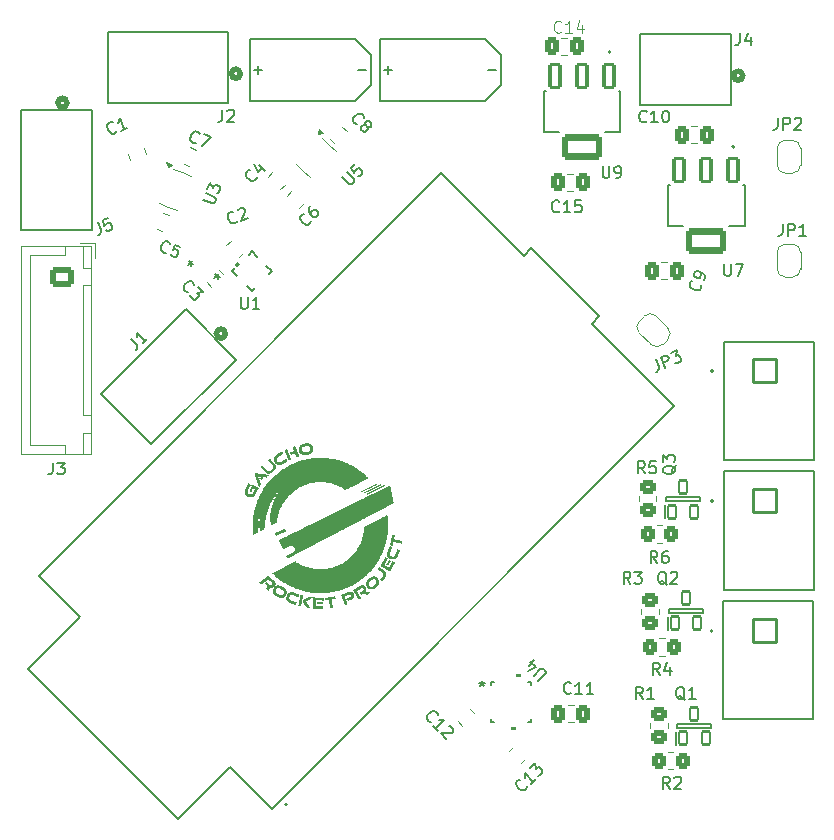
<source format=gbr>
%TF.GenerationSoftware,KiCad,Pcbnew,9.0.1*%
%TF.CreationDate,2025-04-15T15:10:41-07:00*%
%TF.ProjectId,IO:Sensor Board,494f3a53-656e-4736-9f72-20426f617264,rev?*%
%TF.SameCoordinates,Original*%
%TF.FileFunction,Legend,Top*%
%TF.FilePolarity,Positive*%
%FSLAX46Y46*%
G04 Gerber Fmt 4.6, Leading zero omitted, Abs format (unit mm)*
G04 Created by KiCad (PCBNEW 9.0.1) date 2025-04-15 15:10:41*
%MOMM*%
%LPD*%
G01*
G04 APERTURE LIST*
G04 Aperture macros list*
%AMRoundRect*
0 Rectangle with rounded corners*
0 $1 Rounding radius*
0 $2 $3 $4 $5 $6 $7 $8 $9 X,Y pos of 4 corners*
0 Add a 4 corners polygon primitive as box body*
4,1,4,$2,$3,$4,$5,$6,$7,$8,$9,$2,$3,0*
0 Add four circle primitives for the rounded corners*
1,1,$1+$1,$2,$3*
1,1,$1+$1,$4,$5*
1,1,$1+$1,$6,$7*
1,1,$1+$1,$8,$9*
0 Add four rect primitives between the rounded corners*
20,1,$1+$1,$2,$3,$4,$5,0*
20,1,$1+$1,$4,$5,$6,$7,0*
20,1,$1+$1,$6,$7,$8,$9,0*
20,1,$1+$1,$8,$9,$2,$3,0*%
%AMRotRect*
0 Rectangle, with rotation*
0 The origin of the aperture is its center*
0 $1 length*
0 $2 width*
0 $3 Rotation angle, in degrees counterclockwise*
0 Add horizontal line*
21,1,$1,$2,0,0,$3*%
%AMFreePoly0*
4,1,23,0.499999,-0.750000,0.000000,-0.750000,0.000000,-0.745722,-0.065263,-0.745722,-0.191342,-0.711940,-0.304381,-0.646677,-0.396677,-0.554382,-0.461940,-0.441342,-0.495722,-0.315263,-0.495722,-0.250000,-0.500000,-0.250000,-0.500000,0.250000,-0.495722,0.250000,-0.495722,0.315263,-0.461940,0.441342,-0.396677,0.554382,-0.304381,0.646677,-0.191342,0.711940,-0.065263,0.745722,0.000000,0.745722,
0.000000,0.750000,0.499999,0.750000,0.499999,-0.750000,0.499999,-0.750000,$1*%
%AMFreePoly1*
4,1,23,0.000000,0.745722,0.065263,0.745722,0.191342,0.711940,0.304381,0.646677,0.396677,0.554382,0.461940,0.441342,0.495722,0.315263,0.495722,0.250000,0.500000,0.250000,0.500000,-0.250000,0.495722,-0.250000,0.495722,-0.315263,0.461940,-0.441342,0.396677,-0.554382,0.304381,-0.646677,0.191342,-0.711940,0.065263,-0.745722,0.000000,-0.745722,0.000000,-0.750000,-0.499999,-0.750000,
-0.499999,0.750000,0.000000,0.750000,0.000000,0.745722,0.000000,0.745722,$1*%
G04 Aperture macros list end*
%ADD10C,0.150000*%
%ADD11C,0.125000*%
%ADD12C,0.120000*%
%ADD13C,0.152400*%
%ADD14C,0.508000*%
%ADD15C,0.127000*%
%ADD16C,0.200000*%
%ADD17C,0.000000*%
%ADD18RoundRect,0.250000X-0.337500X-0.475000X0.337500X-0.475000X0.337500X0.475000X-0.337500X0.475000X0*%
%ADD19C,1.498600*%
%ADD20RoundRect,0.250000X-0.350000X-0.450000X0.350000X-0.450000X0.350000X0.450000X-0.350000X0.450000X0*%
%ADD21RoundRect,0.250000X0.574524X0.097227X0.097227X0.574524X-0.574524X-0.097227X-0.097227X-0.574524X0*%
%ADD22RoundRect,0.250000X0.450000X-0.350000X0.450000X0.350000X-0.450000X0.350000X-0.450000X-0.350000X0*%
%ADD23RoundRect,0.141750X-0.425250X0.950250X-0.425250X-0.950250X0.425250X-0.950250X0.425250X0.950250X0*%
%ADD24RoundRect,0.273000X-1.444000X0.819000X-1.444000X-0.819000X1.444000X-0.819000X1.444000X0.819000X0*%
%ADD25FreePoly0,315.000000*%
%ADD26FreePoly1,315.000000*%
%ADD27RoundRect,0.150000X-0.468458X0.256326X0.256326X-0.468458X0.468458X-0.256326X-0.256326X0.468458X0*%
%ADD28RoundRect,0.250000X0.337500X0.475000X-0.337500X0.475000X-0.337500X-0.475000X0.337500X-0.475000X0*%
%ADD29RoundRect,0.250000X-0.493584X-0.309687X0.130035X-0.567998X0.493584X0.309687X-0.130035X0.567998X0*%
%ADD30RoundRect,0.102000X-0.975000X0.975000X-0.975000X-0.975000X0.975000X-0.975000X0.975000X0.975000X0*%
%ADD31C,2.154000*%
%ADD32RoundRect,0.250000X0.097227X-0.574524X0.574524X-0.097227X-0.097227X0.574524X-0.574524X0.097227X0*%
%ADD33FreePoly0,90.000000*%
%ADD34FreePoly1,90.000000*%
%ADD35C,2.904000*%
%ADD36RotRect,0.254000X0.279400X135.000000*%
%ADD37RotRect,0.254000X0.254000X45.000000*%
%ADD38RoundRect,0.250000X-0.574524X-0.097227X-0.097227X-0.574524X0.574524X0.097227X0.097227X0.574524X0*%
%ADD39RoundRect,0.102000X0.325000X-0.550000X0.325000X0.550000X-0.325000X0.550000X-0.325000X-0.550000X0*%
%ADD40RoundRect,0.150000X-0.530891X0.057543X0.416086X-0.334707X0.530891X-0.057543X-0.416086X0.334707X0*%
%ADD41RoundRect,0.102000X1.081873X0.000000X0.000000X1.081873X-1.081873X0.000000X0.000000X-1.081873X0*%
%ADD42C,1.734000*%
%ADD43R,0.660400X0.203200*%
%ADD44R,0.203200X0.660400*%
%ADD45RoundRect,0.250000X-0.567998X0.130035X-0.309687X-0.493584X0.567998X-0.130035X0.309687X0.493584X0*%
%ADD46RoundRect,0.250000X-0.725000X0.600000X-0.725000X-0.600000X0.725000X-0.600000X0.725000X0.600000X0*%
%ADD47O,1.950000X1.700000*%
%ADD48FreePoly0,270.000000*%
%ADD49FreePoly1,270.000000*%
%ADD50RoundRect,0.250000X-0.097227X0.574524X-0.574524X0.097227X0.097227X-0.574524X0.574524X-0.097227X0*%
G04 APERTURE END LIST*
D10*
X189068429Y-89191585D02*
X189094200Y-89253802D01*
X189094200Y-89253802D02*
X189083525Y-89404008D01*
X189083525Y-89404008D02*
X189047079Y-89491996D01*
X189047079Y-89491996D02*
X188948416Y-89605756D01*
X188948416Y-89605756D02*
X188823981Y-89657299D01*
X188823981Y-89657299D02*
X188717770Y-89664847D01*
X188717770Y-89664847D02*
X188523569Y-89635949D01*
X188523569Y-89635949D02*
X188391587Y-89581280D01*
X188391587Y-89581280D02*
X188233833Y-89464394D01*
X188233833Y-89464394D02*
X188164067Y-89383953D01*
X188164067Y-89383953D02*
X188112525Y-89259519D01*
X188112525Y-89259519D02*
X188123199Y-89109313D01*
X188123199Y-89109313D02*
X188159646Y-89021324D01*
X188159646Y-89021324D02*
X188258309Y-88907565D01*
X188258309Y-88907565D02*
X188320526Y-88881793D01*
X189338647Y-88788088D02*
X189411539Y-88612111D01*
X189411539Y-88612111D02*
X189403991Y-88505899D01*
X189403991Y-88505899D02*
X189378220Y-88443682D01*
X189378220Y-88443682D02*
X189282683Y-88301025D01*
X189282683Y-88301025D02*
X189124929Y-88184138D01*
X189124929Y-88184138D02*
X188772975Y-88038354D01*
X188772975Y-88038354D02*
X188666764Y-88045902D01*
X188666764Y-88045902D02*
X188604546Y-88071674D01*
X188604546Y-88071674D02*
X188524106Y-88141439D01*
X188524106Y-88141439D02*
X188451214Y-88317416D01*
X188451214Y-88317416D02*
X188458762Y-88423628D01*
X188458762Y-88423628D02*
X188484533Y-88485845D01*
X188484533Y-88485845D02*
X188554299Y-88566285D01*
X188554299Y-88566285D02*
X188774270Y-88657400D01*
X188774270Y-88657400D02*
X188880482Y-88649852D01*
X188880482Y-88649852D02*
X188942699Y-88624081D01*
X188942699Y-88624081D02*
X189023139Y-88554315D01*
X189023139Y-88554315D02*
X189096031Y-88378338D01*
X189096031Y-88378338D02*
X189088483Y-88272127D01*
X189088483Y-88272127D02*
X189062712Y-88209909D01*
X189062712Y-88209909D02*
X188992946Y-88129469D01*
X140778796Y-93750201D02*
X141283872Y-94255277D01*
X141283872Y-94255277D02*
X141351216Y-94389964D01*
X141351216Y-94389964D02*
X141351216Y-94524651D01*
X141351216Y-94524651D02*
X141283872Y-94659338D01*
X141283872Y-94659338D02*
X141216529Y-94726682D01*
X142193010Y-93750201D02*
X141788949Y-94154262D01*
X141990979Y-93952231D02*
X141283872Y-93245124D01*
X141283872Y-93245124D02*
X141317544Y-93413483D01*
X141317544Y-93413483D02*
X141317544Y-93548170D01*
X141317544Y-93548170D02*
X141283872Y-93649185D01*
X186433333Y-131854819D02*
X186100000Y-131378628D01*
X185861905Y-131854819D02*
X185861905Y-130854819D01*
X185861905Y-130854819D02*
X186242857Y-130854819D01*
X186242857Y-130854819D02*
X186338095Y-130902438D01*
X186338095Y-130902438D02*
X186385714Y-130950057D01*
X186385714Y-130950057D02*
X186433333Y-131045295D01*
X186433333Y-131045295D02*
X186433333Y-131188152D01*
X186433333Y-131188152D02*
X186385714Y-131283390D01*
X186385714Y-131283390D02*
X186338095Y-131331009D01*
X186338095Y-131331009D02*
X186242857Y-131378628D01*
X186242857Y-131378628D02*
X185861905Y-131378628D01*
X186814286Y-130950057D02*
X186861905Y-130902438D01*
X186861905Y-130902438D02*
X186957143Y-130854819D01*
X186957143Y-130854819D02*
X187195238Y-130854819D01*
X187195238Y-130854819D02*
X187290476Y-130902438D01*
X187290476Y-130902438D02*
X187338095Y-130950057D01*
X187338095Y-130950057D02*
X187385714Y-131045295D01*
X187385714Y-131045295D02*
X187385714Y-131140533D01*
X187385714Y-131140533D02*
X187338095Y-131283390D01*
X187338095Y-131283390D02*
X186766667Y-131854819D01*
X186766667Y-131854819D02*
X187385714Y-131854819D01*
X145590596Y-89816208D02*
X145523252Y-89816208D01*
X145523252Y-89816208D02*
X145388565Y-89748864D01*
X145388565Y-89748864D02*
X145321222Y-89681521D01*
X145321222Y-89681521D02*
X145253878Y-89546834D01*
X145253878Y-89546834D02*
X145253878Y-89412147D01*
X145253878Y-89412147D02*
X145287550Y-89311132D01*
X145287550Y-89311132D02*
X145388565Y-89142773D01*
X145388565Y-89142773D02*
X145489580Y-89041758D01*
X145489580Y-89041758D02*
X145657939Y-88940742D01*
X145657939Y-88940742D02*
X145758954Y-88907071D01*
X145758954Y-88907071D02*
X145893641Y-88907071D01*
X145893641Y-88907071D02*
X146028328Y-88974414D01*
X146028328Y-88974414D02*
X146095672Y-89041758D01*
X146095672Y-89041758D02*
X146163015Y-89176445D01*
X146163015Y-89176445D02*
X146163015Y-89243788D01*
X146466061Y-89412147D02*
X146903794Y-89849880D01*
X146903794Y-89849880D02*
X146398718Y-89883551D01*
X146398718Y-89883551D02*
X146499733Y-89984567D01*
X146499733Y-89984567D02*
X146533405Y-90085582D01*
X146533405Y-90085582D02*
X146533405Y-90152925D01*
X146533405Y-90152925D02*
X146499733Y-90253941D01*
X146499733Y-90253941D02*
X146331374Y-90422299D01*
X146331374Y-90422299D02*
X146230359Y-90455971D01*
X146230359Y-90455971D02*
X146163015Y-90455971D01*
X146163015Y-90455971D02*
X146062000Y-90422299D01*
X146062000Y-90422299D02*
X145859970Y-90220269D01*
X145859970Y-90220269D02*
X145826298Y-90119254D01*
X145826298Y-90119254D02*
X145826298Y-90051910D01*
X183093333Y-114504820D02*
X182760000Y-114028629D01*
X182521905Y-114504820D02*
X182521905Y-113504820D01*
X182521905Y-113504820D02*
X182902857Y-113504820D01*
X182902857Y-113504820D02*
X182998095Y-113552439D01*
X182998095Y-113552439D02*
X183045714Y-113600058D01*
X183045714Y-113600058D02*
X183093333Y-113695296D01*
X183093333Y-113695296D02*
X183093333Y-113838153D01*
X183093333Y-113838153D02*
X183045714Y-113933391D01*
X183045714Y-113933391D02*
X182998095Y-113981010D01*
X182998095Y-113981010D02*
X182902857Y-114028629D01*
X182902857Y-114028629D02*
X182521905Y-114028629D01*
X183426667Y-113504820D02*
X184045714Y-113504820D01*
X184045714Y-113504820D02*
X183712381Y-113885772D01*
X183712381Y-113885772D02*
X183855238Y-113885772D01*
X183855238Y-113885772D02*
X183950476Y-113933391D01*
X183950476Y-113933391D02*
X183998095Y-113981010D01*
X183998095Y-113981010D02*
X184045714Y-114076248D01*
X184045714Y-114076248D02*
X184045714Y-114314343D01*
X184045714Y-114314343D02*
X183998095Y-114409581D01*
X183998095Y-114409581D02*
X183950476Y-114457201D01*
X183950476Y-114457201D02*
X183855238Y-114504820D01*
X183855238Y-114504820D02*
X183569524Y-114504820D01*
X183569524Y-114504820D02*
X183474286Y-114457201D01*
X183474286Y-114457201D02*
X183426667Y-114409581D01*
X191038095Y-87454819D02*
X191038095Y-88264342D01*
X191038095Y-88264342D02*
X191085714Y-88359580D01*
X191085714Y-88359580D02*
X191133333Y-88407200D01*
X191133333Y-88407200D02*
X191228571Y-88454819D01*
X191228571Y-88454819D02*
X191419047Y-88454819D01*
X191419047Y-88454819D02*
X191514285Y-88407200D01*
X191514285Y-88407200D02*
X191561904Y-88359580D01*
X191561904Y-88359580D02*
X191609523Y-88264342D01*
X191609523Y-88264342D02*
X191609523Y-87454819D01*
X191990476Y-87454819D02*
X192657142Y-87454819D01*
X192657142Y-87454819D02*
X192228571Y-88454819D01*
X185221468Y-95515221D02*
X185494813Y-96175135D01*
X185494813Y-96175135D02*
X185505488Y-96325341D01*
X185505488Y-96325341D02*
X185453946Y-96449775D01*
X185453946Y-96449775D02*
X185340186Y-96548439D01*
X185340186Y-96548439D02*
X185252197Y-96584885D01*
X186044094Y-96256870D02*
X185661411Y-95332991D01*
X185661411Y-95332991D02*
X186013365Y-95187206D01*
X186013365Y-95187206D02*
X186119577Y-95194755D01*
X186119577Y-95194755D02*
X186181794Y-95220526D01*
X186181794Y-95220526D02*
X186262234Y-95290291D01*
X186262234Y-95290291D02*
X186316903Y-95422274D01*
X186316903Y-95422274D02*
X186309355Y-95528486D01*
X186309355Y-95528486D02*
X186283584Y-95590703D01*
X186283584Y-95590703D02*
X186213818Y-95671143D01*
X186213818Y-95671143D02*
X185861864Y-95816927D01*
X186497302Y-94986753D02*
X187069227Y-94749854D01*
X187069227Y-94749854D02*
X186907052Y-95229369D01*
X186907052Y-95229369D02*
X187039034Y-95174700D01*
X187039034Y-95174700D02*
X187145246Y-95182248D01*
X187145246Y-95182248D02*
X187207463Y-95208020D01*
X187207463Y-95208020D02*
X187287904Y-95277785D01*
X187287904Y-95277785D02*
X187379019Y-95497756D01*
X187379019Y-95497756D02*
X187371470Y-95603968D01*
X187371470Y-95603968D02*
X187345699Y-95666185D01*
X187345699Y-95666185D02*
X187275934Y-95746626D01*
X187275934Y-95746626D02*
X187011968Y-95855964D01*
X187011968Y-95855964D02*
X186905757Y-95848415D01*
X186905757Y-95848415D02*
X186843539Y-95822644D01*
X158684419Y-80067456D02*
X159256839Y-80639876D01*
X159256839Y-80639876D02*
X159357854Y-80673548D01*
X159357854Y-80673548D02*
X159425198Y-80673548D01*
X159425198Y-80673548D02*
X159526213Y-80639876D01*
X159526213Y-80639876D02*
X159660900Y-80505189D01*
X159660900Y-80505189D02*
X159694572Y-80404174D01*
X159694572Y-80404174D02*
X159694572Y-80336830D01*
X159694572Y-80336830D02*
X159660900Y-80235815D01*
X159660900Y-80235815D02*
X159088480Y-79663395D01*
X159761915Y-78989960D02*
X159425198Y-79326678D01*
X159425198Y-79326678D02*
X159728244Y-79697067D01*
X159728244Y-79697067D02*
X159728244Y-79629724D01*
X159728244Y-79629724D02*
X159761915Y-79528708D01*
X159761915Y-79528708D02*
X159930274Y-79360350D01*
X159930274Y-79360350D02*
X160031289Y-79326678D01*
X160031289Y-79326678D02*
X160098633Y-79326678D01*
X160098633Y-79326678D02*
X160199648Y-79360350D01*
X160199648Y-79360350D02*
X160368007Y-79528708D01*
X160368007Y-79528708D02*
X160401679Y-79629724D01*
X160401679Y-79629724D02*
X160401679Y-79697067D01*
X160401679Y-79697067D02*
X160368007Y-79798082D01*
X160368007Y-79798082D02*
X160199648Y-79966441D01*
X160199648Y-79966441D02*
X160098633Y-80000113D01*
X160098633Y-80000113D02*
X160031289Y-80000113D01*
D11*
X177207142Y-67760880D02*
X177159523Y-67808500D01*
X177159523Y-67808500D02*
X177016666Y-67856119D01*
X177016666Y-67856119D02*
X176921428Y-67856119D01*
X176921428Y-67856119D02*
X176778571Y-67808500D01*
X176778571Y-67808500D02*
X176683333Y-67713261D01*
X176683333Y-67713261D02*
X176635714Y-67618023D01*
X176635714Y-67618023D02*
X176588095Y-67427547D01*
X176588095Y-67427547D02*
X176588095Y-67284690D01*
X176588095Y-67284690D02*
X176635714Y-67094214D01*
X176635714Y-67094214D02*
X176683333Y-66998976D01*
X176683333Y-66998976D02*
X176778571Y-66903738D01*
X176778571Y-66903738D02*
X176921428Y-66856119D01*
X176921428Y-66856119D02*
X177016666Y-66856119D01*
X177016666Y-66856119D02*
X177159523Y-66903738D01*
X177159523Y-66903738D02*
X177207142Y-66951357D01*
X178159523Y-67856119D02*
X177588095Y-67856119D01*
X177873809Y-67856119D02*
X177873809Y-66856119D01*
X177873809Y-66856119D02*
X177778571Y-66998976D01*
X177778571Y-66998976D02*
X177683333Y-67094214D01*
X177683333Y-67094214D02*
X177588095Y-67141833D01*
X179016666Y-67189452D02*
X179016666Y-67856119D01*
X178778571Y-66808500D02*
X178540476Y-67522785D01*
X178540476Y-67522785D02*
X179159523Y-67522785D01*
D10*
X177057142Y-82959580D02*
X177009523Y-83007200D01*
X177009523Y-83007200D02*
X176866666Y-83054819D01*
X176866666Y-83054819D02*
X176771428Y-83054819D01*
X176771428Y-83054819D02*
X176628571Y-83007200D01*
X176628571Y-83007200D02*
X176533333Y-82911961D01*
X176533333Y-82911961D02*
X176485714Y-82816723D01*
X176485714Y-82816723D02*
X176438095Y-82626247D01*
X176438095Y-82626247D02*
X176438095Y-82483390D01*
X176438095Y-82483390D02*
X176485714Y-82292914D01*
X176485714Y-82292914D02*
X176533333Y-82197676D01*
X176533333Y-82197676D02*
X176628571Y-82102438D01*
X176628571Y-82102438D02*
X176771428Y-82054819D01*
X176771428Y-82054819D02*
X176866666Y-82054819D01*
X176866666Y-82054819D02*
X177009523Y-82102438D01*
X177009523Y-82102438D02*
X177057142Y-82150057D01*
X178009523Y-83054819D02*
X177438095Y-83054819D01*
X177723809Y-83054819D02*
X177723809Y-82054819D01*
X177723809Y-82054819D02*
X177628571Y-82197676D01*
X177628571Y-82197676D02*
X177533333Y-82292914D01*
X177533333Y-82292914D02*
X177438095Y-82340533D01*
X178914285Y-82054819D02*
X178438095Y-82054819D01*
X178438095Y-82054819D02*
X178390476Y-82531009D01*
X178390476Y-82531009D02*
X178438095Y-82483390D01*
X178438095Y-82483390D02*
X178533333Y-82435771D01*
X178533333Y-82435771D02*
X178771428Y-82435771D01*
X178771428Y-82435771D02*
X178866666Y-82483390D01*
X178866666Y-82483390D02*
X178914285Y-82531009D01*
X178914285Y-82531009D02*
X178961904Y-82626247D01*
X178961904Y-82626247D02*
X178961904Y-82864342D01*
X178961904Y-82864342D02*
X178914285Y-82959580D01*
X178914285Y-82959580D02*
X178866666Y-83007200D01*
X178866666Y-83007200D02*
X178771428Y-83054819D01*
X178771428Y-83054819D02*
X178533333Y-83054819D01*
X178533333Y-83054819D02*
X178438095Y-83007200D01*
X178438095Y-83007200D02*
X178390476Y-82959580D01*
X143808414Y-86468429D02*
X143746197Y-86494200D01*
X143746197Y-86494200D02*
X143595991Y-86483525D01*
X143595991Y-86483525D02*
X143508003Y-86447079D01*
X143508003Y-86447079D02*
X143394243Y-86348416D01*
X143394243Y-86348416D02*
X143342700Y-86223981D01*
X143342700Y-86223981D02*
X143335152Y-86117770D01*
X143335152Y-86117770D02*
X143364050Y-85923569D01*
X143364050Y-85923569D02*
X143418719Y-85791587D01*
X143418719Y-85791587D02*
X143535605Y-85633833D01*
X143535605Y-85633833D02*
X143616046Y-85564067D01*
X143616046Y-85564067D02*
X143740480Y-85512525D01*
X143740480Y-85512525D02*
X143890686Y-85523199D01*
X143890686Y-85523199D02*
X143978675Y-85559646D01*
X143978675Y-85559646D02*
X144092434Y-85658309D01*
X144092434Y-85658309D02*
X144118206Y-85720526D01*
X144990543Y-85978775D02*
X144550600Y-85796545D01*
X144550600Y-85796545D02*
X144324376Y-86218264D01*
X144324376Y-86218264D02*
X144386593Y-86192493D01*
X144386593Y-86192493D02*
X144492804Y-86184945D01*
X144492804Y-86184945D02*
X144712776Y-86276060D01*
X144712776Y-86276060D02*
X144782541Y-86356500D01*
X144782541Y-86356500D02*
X144808313Y-86418718D01*
X144808313Y-86418718D02*
X144815861Y-86524929D01*
X144815861Y-86524929D02*
X144724746Y-86744900D01*
X144724746Y-86744900D02*
X144644305Y-86814666D01*
X144644305Y-86814666D02*
X144582088Y-86840437D01*
X144582088Y-86840437D02*
X144475877Y-86847985D01*
X144475877Y-86847985D02*
X144255905Y-86756870D01*
X144255905Y-86756870D02*
X144186140Y-86676430D01*
X144186140Y-86676430D02*
X144160368Y-86614213D01*
X156036411Y-83772112D02*
X156036411Y-83839456D01*
X156036411Y-83839456D02*
X155969067Y-83974143D01*
X155969067Y-83974143D02*
X155901724Y-84041486D01*
X155901724Y-84041486D02*
X155767037Y-84108830D01*
X155767037Y-84108830D02*
X155632350Y-84108830D01*
X155632350Y-84108830D02*
X155531335Y-84075158D01*
X155531335Y-84075158D02*
X155362976Y-83974143D01*
X155362976Y-83974143D02*
X155261961Y-83873128D01*
X155261961Y-83873128D02*
X155160945Y-83704769D01*
X155160945Y-83704769D02*
X155127274Y-83603754D01*
X155127274Y-83603754D02*
X155127274Y-83469067D01*
X155127274Y-83469067D02*
X155194617Y-83334380D01*
X155194617Y-83334380D02*
X155261961Y-83267036D01*
X155261961Y-83267036D02*
X155396648Y-83199693D01*
X155396648Y-83199693D02*
X155463991Y-83199693D01*
X156002739Y-82526258D02*
X155868052Y-82660945D01*
X155868052Y-82660945D02*
X155834380Y-82761960D01*
X155834380Y-82761960D02*
X155834380Y-82829303D01*
X155834380Y-82829303D02*
X155868052Y-82997662D01*
X155868052Y-82997662D02*
X155969067Y-83166021D01*
X155969067Y-83166021D02*
X156238441Y-83435395D01*
X156238441Y-83435395D02*
X156339457Y-83469067D01*
X156339457Y-83469067D02*
X156406800Y-83469067D01*
X156406800Y-83469067D02*
X156507815Y-83435395D01*
X156507815Y-83435395D02*
X156642502Y-83300708D01*
X156642502Y-83300708D02*
X156676174Y-83199693D01*
X156676174Y-83199693D02*
X156676174Y-83132349D01*
X156676174Y-83132349D02*
X156642502Y-83031334D01*
X156642502Y-83031334D02*
X156474144Y-82862975D01*
X156474144Y-82862975D02*
X156373128Y-82829303D01*
X156373128Y-82829303D02*
X156305785Y-82829303D01*
X156305785Y-82829303D02*
X156204770Y-82862975D01*
X156204770Y-82862975D02*
X156070083Y-82997662D01*
X156070083Y-82997662D02*
X156036411Y-83098677D01*
X156036411Y-83098677D02*
X156036411Y-83166021D01*
X156036411Y-83166021D02*
X156070083Y-83267036D01*
X195566666Y-75054819D02*
X195566666Y-75769104D01*
X195566666Y-75769104D02*
X195519047Y-75911961D01*
X195519047Y-75911961D02*
X195423809Y-76007200D01*
X195423809Y-76007200D02*
X195280952Y-76054819D01*
X195280952Y-76054819D02*
X195185714Y-76054819D01*
X196042857Y-76054819D02*
X196042857Y-75054819D01*
X196042857Y-75054819D02*
X196423809Y-75054819D01*
X196423809Y-75054819D02*
X196519047Y-75102438D01*
X196519047Y-75102438D02*
X196566666Y-75150057D01*
X196566666Y-75150057D02*
X196614285Y-75245295D01*
X196614285Y-75245295D02*
X196614285Y-75388152D01*
X196614285Y-75388152D02*
X196566666Y-75483390D01*
X196566666Y-75483390D02*
X196519047Y-75531009D01*
X196519047Y-75531009D02*
X196423809Y-75578628D01*
X196423809Y-75578628D02*
X196042857Y-75578628D01*
X196995238Y-75150057D02*
X197042857Y-75102438D01*
X197042857Y-75102438D02*
X197138095Y-75054819D01*
X197138095Y-75054819D02*
X197376190Y-75054819D01*
X197376190Y-75054819D02*
X197471428Y-75102438D01*
X197471428Y-75102438D02*
X197519047Y-75150057D01*
X197519047Y-75150057D02*
X197566666Y-75245295D01*
X197566666Y-75245295D02*
X197566666Y-75340533D01*
X197566666Y-75340533D02*
X197519047Y-75483390D01*
X197519047Y-75483390D02*
X196947619Y-76054819D01*
X196947619Y-76054819D02*
X197566666Y-76054819D01*
X184457142Y-75359580D02*
X184409523Y-75407200D01*
X184409523Y-75407200D02*
X184266666Y-75454819D01*
X184266666Y-75454819D02*
X184171428Y-75454819D01*
X184171428Y-75454819D02*
X184028571Y-75407200D01*
X184028571Y-75407200D02*
X183933333Y-75311961D01*
X183933333Y-75311961D02*
X183885714Y-75216723D01*
X183885714Y-75216723D02*
X183838095Y-75026247D01*
X183838095Y-75026247D02*
X183838095Y-74883390D01*
X183838095Y-74883390D02*
X183885714Y-74692914D01*
X183885714Y-74692914D02*
X183933333Y-74597676D01*
X183933333Y-74597676D02*
X184028571Y-74502438D01*
X184028571Y-74502438D02*
X184171428Y-74454819D01*
X184171428Y-74454819D02*
X184266666Y-74454819D01*
X184266666Y-74454819D02*
X184409523Y-74502438D01*
X184409523Y-74502438D02*
X184457142Y-74550057D01*
X185409523Y-75454819D02*
X184838095Y-75454819D01*
X185123809Y-75454819D02*
X185123809Y-74454819D01*
X185123809Y-74454819D02*
X185028571Y-74597676D01*
X185028571Y-74597676D02*
X184933333Y-74692914D01*
X184933333Y-74692914D02*
X184838095Y-74740533D01*
X186028571Y-74454819D02*
X186123809Y-74454819D01*
X186123809Y-74454819D02*
X186219047Y-74502438D01*
X186219047Y-74502438D02*
X186266666Y-74550057D01*
X186266666Y-74550057D02*
X186314285Y-74645295D01*
X186314285Y-74645295D02*
X186361904Y-74835771D01*
X186361904Y-74835771D02*
X186361904Y-75073866D01*
X186361904Y-75073866D02*
X186314285Y-75264342D01*
X186314285Y-75264342D02*
X186266666Y-75359580D01*
X186266666Y-75359580D02*
X186219047Y-75407200D01*
X186219047Y-75407200D02*
X186123809Y-75454819D01*
X186123809Y-75454819D02*
X186028571Y-75454819D01*
X186028571Y-75454819D02*
X185933333Y-75407200D01*
X185933333Y-75407200D02*
X185885714Y-75359580D01*
X185885714Y-75359580D02*
X185838095Y-75264342D01*
X185838095Y-75264342D02*
X185790476Y-75073866D01*
X185790476Y-75073866D02*
X185790476Y-74835771D01*
X185790476Y-74835771D02*
X185838095Y-74645295D01*
X185838095Y-74645295D02*
X185885714Y-74550057D01*
X185885714Y-74550057D02*
X185933333Y-74502438D01*
X185933333Y-74502438D02*
X186028571Y-74454819D01*
X151436411Y-80072112D02*
X151436411Y-80139456D01*
X151436411Y-80139456D02*
X151369067Y-80274143D01*
X151369067Y-80274143D02*
X151301724Y-80341486D01*
X151301724Y-80341486D02*
X151167037Y-80408830D01*
X151167037Y-80408830D02*
X151032350Y-80408830D01*
X151032350Y-80408830D02*
X150931335Y-80375158D01*
X150931335Y-80375158D02*
X150762976Y-80274143D01*
X150762976Y-80274143D02*
X150661961Y-80173128D01*
X150661961Y-80173128D02*
X150560945Y-80004769D01*
X150560945Y-80004769D02*
X150527274Y-79903754D01*
X150527274Y-79903754D02*
X150527274Y-79769067D01*
X150527274Y-79769067D02*
X150594617Y-79634380D01*
X150594617Y-79634380D02*
X150661961Y-79567036D01*
X150661961Y-79567036D02*
X150796648Y-79499693D01*
X150796648Y-79499693D02*
X150863991Y-79499693D01*
X151638441Y-79061960D02*
X152109846Y-79533364D01*
X151200709Y-78960945D02*
X151537426Y-79634380D01*
X151537426Y-79634380D02*
X151975159Y-79196647D01*
X184133333Y-124254819D02*
X183800000Y-123778628D01*
X183561905Y-124254819D02*
X183561905Y-123254819D01*
X183561905Y-123254819D02*
X183942857Y-123254819D01*
X183942857Y-123254819D02*
X184038095Y-123302438D01*
X184038095Y-123302438D02*
X184085714Y-123350057D01*
X184085714Y-123350057D02*
X184133333Y-123445295D01*
X184133333Y-123445295D02*
X184133333Y-123588152D01*
X184133333Y-123588152D02*
X184085714Y-123683390D01*
X184085714Y-123683390D02*
X184038095Y-123731009D01*
X184038095Y-123731009D02*
X183942857Y-123778628D01*
X183942857Y-123778628D02*
X183561905Y-123778628D01*
X185085714Y-124254819D02*
X184514286Y-124254819D01*
X184800000Y-124254819D02*
X184800000Y-123254819D01*
X184800000Y-123254819D02*
X184704762Y-123397676D01*
X184704762Y-123397676D02*
X184609524Y-123492914D01*
X184609524Y-123492914D02*
X184514286Y-123540533D01*
X150101054Y-90230632D02*
X150101054Y-91040155D01*
X150101054Y-91040155D02*
X150148673Y-91135393D01*
X150148673Y-91135393D02*
X150196292Y-91183013D01*
X150196292Y-91183013D02*
X150291530Y-91230632D01*
X150291530Y-91230632D02*
X150482006Y-91230632D01*
X150482006Y-91230632D02*
X150577244Y-91183013D01*
X150577244Y-91183013D02*
X150624863Y-91135393D01*
X150624863Y-91135393D02*
X150672482Y-91040155D01*
X150672482Y-91040155D02*
X150672482Y-90230632D01*
X151672482Y-91230632D02*
X151101054Y-91230632D01*
X151386768Y-91230632D02*
X151386768Y-90230632D01*
X151386768Y-90230632D02*
X151291530Y-90373489D01*
X151291530Y-90373489D02*
X151196292Y-90468727D01*
X151196292Y-90468727D02*
X151101054Y-90516346D01*
X145676203Y-87215402D02*
X145844561Y-87383761D01*
X145608859Y-87484776D02*
X145844561Y-87383761D01*
X145844561Y-87383761D02*
X145945577Y-87148059D01*
X145878233Y-87619463D02*
X145844561Y-87383761D01*
X145844561Y-87383761D02*
X146080264Y-87417433D01*
X147931874Y-88325560D02*
X148100232Y-88493919D01*
X147864530Y-88594934D02*
X148100232Y-88493919D01*
X148100232Y-88493919D02*
X148201248Y-88258217D01*
X148133904Y-88729621D02*
X148100232Y-88493919D01*
X148100232Y-88493919D02*
X148335935Y-88527591D01*
X192366666Y-67904819D02*
X192366666Y-68619104D01*
X192366666Y-68619104D02*
X192319047Y-68761961D01*
X192319047Y-68761961D02*
X192223809Y-68857200D01*
X192223809Y-68857200D02*
X192080952Y-68904819D01*
X192080952Y-68904819D02*
X191985714Y-68904819D01*
X193271428Y-68238152D02*
X193271428Y-68904819D01*
X193033333Y-67857200D02*
X192795238Y-68571485D01*
X192795238Y-68571485D02*
X193414285Y-68571485D01*
X159940026Y-75608224D02*
X159872682Y-75608224D01*
X159872682Y-75608224D02*
X159737995Y-75540880D01*
X159737995Y-75540880D02*
X159670652Y-75473537D01*
X159670652Y-75473537D02*
X159603308Y-75338850D01*
X159603308Y-75338850D02*
X159603308Y-75204163D01*
X159603308Y-75204163D02*
X159636980Y-75103148D01*
X159636980Y-75103148D02*
X159737995Y-74934789D01*
X159737995Y-74934789D02*
X159839010Y-74833774D01*
X159839010Y-74833774D02*
X160007369Y-74732758D01*
X160007369Y-74732758D02*
X160108384Y-74699087D01*
X160108384Y-74699087D02*
X160243071Y-74699087D01*
X160243071Y-74699087D02*
X160377758Y-74766430D01*
X160377758Y-74766430D02*
X160445102Y-74833774D01*
X160445102Y-74833774D02*
X160512445Y-74968461D01*
X160512445Y-74968461D02*
X160512445Y-75035804D01*
X160680804Y-75675567D02*
X160647132Y-75574552D01*
X160647132Y-75574552D02*
X160647132Y-75507209D01*
X160647132Y-75507209D02*
X160680804Y-75406193D01*
X160680804Y-75406193D02*
X160714476Y-75372522D01*
X160714476Y-75372522D02*
X160815491Y-75338850D01*
X160815491Y-75338850D02*
X160882835Y-75338850D01*
X160882835Y-75338850D02*
X160983850Y-75372522D01*
X160983850Y-75372522D02*
X161118537Y-75507209D01*
X161118537Y-75507209D02*
X161152209Y-75608224D01*
X161152209Y-75608224D02*
X161152209Y-75675567D01*
X161152209Y-75675567D02*
X161118537Y-75776583D01*
X161118537Y-75776583D02*
X161084865Y-75810254D01*
X161084865Y-75810254D02*
X160983850Y-75843926D01*
X160983850Y-75843926D02*
X160916506Y-75843926D01*
X160916506Y-75843926D02*
X160815491Y-75810254D01*
X160815491Y-75810254D02*
X160680804Y-75675567D01*
X160680804Y-75675567D02*
X160579789Y-75641896D01*
X160579789Y-75641896D02*
X160512445Y-75641896D01*
X160512445Y-75641896D02*
X160411430Y-75675567D01*
X160411430Y-75675567D02*
X160276743Y-75810254D01*
X160276743Y-75810254D02*
X160243071Y-75911270D01*
X160243071Y-75911270D02*
X160243071Y-75978613D01*
X160243071Y-75978613D02*
X160276743Y-76079628D01*
X160276743Y-76079628D02*
X160411430Y-76214315D01*
X160411430Y-76214315D02*
X160512445Y-76247987D01*
X160512445Y-76247987D02*
X160579789Y-76247987D01*
X160579789Y-76247987D02*
X160680804Y-76214315D01*
X160680804Y-76214315D02*
X160815491Y-76079628D01*
X160815491Y-76079628D02*
X160849163Y-75978613D01*
X160849163Y-75978613D02*
X160849163Y-75911270D01*
X160849163Y-75911270D02*
X160815491Y-75810254D01*
X166191169Y-126199693D02*
X166123825Y-126199693D01*
X166123825Y-126199693D02*
X165989138Y-126132349D01*
X165989138Y-126132349D02*
X165921795Y-126065006D01*
X165921795Y-126065006D02*
X165854451Y-125930319D01*
X165854451Y-125930319D02*
X165854451Y-125795632D01*
X165854451Y-125795632D02*
X165888123Y-125694617D01*
X165888123Y-125694617D02*
X165989138Y-125526258D01*
X165989138Y-125526258D02*
X166090153Y-125425243D01*
X166090153Y-125425243D02*
X166258512Y-125324227D01*
X166258512Y-125324227D02*
X166359527Y-125290556D01*
X166359527Y-125290556D02*
X166494214Y-125290556D01*
X166494214Y-125290556D02*
X166628901Y-125357899D01*
X166628901Y-125357899D02*
X166696245Y-125425243D01*
X166696245Y-125425243D02*
X166763588Y-125559930D01*
X166763588Y-125559930D02*
X166763588Y-125627273D01*
X166797260Y-126940471D02*
X166393199Y-126536410D01*
X166595230Y-126738441D02*
X167302336Y-126031334D01*
X167302336Y-126031334D02*
X167133978Y-126065006D01*
X167133978Y-126065006D02*
X166999291Y-126065006D01*
X166999291Y-126065006D02*
X166898275Y-126031334D01*
X167706398Y-126570082D02*
X167773741Y-126570082D01*
X167773741Y-126570082D02*
X167874756Y-126603754D01*
X167874756Y-126603754D02*
X168043115Y-126772113D01*
X168043115Y-126772113D02*
X168076787Y-126873128D01*
X168076787Y-126873128D02*
X168076787Y-126940472D01*
X168076787Y-126940472D02*
X168043115Y-127041487D01*
X168043115Y-127041487D02*
X167975772Y-127108830D01*
X167975772Y-127108830D02*
X167841085Y-127176174D01*
X167841085Y-127176174D02*
X167032963Y-127176174D01*
X167032963Y-127176174D02*
X167470695Y-127613907D01*
X187704761Y-124350057D02*
X187609523Y-124302438D01*
X187609523Y-124302438D02*
X187514285Y-124207200D01*
X187514285Y-124207200D02*
X187371428Y-124064342D01*
X187371428Y-124064342D02*
X187276190Y-124016723D01*
X187276190Y-124016723D02*
X187180952Y-124016723D01*
X187228571Y-124254819D02*
X187133333Y-124207200D01*
X187133333Y-124207200D02*
X187038095Y-124111961D01*
X187038095Y-124111961D02*
X186990476Y-123921485D01*
X186990476Y-123921485D02*
X186990476Y-123588152D01*
X186990476Y-123588152D02*
X187038095Y-123397676D01*
X187038095Y-123397676D02*
X187133333Y-123302438D01*
X187133333Y-123302438D02*
X187228571Y-123254819D01*
X187228571Y-123254819D02*
X187419047Y-123254819D01*
X187419047Y-123254819D02*
X187514285Y-123302438D01*
X187514285Y-123302438D02*
X187609523Y-123397676D01*
X187609523Y-123397676D02*
X187657142Y-123588152D01*
X187657142Y-123588152D02*
X187657142Y-123921485D01*
X187657142Y-123921485D02*
X187609523Y-124111961D01*
X187609523Y-124111961D02*
X187514285Y-124207200D01*
X187514285Y-124207200D02*
X187419047Y-124254819D01*
X187419047Y-124254819D02*
X187228571Y-124254819D01*
X188609523Y-124254819D02*
X188038095Y-124254819D01*
X188323809Y-124254819D02*
X188323809Y-123254819D01*
X188323809Y-123254819D02*
X188228571Y-123397676D01*
X188228571Y-123397676D02*
X188133333Y-123492914D01*
X188133333Y-123492914D02*
X188038095Y-123540533D01*
X180738095Y-79154819D02*
X180738095Y-79964342D01*
X180738095Y-79964342D02*
X180785714Y-80059580D01*
X180785714Y-80059580D02*
X180833333Y-80107200D01*
X180833333Y-80107200D02*
X180928571Y-80154819D01*
X180928571Y-80154819D02*
X181119047Y-80154819D01*
X181119047Y-80154819D02*
X181214285Y-80107200D01*
X181214285Y-80107200D02*
X181261904Y-80059580D01*
X181261904Y-80059580D02*
X181309523Y-79964342D01*
X181309523Y-79964342D02*
X181309523Y-79154819D01*
X181833333Y-80154819D02*
X182023809Y-80154819D01*
X182023809Y-80154819D02*
X182119047Y-80107200D01*
X182119047Y-80107200D02*
X182166666Y-80059580D01*
X182166666Y-80059580D02*
X182261904Y-79916723D01*
X182261904Y-79916723D02*
X182309523Y-79726247D01*
X182309523Y-79726247D02*
X182309523Y-79345295D01*
X182309523Y-79345295D02*
X182261904Y-79250057D01*
X182261904Y-79250057D02*
X182214285Y-79202438D01*
X182214285Y-79202438D02*
X182119047Y-79154819D01*
X182119047Y-79154819D02*
X181928571Y-79154819D01*
X181928571Y-79154819D02*
X181833333Y-79202438D01*
X181833333Y-79202438D02*
X181785714Y-79250057D01*
X181785714Y-79250057D02*
X181738095Y-79345295D01*
X181738095Y-79345295D02*
X181738095Y-79583390D01*
X181738095Y-79583390D02*
X181785714Y-79678628D01*
X181785714Y-79678628D02*
X181833333Y-79726247D01*
X181833333Y-79726247D02*
X181928571Y-79773866D01*
X181928571Y-79773866D02*
X182119047Y-79773866D01*
X182119047Y-79773866D02*
X182214285Y-79726247D01*
X182214285Y-79726247D02*
X182261904Y-79678628D01*
X182261904Y-79678628D02*
X182309523Y-79583390D01*
X184313333Y-105154819D02*
X183980000Y-104678628D01*
X183741905Y-105154819D02*
X183741905Y-104154819D01*
X183741905Y-104154819D02*
X184122857Y-104154819D01*
X184122857Y-104154819D02*
X184218095Y-104202438D01*
X184218095Y-104202438D02*
X184265714Y-104250057D01*
X184265714Y-104250057D02*
X184313333Y-104345295D01*
X184313333Y-104345295D02*
X184313333Y-104488152D01*
X184313333Y-104488152D02*
X184265714Y-104583390D01*
X184265714Y-104583390D02*
X184218095Y-104631009D01*
X184218095Y-104631009D02*
X184122857Y-104678628D01*
X184122857Y-104678628D02*
X183741905Y-104678628D01*
X185218095Y-104154819D02*
X184741905Y-104154819D01*
X184741905Y-104154819D02*
X184694286Y-104631009D01*
X184694286Y-104631009D02*
X184741905Y-104583390D01*
X184741905Y-104583390D02*
X184837143Y-104535771D01*
X184837143Y-104535771D02*
X185075238Y-104535771D01*
X185075238Y-104535771D02*
X185170476Y-104583390D01*
X185170476Y-104583390D02*
X185218095Y-104631009D01*
X185218095Y-104631009D02*
X185265714Y-104726247D01*
X185265714Y-104726247D02*
X185265714Y-104964342D01*
X185265714Y-104964342D02*
X185218095Y-105059580D01*
X185218095Y-105059580D02*
X185170476Y-105107200D01*
X185170476Y-105107200D02*
X185075238Y-105154819D01*
X185075238Y-105154819D02*
X184837143Y-105154819D01*
X184837143Y-105154819D02*
X184741905Y-105107200D01*
X184741905Y-105107200D02*
X184694286Y-105059580D01*
X137983408Y-83923879D02*
X138256753Y-84583793D01*
X138256753Y-84583793D02*
X138267428Y-84733999D01*
X138267428Y-84733999D02*
X138215885Y-84858434D01*
X138215885Y-84858434D02*
X138102126Y-84957097D01*
X138102126Y-84957097D02*
X138014137Y-84993543D01*
X138863293Y-83559419D02*
X138423351Y-83741649D01*
X138423351Y-83741649D02*
X138561587Y-84199815D01*
X138561587Y-84199815D02*
X138587358Y-84137597D01*
X138587358Y-84137597D02*
X138657123Y-84057157D01*
X138657123Y-84057157D02*
X138877095Y-83966042D01*
X138877095Y-83966042D02*
X138983306Y-83973590D01*
X138983306Y-83973590D02*
X139045524Y-83999361D01*
X139045524Y-83999361D02*
X139125964Y-84069127D01*
X139125964Y-84069127D02*
X139217079Y-84289098D01*
X139217079Y-84289098D02*
X139209531Y-84395310D01*
X139209531Y-84395310D02*
X139183759Y-84457527D01*
X139183759Y-84457527D02*
X139113994Y-84537967D01*
X139113994Y-84537967D02*
X138894023Y-84629082D01*
X138894023Y-84629082D02*
X138787811Y-84621534D01*
X138787811Y-84621534D02*
X138725594Y-84595763D01*
X146904750Y-81995276D02*
X147652652Y-82305067D01*
X147652652Y-82305067D02*
X147758864Y-82297519D01*
X147758864Y-82297519D02*
X147821081Y-82271748D01*
X147821081Y-82271748D02*
X147901521Y-82201982D01*
X147901521Y-82201982D02*
X147974413Y-82026005D01*
X147974413Y-82026005D02*
X147966865Y-81919794D01*
X147966865Y-81919794D02*
X147941094Y-81857576D01*
X147941094Y-81857576D02*
X147871328Y-81777136D01*
X147871328Y-81777136D02*
X147123426Y-81467345D01*
X147269210Y-81115391D02*
X147506109Y-80543465D01*
X147506109Y-80543465D02*
X147730502Y-80997209D01*
X147730502Y-80997209D02*
X147785171Y-80865227D01*
X147785171Y-80865227D02*
X147865612Y-80795461D01*
X147865612Y-80795461D02*
X147927829Y-80769690D01*
X147927829Y-80769690D02*
X148034040Y-80762142D01*
X148034040Y-80762142D02*
X148254012Y-80853257D01*
X148254012Y-80853257D02*
X148323777Y-80933697D01*
X148323777Y-80933697D02*
X148349549Y-80995914D01*
X148349549Y-80995914D02*
X148357097Y-81102126D01*
X148357097Y-81102126D02*
X148247759Y-81366091D01*
X148247759Y-81366091D02*
X148167318Y-81435857D01*
X148167318Y-81435857D02*
X148105101Y-81461628D01*
X186164761Y-114600058D02*
X186069523Y-114552439D01*
X186069523Y-114552439D02*
X185974285Y-114457201D01*
X185974285Y-114457201D02*
X185831428Y-114314343D01*
X185831428Y-114314343D02*
X185736190Y-114266724D01*
X185736190Y-114266724D02*
X185640952Y-114266724D01*
X185688571Y-114504820D02*
X185593333Y-114457201D01*
X185593333Y-114457201D02*
X185498095Y-114361962D01*
X185498095Y-114361962D02*
X185450476Y-114171486D01*
X185450476Y-114171486D02*
X185450476Y-113838153D01*
X185450476Y-113838153D02*
X185498095Y-113647677D01*
X185498095Y-113647677D02*
X185593333Y-113552439D01*
X185593333Y-113552439D02*
X185688571Y-113504820D01*
X185688571Y-113504820D02*
X185879047Y-113504820D01*
X185879047Y-113504820D02*
X185974285Y-113552439D01*
X185974285Y-113552439D02*
X186069523Y-113647677D01*
X186069523Y-113647677D02*
X186117142Y-113838153D01*
X186117142Y-113838153D02*
X186117142Y-114171486D01*
X186117142Y-114171486D02*
X186069523Y-114361962D01*
X186069523Y-114361962D02*
X185974285Y-114457201D01*
X185974285Y-114457201D02*
X185879047Y-114504820D01*
X185879047Y-114504820D02*
X185688571Y-114504820D01*
X186498095Y-113600058D02*
X186545714Y-113552439D01*
X186545714Y-113552439D02*
X186640952Y-113504820D01*
X186640952Y-113504820D02*
X186879047Y-113504820D01*
X186879047Y-113504820D02*
X186974285Y-113552439D01*
X186974285Y-113552439D02*
X187021904Y-113600058D01*
X187021904Y-113600058D02*
X187069523Y-113695296D01*
X187069523Y-113695296D02*
X187069523Y-113790534D01*
X187069523Y-113790534D02*
X187021904Y-113933391D01*
X187021904Y-113933391D02*
X186450476Y-114504820D01*
X186450476Y-114504820D02*
X187069523Y-114504820D01*
X149783626Y-83795989D02*
X149757854Y-83858207D01*
X149757854Y-83858207D02*
X149644095Y-83956870D01*
X149644095Y-83956870D02*
X149556106Y-83993316D01*
X149556106Y-83993316D02*
X149405900Y-84003991D01*
X149405900Y-84003991D02*
X149281466Y-83952448D01*
X149281466Y-83952448D02*
X149201025Y-83882683D01*
X149201025Y-83882683D02*
X149084139Y-83724929D01*
X149084139Y-83724929D02*
X149029470Y-83592946D01*
X149029470Y-83592946D02*
X149000572Y-83398746D01*
X149000572Y-83398746D02*
X149008120Y-83292534D01*
X149008120Y-83292534D02*
X149059663Y-83168100D01*
X149059663Y-83168100D02*
X149173423Y-83069436D01*
X149173423Y-83069436D02*
X149261411Y-83032990D01*
X149261411Y-83032990D02*
X149411617Y-83022316D01*
X149411617Y-83022316D02*
X149473834Y-83048087D01*
X149825788Y-82902303D02*
X149851560Y-82840085D01*
X149851560Y-82840085D02*
X149921325Y-82759645D01*
X149921325Y-82759645D02*
X150141297Y-82668530D01*
X150141297Y-82668530D02*
X150247508Y-82676078D01*
X150247508Y-82676078D02*
X150309725Y-82701850D01*
X150309725Y-82701850D02*
X150390166Y-82771615D01*
X150390166Y-82771615D02*
X150426612Y-82859604D01*
X150426612Y-82859604D02*
X150437286Y-83009809D01*
X150437286Y-83009809D02*
X150128032Y-83756417D01*
X150128032Y-83756417D02*
X150699957Y-83519517D01*
X178047143Y-123749580D02*
X177999524Y-123797200D01*
X177999524Y-123797200D02*
X177856667Y-123844819D01*
X177856667Y-123844819D02*
X177761429Y-123844819D01*
X177761429Y-123844819D02*
X177618572Y-123797200D01*
X177618572Y-123797200D02*
X177523334Y-123701961D01*
X177523334Y-123701961D02*
X177475715Y-123606723D01*
X177475715Y-123606723D02*
X177428096Y-123416247D01*
X177428096Y-123416247D02*
X177428096Y-123273390D01*
X177428096Y-123273390D02*
X177475715Y-123082914D01*
X177475715Y-123082914D02*
X177523334Y-122987676D01*
X177523334Y-122987676D02*
X177618572Y-122892438D01*
X177618572Y-122892438D02*
X177761429Y-122844819D01*
X177761429Y-122844819D02*
X177856667Y-122844819D01*
X177856667Y-122844819D02*
X177999524Y-122892438D01*
X177999524Y-122892438D02*
X178047143Y-122940057D01*
X178999524Y-123844819D02*
X178428096Y-123844819D01*
X178713810Y-123844819D02*
X178713810Y-122844819D01*
X178713810Y-122844819D02*
X178618572Y-122987676D01*
X178618572Y-122987676D02*
X178523334Y-123082914D01*
X178523334Y-123082914D02*
X178428096Y-123130533D01*
X179951905Y-123844819D02*
X179380477Y-123844819D01*
X179666191Y-123844819D02*
X179666191Y-122844819D01*
X179666191Y-122844819D02*
X179570953Y-122987676D01*
X179570953Y-122987676D02*
X179475715Y-123082914D01*
X179475715Y-123082914D02*
X179380477Y-123130533D01*
X185373333Y-112754818D02*
X185040000Y-112278627D01*
X184801905Y-112754818D02*
X184801905Y-111754818D01*
X184801905Y-111754818D02*
X185182857Y-111754818D01*
X185182857Y-111754818D02*
X185278095Y-111802437D01*
X185278095Y-111802437D02*
X185325714Y-111850056D01*
X185325714Y-111850056D02*
X185373333Y-111945294D01*
X185373333Y-111945294D02*
X185373333Y-112088151D01*
X185373333Y-112088151D02*
X185325714Y-112183389D01*
X185325714Y-112183389D02*
X185278095Y-112231008D01*
X185278095Y-112231008D02*
X185182857Y-112278627D01*
X185182857Y-112278627D02*
X184801905Y-112278627D01*
X186230476Y-111754818D02*
X186040000Y-111754818D01*
X186040000Y-111754818D02*
X185944762Y-111802437D01*
X185944762Y-111802437D02*
X185897143Y-111850056D01*
X185897143Y-111850056D02*
X185801905Y-111992913D01*
X185801905Y-111992913D02*
X185754286Y-112183389D01*
X185754286Y-112183389D02*
X185754286Y-112564341D01*
X185754286Y-112564341D02*
X185801905Y-112659579D01*
X185801905Y-112659579D02*
X185849524Y-112707199D01*
X185849524Y-112707199D02*
X185944762Y-112754818D01*
X185944762Y-112754818D02*
X186135238Y-112754818D01*
X186135238Y-112754818D02*
X186230476Y-112707199D01*
X186230476Y-112707199D02*
X186278095Y-112659579D01*
X186278095Y-112659579D02*
X186325714Y-112564341D01*
X186325714Y-112564341D02*
X186325714Y-112326246D01*
X186325714Y-112326246D02*
X186278095Y-112231008D01*
X186278095Y-112231008D02*
X186230476Y-112183389D01*
X186230476Y-112183389D02*
X186135238Y-112135770D01*
X186135238Y-112135770D02*
X185944762Y-112135770D01*
X185944762Y-112135770D02*
X185849524Y-112183389D01*
X185849524Y-112183389D02*
X185801905Y-112231008D01*
X185801905Y-112231008D02*
X185754286Y-112326246D01*
X175303246Y-122744249D02*
X175875666Y-122171829D01*
X175875666Y-122171829D02*
X175909338Y-122070814D01*
X175909338Y-122070814D02*
X175909338Y-122003470D01*
X175909338Y-122003470D02*
X175875666Y-121902455D01*
X175875666Y-121902455D02*
X175740979Y-121767768D01*
X175740979Y-121767768D02*
X175639964Y-121734096D01*
X175639964Y-121734096D02*
X175572620Y-121734096D01*
X175572620Y-121734096D02*
X175471605Y-121767768D01*
X175471605Y-121767768D02*
X174899185Y-122340188D01*
X174495124Y-121464722D02*
X174966529Y-120993318D01*
X174394109Y-121902455D02*
X175067544Y-121565737D01*
X175067544Y-121565737D02*
X174629811Y-121128005D01*
X170510800Y-122754819D02*
X170510800Y-122992914D01*
X170272705Y-122897676D02*
X170510800Y-122992914D01*
X170510800Y-122992914D02*
X170748895Y-122897676D01*
X170367943Y-123183390D02*
X170510800Y-122992914D01*
X170510800Y-122992914D02*
X170653657Y-123183390D01*
X139583626Y-76195989D02*
X139557854Y-76258207D01*
X139557854Y-76258207D02*
X139444095Y-76356870D01*
X139444095Y-76356870D02*
X139356106Y-76393316D01*
X139356106Y-76393316D02*
X139205900Y-76403991D01*
X139205900Y-76403991D02*
X139081466Y-76352448D01*
X139081466Y-76352448D02*
X139001025Y-76282683D01*
X139001025Y-76282683D02*
X138884139Y-76124929D01*
X138884139Y-76124929D02*
X138829470Y-75992946D01*
X138829470Y-75992946D02*
X138800572Y-75798746D01*
X138800572Y-75798746D02*
X138808120Y-75692534D01*
X138808120Y-75692534D02*
X138859663Y-75568100D01*
X138859663Y-75568100D02*
X138973423Y-75469436D01*
X138973423Y-75469436D02*
X139061411Y-75432990D01*
X139061411Y-75432990D02*
X139211617Y-75422316D01*
X139211617Y-75422316D02*
X139273834Y-75448087D01*
X140499957Y-75919517D02*
X139972026Y-76138194D01*
X140235991Y-76028856D02*
X139853308Y-75104976D01*
X139853308Y-75104976D02*
X139819989Y-75273405D01*
X139819989Y-75273405D02*
X139768446Y-75397839D01*
X139768446Y-75397839D02*
X139698681Y-75478280D01*
X186930057Y-104495238D02*
X186882438Y-104590476D01*
X186882438Y-104590476D02*
X186787200Y-104685714D01*
X186787200Y-104685714D02*
X186644342Y-104828571D01*
X186644342Y-104828571D02*
X186596723Y-104923809D01*
X186596723Y-104923809D02*
X186596723Y-105019047D01*
X186834819Y-104971428D02*
X186787200Y-105066666D01*
X186787200Y-105066666D02*
X186691961Y-105161904D01*
X186691961Y-105161904D02*
X186501485Y-105209523D01*
X186501485Y-105209523D02*
X186168152Y-105209523D01*
X186168152Y-105209523D02*
X185977676Y-105161904D01*
X185977676Y-105161904D02*
X185882438Y-105066666D01*
X185882438Y-105066666D02*
X185834819Y-104971428D01*
X185834819Y-104971428D02*
X185834819Y-104780952D01*
X185834819Y-104780952D02*
X185882438Y-104685714D01*
X185882438Y-104685714D02*
X185977676Y-104590476D01*
X185977676Y-104590476D02*
X186168152Y-104542857D01*
X186168152Y-104542857D02*
X186501485Y-104542857D01*
X186501485Y-104542857D02*
X186691961Y-104590476D01*
X186691961Y-104590476D02*
X186787200Y-104685714D01*
X186787200Y-104685714D02*
X186834819Y-104780952D01*
X186834819Y-104780952D02*
X186834819Y-104971428D01*
X185834819Y-104209523D02*
X185834819Y-103590476D01*
X185834819Y-103590476D02*
X186215771Y-103923809D01*
X186215771Y-103923809D02*
X186215771Y-103780952D01*
X186215771Y-103780952D02*
X186263390Y-103685714D01*
X186263390Y-103685714D02*
X186311009Y-103638095D01*
X186311009Y-103638095D02*
X186406247Y-103590476D01*
X186406247Y-103590476D02*
X186644342Y-103590476D01*
X186644342Y-103590476D02*
X186739580Y-103638095D01*
X186739580Y-103638095D02*
X186787200Y-103685714D01*
X186787200Y-103685714D02*
X186834819Y-103780952D01*
X186834819Y-103780952D02*
X186834819Y-104066666D01*
X186834819Y-104066666D02*
X186787200Y-104161904D01*
X186787200Y-104161904D02*
X186739580Y-104209523D01*
X148533266Y-74384620D02*
X148533266Y-75098905D01*
X148533266Y-75098905D02*
X148485647Y-75241762D01*
X148485647Y-75241762D02*
X148390409Y-75337001D01*
X148390409Y-75337001D02*
X148247552Y-75384620D01*
X148247552Y-75384620D02*
X148152314Y-75384620D01*
X148961838Y-74479858D02*
X149009457Y-74432239D01*
X149009457Y-74432239D02*
X149104695Y-74384620D01*
X149104695Y-74384620D02*
X149342790Y-74384620D01*
X149342790Y-74384620D02*
X149438028Y-74432239D01*
X149438028Y-74432239D02*
X149485647Y-74479858D01*
X149485647Y-74479858D02*
X149533266Y-74575096D01*
X149533266Y-74575096D02*
X149533266Y-74670334D01*
X149533266Y-74670334D02*
X149485647Y-74813191D01*
X149485647Y-74813191D02*
X148914219Y-75384620D01*
X148914219Y-75384620D02*
X149533266Y-75384620D01*
X134185832Y-104254387D02*
X134185832Y-104968672D01*
X134185832Y-104968672D02*
X134138213Y-105111529D01*
X134138213Y-105111529D02*
X134042975Y-105206768D01*
X134042975Y-105206768D02*
X133900118Y-105254387D01*
X133900118Y-105254387D02*
X133804880Y-105254387D01*
X134566785Y-104254387D02*
X135185832Y-104254387D01*
X135185832Y-104254387D02*
X134852499Y-104635339D01*
X134852499Y-104635339D02*
X134995356Y-104635339D01*
X134995356Y-104635339D02*
X135090594Y-104682958D01*
X135090594Y-104682958D02*
X135138213Y-104730577D01*
X135138213Y-104730577D02*
X135185832Y-104825815D01*
X135185832Y-104825815D02*
X135185832Y-105063910D01*
X135185832Y-105063910D02*
X135138213Y-105159148D01*
X135138213Y-105159148D02*
X135090594Y-105206768D01*
X135090594Y-105206768D02*
X134995356Y-105254387D01*
X134995356Y-105254387D02*
X134709642Y-105254387D01*
X134709642Y-105254387D02*
X134614404Y-105206768D01*
X134614404Y-105206768D02*
X134566785Y-105159148D01*
X146308414Y-77168429D02*
X146246197Y-77194200D01*
X146246197Y-77194200D02*
X146095991Y-77183525D01*
X146095991Y-77183525D02*
X146008003Y-77147079D01*
X146008003Y-77147079D02*
X145894243Y-77048416D01*
X145894243Y-77048416D02*
X145842700Y-76923981D01*
X145842700Y-76923981D02*
X145835152Y-76817770D01*
X145835152Y-76817770D02*
X145864050Y-76623569D01*
X145864050Y-76623569D02*
X145918719Y-76491587D01*
X145918719Y-76491587D02*
X146035605Y-76333833D01*
X146035605Y-76333833D02*
X146116046Y-76264067D01*
X146116046Y-76264067D02*
X146240480Y-76212525D01*
X146240480Y-76212525D02*
X146390686Y-76223199D01*
X146390686Y-76223199D02*
X146478675Y-76259646D01*
X146478675Y-76259646D02*
X146592434Y-76358309D01*
X146592434Y-76358309D02*
X146618206Y-76420526D01*
X146962612Y-76460099D02*
X147578531Y-76715221D01*
X147578531Y-76715221D02*
X146799899Y-77475093D01*
X195966666Y-84054819D02*
X195966666Y-84769104D01*
X195966666Y-84769104D02*
X195919047Y-84911961D01*
X195919047Y-84911961D02*
X195823809Y-85007200D01*
X195823809Y-85007200D02*
X195680952Y-85054819D01*
X195680952Y-85054819D02*
X195585714Y-85054819D01*
X196442857Y-85054819D02*
X196442857Y-84054819D01*
X196442857Y-84054819D02*
X196823809Y-84054819D01*
X196823809Y-84054819D02*
X196919047Y-84102438D01*
X196919047Y-84102438D02*
X196966666Y-84150057D01*
X196966666Y-84150057D02*
X197014285Y-84245295D01*
X197014285Y-84245295D02*
X197014285Y-84388152D01*
X197014285Y-84388152D02*
X196966666Y-84483390D01*
X196966666Y-84483390D02*
X196919047Y-84531009D01*
X196919047Y-84531009D02*
X196823809Y-84578628D01*
X196823809Y-84578628D02*
X196442857Y-84578628D01*
X197966666Y-85054819D02*
X197395238Y-85054819D01*
X197680952Y-85054819D02*
X197680952Y-84054819D01*
X197680952Y-84054819D02*
X197585714Y-84197676D01*
X197585714Y-84197676D02*
X197490476Y-84292914D01*
X197490476Y-84292914D02*
X197395238Y-84340533D01*
X185593333Y-122204820D02*
X185260000Y-121728629D01*
X185021905Y-122204820D02*
X185021905Y-121204820D01*
X185021905Y-121204820D02*
X185402857Y-121204820D01*
X185402857Y-121204820D02*
X185498095Y-121252439D01*
X185498095Y-121252439D02*
X185545714Y-121300058D01*
X185545714Y-121300058D02*
X185593333Y-121395296D01*
X185593333Y-121395296D02*
X185593333Y-121538153D01*
X185593333Y-121538153D02*
X185545714Y-121633391D01*
X185545714Y-121633391D02*
X185498095Y-121681010D01*
X185498095Y-121681010D02*
X185402857Y-121728629D01*
X185402857Y-121728629D02*
X185021905Y-121728629D01*
X186450476Y-121538153D02*
X186450476Y-122204820D01*
X186212381Y-121157201D02*
X185974286Y-121871486D01*
X185974286Y-121871486D02*
X186593333Y-121871486D01*
X174330302Y-131662212D02*
X174330302Y-131729556D01*
X174330302Y-131729556D02*
X174262958Y-131864243D01*
X174262958Y-131864243D02*
X174195615Y-131931586D01*
X174195615Y-131931586D02*
X174060928Y-131998930D01*
X174060928Y-131998930D02*
X173926241Y-131998930D01*
X173926241Y-131998930D02*
X173825226Y-131965258D01*
X173825226Y-131965258D02*
X173656867Y-131864243D01*
X173656867Y-131864243D02*
X173555852Y-131763228D01*
X173555852Y-131763228D02*
X173454836Y-131594869D01*
X173454836Y-131594869D02*
X173421165Y-131493854D01*
X173421165Y-131493854D02*
X173421165Y-131359167D01*
X173421165Y-131359167D02*
X173488508Y-131224480D01*
X173488508Y-131224480D02*
X173555852Y-131157136D01*
X173555852Y-131157136D02*
X173690539Y-131089793D01*
X173690539Y-131089793D02*
X173757882Y-131089793D01*
X175071080Y-131056121D02*
X174667019Y-131460182D01*
X174869050Y-131258151D02*
X174161943Y-130551045D01*
X174161943Y-130551045D02*
X174195615Y-130719403D01*
X174195615Y-130719403D02*
X174195615Y-130854090D01*
X174195615Y-130854090D02*
X174161943Y-130955106D01*
X174599676Y-130113312D02*
X175037409Y-129675579D01*
X175037409Y-129675579D02*
X175071081Y-130180655D01*
X175071081Y-130180655D02*
X175172096Y-130079640D01*
X175172096Y-130079640D02*
X175273111Y-130045968D01*
X175273111Y-130045968D02*
X175340455Y-130045968D01*
X175340455Y-130045968D02*
X175441470Y-130079640D01*
X175441470Y-130079640D02*
X175609829Y-130247999D01*
X175609829Y-130247999D02*
X175643500Y-130349014D01*
X175643500Y-130349014D02*
X175643500Y-130416357D01*
X175643500Y-130416357D02*
X175609829Y-130517373D01*
X175609829Y-130517373D02*
X175407798Y-130719403D01*
X175407798Y-130719403D02*
X175306783Y-130753075D01*
X175306783Y-130753075D02*
X175239439Y-130753075D01*
D12*
%TO.C,C9*%
X185701245Y-88735001D02*
X186223754Y-88735000D01*
X185701246Y-87265000D02*
X186223755Y-87264999D01*
D13*
%TO.C,J1*%
X138288556Y-98472762D02*
X142527238Y-102711443D01*
X142527238Y-102711443D02*
X149711445Y-95527236D01*
X145472761Y-91288557D02*
X138288556Y-98472762D01*
X149711445Y-95527236D02*
X145472761Y-91288557D01*
D14*
X148796741Y-93333511D02*
G75*
G02*
X148034741Y-93333511I-381000J0D01*
G01*
X148034741Y-93333511D02*
G75*
G02*
X148796741Y-93333511I381000J0D01*
G01*
D12*
%TO.C,R2*%
X186272936Y-128765000D02*
X186727064Y-128765000D01*
X186272936Y-130235000D02*
X186727064Y-130235000D01*
%TO.C,C3*%
X147581101Y-89353646D02*
X147211634Y-88984179D01*
X148620548Y-88314199D02*
X148251081Y-87944732D01*
%TO.C,R3*%
X184025000Y-117077065D02*
X184025000Y-116622937D01*
X185495000Y-117077065D02*
X185495000Y-116622937D01*
D15*
%TO.C,U7*%
X186250000Y-84250000D02*
X187565000Y-84250000D01*
X186250001Y-80750000D02*
X186250000Y-84250000D01*
X186250001Y-80750000D02*
X186415000Y-80749999D01*
X191435000Y-84250000D02*
X192749999Y-84250000D01*
X192749999Y-84250000D02*
X192750000Y-80750000D01*
X192750000Y-80750000D02*
X192585000Y-80749999D01*
D16*
X191900000Y-77495000D02*
G75*
G02*
X191700000Y-77495000I-100000J0D01*
G01*
X191700000Y-77495000D02*
G75*
G02*
X191900000Y-77495000I100000J0D01*
G01*
D12*
%TO.C,JP3*%
X183838299Y-92262562D02*
X184262564Y-91838302D01*
X184828249Y-94242461D02*
X183838300Y-93252511D01*
X185252513Y-91838301D02*
X186242462Y-92828251D01*
X186242463Y-93818200D02*
X185818198Y-94242460D01*
X183838300Y-93252511D02*
G75*
G02*
X183838299Y-92262562I494971J494975D01*
G01*
X184262564Y-91838302D02*
G75*
G02*
X185252513Y-91838301I494975J-494973D01*
G01*
X185818198Y-94242460D02*
G75*
G02*
X184828250Y-94242460I-494974J494972D01*
G01*
X186242462Y-92828251D02*
G75*
G02*
X186242461Y-93818198I-494974J-494973D01*
G01*
%TO.C,U5*%
X155372999Y-79541212D02*
X154807314Y-78975526D01*
X155372999Y-79541212D02*
X155938685Y-80106897D01*
X157579173Y-77335038D02*
X157013487Y-76769353D01*
X157579173Y-77335038D02*
X158144858Y-77900724D01*
X157027629Y-76387515D02*
X156624578Y-76451155D01*
X156688218Y-76048104D01*
X157027629Y-76387515D01*
G36*
X157027629Y-76387515D02*
G01*
X156624578Y-76451155D01*
X156688218Y-76048104D01*
X157027629Y-76387515D01*
G37*
%TO.C,C14*%
X177761254Y-69735000D02*
X177238745Y-69735001D01*
X177761255Y-68264999D02*
X177238746Y-68265000D01*
%TO.C,C15*%
X177738744Y-81250000D02*
X178261253Y-81249999D01*
X177738745Y-79779999D02*
X178261254Y-79779998D01*
%TO.C,C5*%
X142965228Y-84474214D02*
X143447964Y-84674169D01*
X143527774Y-83116111D02*
X144010510Y-83316066D01*
D15*
%TO.C,P2*%
X191000000Y-105000000D02*
X198600000Y-105000000D01*
X191000000Y-115000000D02*
X191000000Y-105000000D01*
X198600000Y-105000000D02*
X198600000Y-115000000D01*
X198600000Y-115000000D02*
X191000000Y-115000000D01*
D16*
X190100000Y-107500000D02*
G75*
G02*
X189900000Y-107500000I-100000J0D01*
G01*
X189900000Y-107500000D02*
G75*
G02*
X190100000Y-107500000I100000J0D01*
G01*
D12*
%TO.C,C6*%
X154003862Y-81638669D02*
X154373329Y-81269202D01*
X155043309Y-82678116D02*
X155412776Y-82308649D01*
%TO.C,JP2*%
X195500002Y-79049998D02*
X195500001Y-77649999D01*
X196200000Y-76949999D02*
X196800001Y-76950000D01*
X196800002Y-79749999D02*
X196200001Y-79749998D01*
X197500000Y-77650000D02*
X197500001Y-79049999D01*
X195500001Y-77649999D02*
G75*
G02*
X196200000Y-76949999I700000J0D01*
G01*
X196200001Y-79749998D02*
G75*
G02*
X195500002Y-79049998I0J699999D01*
G01*
X196800001Y-76950000D02*
G75*
G02*
X197500000Y-77650000I0J-699999D01*
G01*
X197500001Y-79049999D02*
G75*
G02*
X196800002Y-79749999I-700001J1D01*
G01*
%TO.C,C10*%
X188761254Y-77235000D02*
X188238745Y-77235001D01*
X188761255Y-75764999D02*
X188238746Y-75765000D01*
D15*
%TO.C,U10*%
X161899999Y-68399999D02*
X161900000Y-73600000D01*
X161900000Y-73600000D02*
X170810000Y-73600000D01*
X162200000Y-70999999D02*
X162900000Y-71000000D01*
X162555000Y-70650000D02*
X162555000Y-71350000D01*
X170810000Y-68400000D02*
X161899999Y-68399999D01*
X170810000Y-73600000D02*
X172100001Y-72269999D01*
X171063999Y-71000000D02*
X171699000Y-71000000D01*
X172099999Y-69730001D02*
X170810000Y-68400000D01*
X172100001Y-72269999D02*
X172099999Y-69730001D01*
D12*
%TO.C,C4*%
X152412871Y-80047678D02*
X152782338Y-79678211D01*
X153452318Y-81087125D02*
X153821785Y-80717658D01*
%TO.C,R1*%
X184765000Y-126727064D02*
X184765000Y-126272936D01*
X186235000Y-126727064D02*
X186235000Y-126272936D01*
D15*
%TO.C,P3*%
X190999999Y-104000001D02*
X191000000Y-94000000D01*
X191000000Y-94000000D02*
X198600000Y-94000000D01*
X198600000Y-94000000D02*
X198600002Y-104000001D01*
X198600002Y-104000001D02*
X190999999Y-104000001D01*
D16*
X190099999Y-96500000D02*
G75*
G02*
X189900001Y-96500000I-99999J0D01*
G01*
X189900001Y-96500000D02*
G75*
G02*
X190099999Y-96500000I99999J0D01*
G01*
D13*
%TO.C,U1*%
X149376266Y-88046594D02*
X149818956Y-88489284D01*
X149642180Y-87780680D02*
X149376266Y-88046594D01*
X150603904Y-89274232D02*
X151046594Y-89716922D01*
X151046594Y-86376266D02*
X150780680Y-86642180D01*
X151046594Y-89716922D02*
X151312508Y-89451008D01*
X151489284Y-86818956D02*
X151046594Y-86376266D01*
X152451008Y-88312508D02*
X152716922Y-88046594D01*
X152716922Y-88046594D02*
X152274232Y-87603904D01*
D17*
G36*
X150011743Y-87449441D02*
G01*
X149742336Y-87718849D01*
X149562730Y-87539243D01*
X149832138Y-87269836D01*
X150011743Y-87449441D01*
G37*
D13*
%TO.C,J4*%
X183922999Y-73967402D02*
X191577001Y-73967397D01*
X183923000Y-67973000D02*
X183922999Y-73967402D01*
X191577000Y-67972999D02*
X183923000Y-67973000D01*
X191577001Y-73967397D02*
X191577000Y-67972999D01*
D14*
X192593000Y-71500000D02*
G75*
G02*
X191831000Y-71500000I-381000J0D01*
G01*
X191831000Y-71500000D02*
G75*
G02*
X192593000Y-71500000I381000J0D01*
G01*
D12*
%TO.C,C8*%
X157654300Y-76837411D02*
X158023767Y-77206878D01*
X158693747Y-75797964D02*
X159063214Y-76167431D01*
%TO.C,C12*%
X168840011Y-126529458D02*
X168470544Y-126159991D01*
X169879458Y-125490011D02*
X169509991Y-125120544D01*
D16*
%TO.C,Q1*%
X186965000Y-128150000D02*
X186965000Y-127049999D01*
X187050000Y-126400000D02*
X189950000Y-126400000D01*
X187050000Y-126700000D02*
X187050000Y-126400000D01*
X189950000Y-126400000D02*
X189950000Y-126700000D01*
X189950000Y-126700000D02*
X187050000Y-126700000D01*
D15*
%TO.C,U9*%
X175750000Y-72750001D02*
X175750001Y-76249998D01*
X175750000Y-72750001D02*
X175915000Y-72749999D01*
X175750001Y-76249998D02*
X177065000Y-76250000D01*
X180935000Y-76250000D02*
X182250000Y-76249999D01*
X182249999Y-72750002D02*
X182085000Y-72749999D01*
X182250000Y-76249999D02*
X182249999Y-72750002D01*
D16*
X181400000Y-69495000D02*
G75*
G02*
X181200000Y-69495000I-100000J0D01*
G01*
X181200000Y-69495000D02*
G75*
G02*
X181400000Y-69495000I100000J0D01*
G01*
D12*
%TO.C,R5*%
X183805000Y-107527063D02*
X183805000Y-107072935D01*
X185275000Y-107527063D02*
X185275000Y-107072935D01*
D13*
%TO.C,J5*%
X131472998Y-74420001D02*
X131472998Y-84580001D01*
X131472998Y-84580001D02*
X137467399Y-84580000D01*
X137467399Y-74419997D02*
X131472998Y-74420001D01*
X137467399Y-84580000D02*
X137467399Y-74419997D01*
D14*
X135380999Y-73784998D02*
G75*
G02*
X134619003Y-73784998I-380998J0D01*
G01*
X134619003Y-73784998D02*
G75*
G02*
X135380999Y-73784998I380998J0D01*
G01*
D12*
%TO.C,U3*%
X143927414Y-82572683D02*
X143188312Y-82266534D01*
X143927414Y-82572683D02*
X144666518Y-82878828D01*
X145121386Y-79690175D02*
X144382282Y-79384030D01*
X145121386Y-79690175D02*
X145860488Y-79996324D01*
X144249225Y-79025846D02*
X143901209Y-79238884D01*
X143805763Y-78842158D01*
X144249225Y-79025846D01*
G36*
X144249225Y-79025846D02*
G01*
X143901209Y-79238884D01*
X143805763Y-78842158D01*
X144249225Y-79025846D01*
G37*
D16*
%TO.C,Q2*%
X186265000Y-118400000D02*
X186265000Y-117299999D01*
X186350000Y-116650000D02*
X189250000Y-116650000D01*
X186350000Y-116950000D02*
X186350000Y-116650000D01*
X189250000Y-116650000D02*
X189250000Y-116950000D01*
X189250000Y-116950000D02*
X186350000Y-116950000D01*
D12*
%TO.C,C2*%
X148873335Y-85821648D02*
X149242802Y-85452181D01*
X149912782Y-86861095D02*
X150282249Y-86491628D01*
%TO.C,C11*%
X177776248Y-124765000D02*
X178298754Y-124765000D01*
X177776248Y-126235000D02*
X178298754Y-126235000D01*
D15*
%TO.C,U2*%
X132091786Y-121719779D02*
X136475849Y-117335717D01*
X132975670Y-113835539D02*
X136475849Y-117335717D01*
X144819709Y-134447702D02*
X132091786Y-121719779D01*
X149203771Y-130063639D02*
X144819709Y-134447702D01*
X149203771Y-130063639D02*
X152703949Y-133563818D01*
X152703949Y-133563818D02*
X186786496Y-99481271D01*
X167058217Y-79752992D02*
X132975670Y-113835539D01*
X174051503Y-86746278D02*
X167058217Y-79752992D01*
X174687899Y-86109882D02*
X174051503Y-86746278D01*
X179800281Y-92495056D02*
X180436677Y-91858660D01*
X180436677Y-91858660D02*
X174687899Y-86109882D01*
X186786496Y-99481271D02*
X179800281Y-92495056D01*
D16*
X154041386Y-133203194D02*
G75*
G02*
X153841386Y-133203194I-100000J0D01*
G01*
X153841386Y-133203194D02*
G75*
G02*
X154041386Y-133203194I100000J0D01*
G01*
D12*
%TO.C,R6*%
X185312936Y-109564999D02*
X185767064Y-109564999D01*
X185312936Y-111034999D02*
X185767064Y-111034999D01*
D13*
%TO.C,U4*%
X171323600Y-122823600D02*
X171323600Y-123065659D01*
X171323600Y-125934341D02*
X171323600Y-126176400D01*
X171323600Y-126176400D02*
X171565659Y-126176400D01*
X171565659Y-122823600D02*
X171323600Y-122823600D01*
X174434341Y-126176400D02*
X174676400Y-126176400D01*
X174676400Y-122823600D02*
X174434341Y-122823600D01*
X174676400Y-123065659D02*
X174676400Y-122823600D01*
X174676400Y-126176400D02*
X174676400Y-125934341D01*
D17*
G36*
X173390500Y-126862200D02*
G01*
X173009500Y-126862200D01*
X173009500Y-126608200D01*
X173390500Y-126608200D01*
X173390500Y-126862200D01*
G37*
G36*
X173790499Y-122391800D02*
G01*
X173409499Y-122391800D01*
X173409499Y-122137800D01*
X173790499Y-122137800D01*
X173790499Y-122391800D01*
G37*
D12*
%TO.C,C1*%
X140539074Y-78165532D02*
X140739030Y-78648267D01*
X141897178Y-77602987D02*
X142097134Y-78085722D01*
D16*
%TO.C,Q3*%
X186005000Y-108949999D02*
X186005000Y-107849998D01*
X186090000Y-107199999D02*
X188990000Y-107199999D01*
X186090000Y-107499999D02*
X186090000Y-107199999D01*
X188990000Y-107199999D02*
X188990000Y-107499999D01*
X188990000Y-107499999D02*
X186090000Y-107499999D01*
D13*
%TO.C,J2*%
X138886599Y-67802799D02*
X138886600Y-73797200D01*
X138886600Y-73797200D02*
X149046603Y-73797200D01*
X149046599Y-67802799D02*
X138886599Y-67802799D01*
X149046603Y-73797200D02*
X149046599Y-67802799D01*
D14*
X150062600Y-71329802D02*
G75*
G02*
X149300604Y-71329802I-380998J0D01*
G01*
X149300604Y-71329802D02*
G75*
G02*
X150062600Y-71329802I380998J0D01*
G01*
D12*
%TO.C,J3*%
X131490000Y-103560000D02*
X137460000Y-103560000D01*
X131490001Y-85940000D02*
X131490000Y-103560000D01*
X132250000Y-102800000D02*
X132250000Y-94750000D01*
X132250001Y-86699999D02*
X132250000Y-94750000D01*
X135199998Y-103550002D02*
X135199999Y-102800000D01*
X135199999Y-102800000D02*
X132250000Y-102800000D01*
X135200000Y-85949999D02*
X135200000Y-86700000D01*
X135200000Y-86700000D02*
X132250001Y-86699999D01*
X136699998Y-89250000D02*
X136699999Y-100250001D01*
X136699999Y-100250001D02*
X137450000Y-100250000D01*
X136700000Y-85950000D02*
X136700000Y-87750001D01*
X136700000Y-87750001D02*
X137450001Y-87750000D01*
X136700000Y-101750000D02*
X136700000Y-103550000D01*
X136700000Y-103550000D02*
X137450001Y-103550000D01*
X137450000Y-85949999D02*
X136700000Y-85950000D01*
X137450000Y-100250000D02*
X137450001Y-89250000D01*
X137450000Y-101750000D02*
X136700000Y-101750000D01*
X137450001Y-87750000D02*
X137450000Y-85949999D01*
X137450001Y-89250000D02*
X136699998Y-89250000D01*
X137450001Y-103550000D02*
X137450000Y-101750000D01*
X137460000Y-85939999D02*
X131490001Y-85940000D01*
X137460000Y-103560000D02*
X137460000Y-85939999D01*
X137749999Y-85649999D02*
X136500002Y-85649999D01*
X137749999Y-86900000D02*
X137749999Y-85649999D01*
%TO.C,C7*%
X145261331Y-78930936D02*
X145744067Y-79130891D01*
X145823877Y-77572833D02*
X146306613Y-77772788D01*
%TO.C,JP1*%
X195500002Y-87850000D02*
X195500001Y-86450001D01*
X196200000Y-85749999D02*
X196800000Y-85750003D01*
X196800002Y-88550003D02*
X196200002Y-88549999D01*
X197500000Y-86450002D02*
X197500001Y-87850001D01*
X195500001Y-86450001D02*
G75*
G02*
X196200000Y-85749999I700003J-1D01*
G01*
X196200002Y-88549999D02*
G75*
G02*
X195500002Y-87850000I-6J699994D01*
G01*
X196800000Y-85750003D02*
G75*
G02*
X197500000Y-86450002I6J-699994D01*
G01*
X197500001Y-87850001D02*
G75*
G02*
X196800002Y-88550001I-700000J0D01*
G01*
D15*
%TO.C,P1*%
X190962499Y-126000001D02*
X190962500Y-116000000D01*
X190962500Y-116000000D02*
X198562500Y-116000000D01*
X198562500Y-116000000D02*
X198562502Y-126000001D01*
X198562502Y-126000001D02*
X190962499Y-126000001D01*
D16*
X190062499Y-118500000D02*
G75*
G02*
X189862501Y-118500000I-99999J0D01*
G01*
X189862501Y-118500000D02*
G75*
G02*
X190062499Y-118500000I99999J0D01*
G01*
D17*
%TO.C,G\u002A\u002A\u002A*%
G36*
X162654110Y-112473180D02*
G01*
X162659422Y-112475568D01*
X162667883Y-112479905D01*
X162679474Y-112486179D01*
X162694174Y-112494381D01*
X162711965Y-112504501D01*
X162725726Y-112512418D01*
X162740880Y-112521176D01*
X162755178Y-112529448D01*
X162768263Y-112537027D01*
X162779777Y-112543705D01*
X162789361Y-112549274D01*
X162796657Y-112553526D01*
X162801306Y-112556254D01*
X162802766Y-112557127D01*
X162807906Y-112560308D01*
X162688910Y-112766178D01*
X162674130Y-112791745D01*
X162659873Y-112816403D01*
X162646250Y-112839961D01*
X162633373Y-112862224D01*
X162621354Y-112882999D01*
X162610304Y-112902093D01*
X162600336Y-112919313D01*
X162591562Y-112934465D01*
X162584093Y-112947357D01*
X162578040Y-112957795D01*
X162573517Y-112965585D01*
X162570635Y-112970535D01*
X162569506Y-112972451D01*
X162569494Y-112972467D01*
X162567840Y-112971645D01*
X162563265Y-112969125D01*
X162556089Y-112965089D01*
X162546632Y-112959720D01*
X162535214Y-112953200D01*
X162522155Y-112945711D01*
X162507774Y-112937435D01*
X162493462Y-112929173D01*
X162478073Y-112920262D01*
X162463665Y-112911892D01*
X162450568Y-112904255D01*
X162439108Y-112897543D01*
X162429613Y-112891950D01*
X162422410Y-112887667D01*
X162417828Y-112884886D01*
X162416211Y-112883823D01*
X162416972Y-112882086D01*
X162419474Y-112877343D01*
X162423583Y-112869831D01*
X162429163Y-112859785D01*
X162436078Y-112847442D01*
X162444193Y-112833038D01*
X162453372Y-112816811D01*
X162463479Y-112798995D01*
X162474380Y-112779827D01*
X162485938Y-112759544D01*
X162498019Y-112738382D01*
X162510485Y-112716578D01*
X162523203Y-112694367D01*
X162536036Y-112671986D01*
X162548849Y-112649671D01*
X162561506Y-112627658D01*
X162573872Y-112606185D01*
X162585812Y-112585487D01*
X162597189Y-112565800D01*
X162607868Y-112547361D01*
X162617714Y-112530407D01*
X162626592Y-112515173D01*
X162634364Y-112501896D01*
X162640897Y-112490812D01*
X162646055Y-112482157D01*
X162649701Y-112476169D01*
X162651701Y-112473082D01*
X162651965Y-112472752D01*
X162654110Y-112473180D01*
G37*
G36*
X156604707Y-116052916D02*
G01*
X156613322Y-116053044D01*
X156624864Y-116053261D01*
X156639060Y-116053560D01*
X156655638Y-116053934D01*
X156674325Y-116054376D01*
X156694849Y-116054877D01*
X156716937Y-116055431D01*
X156740316Y-116056030D01*
X156764714Y-116056666D01*
X156789858Y-116057332D01*
X156815476Y-116058021D01*
X156841295Y-116058725D01*
X156867043Y-116059437D01*
X156892446Y-116060148D01*
X156917232Y-116060853D01*
X156941129Y-116061543D01*
X156963863Y-116062211D01*
X156985163Y-116062849D01*
X157004756Y-116063450D01*
X157022369Y-116064006D01*
X157037729Y-116064511D01*
X157050564Y-116064956D01*
X157060602Y-116065334D01*
X157067569Y-116065638D01*
X157071193Y-116065860D01*
X157071661Y-116065931D01*
X157071922Y-116067956D01*
X157072062Y-116073339D01*
X157072085Y-116081694D01*
X157071995Y-116092635D01*
X157071797Y-116105775D01*
X157071494Y-116120729D01*
X157071091Y-116137110D01*
X157070774Y-116148425D01*
X157070268Y-116165807D01*
X157069793Y-116182244D01*
X157069361Y-116197313D01*
X157068984Y-116210587D01*
X157068675Y-116221642D01*
X157068445Y-116230054D01*
X157068306Y-116235396D01*
X157068272Y-116236938D01*
X157068154Y-116243963D01*
X157048953Y-116243723D01*
X157044571Y-116243638D01*
X157036705Y-116243452D01*
X157025615Y-116243171D01*
X157011561Y-116242804D01*
X156994804Y-116242357D01*
X156975604Y-116241837D01*
X156954221Y-116241251D01*
X156930916Y-116240606D01*
X156905949Y-116239911D01*
X156879581Y-116239171D01*
X156852072Y-116238393D01*
X156823683Y-116237586D01*
X156811747Y-116237245D01*
X156783489Y-116236428D01*
X156756281Y-116235628D01*
X156730358Y-116234851D01*
X156705952Y-116234104D01*
X156683299Y-116233396D01*
X156662631Y-116232735D01*
X156644183Y-116232127D01*
X156628187Y-116231580D01*
X156614878Y-116231103D01*
X156604489Y-116230702D01*
X156597253Y-116230386D01*
X156593405Y-116230162D01*
X156592819Y-116230083D01*
X156592682Y-116228091D01*
X156592654Y-116222803D01*
X156592722Y-116214667D01*
X156592876Y-116204133D01*
X156593103Y-116191649D01*
X156593393Y-116177664D01*
X156593733Y-116162626D01*
X156594113Y-116146985D01*
X156594521Y-116131188D01*
X156594945Y-116115686D01*
X156595375Y-116100925D01*
X156595797Y-116087356D01*
X156596202Y-116075426D01*
X156596578Y-116065585D01*
X156596912Y-116058281D01*
X156597194Y-116053962D01*
X156597350Y-116052960D01*
X156599292Y-116052886D01*
X156604707Y-116052916D01*
G37*
G36*
X162238314Y-106169883D02*
G01*
X162255213Y-106172281D01*
X162270143Y-106176623D01*
X162282642Y-106182877D01*
X162290431Y-106189086D01*
X162295078Y-106194100D01*
X162297484Y-106198132D01*
X162298334Y-106202538D01*
X162298392Y-106204794D01*
X162296916Y-106213585D01*
X162292922Y-106223047D01*
X162287058Y-106231849D01*
X162283105Y-106236084D01*
X162280005Y-106238287D01*
X162273990Y-106241946D01*
X162265488Y-106246825D01*
X162254926Y-106252686D01*
X162242732Y-106259292D01*
X162229332Y-106266405D01*
X162216904Y-106272883D01*
X162208535Y-106277177D01*
X162196951Y-106283073D01*
X162182289Y-106290501D01*
X162164689Y-106299392D01*
X162144287Y-106309677D01*
X162121223Y-106321287D01*
X162095634Y-106334153D01*
X162067659Y-106348206D01*
X162037436Y-106363376D01*
X162005102Y-106379594D01*
X161970797Y-106396792D01*
X161934657Y-106414899D01*
X161896822Y-106433848D01*
X161857430Y-106453569D01*
X161816618Y-106473992D01*
X161774525Y-106495049D01*
X161731289Y-106516671D01*
X161687049Y-106538788D01*
X161641941Y-106561331D01*
X161596105Y-106584232D01*
X161549679Y-106607420D01*
X161502801Y-106630827D01*
X161455608Y-106654384D01*
X161408240Y-106678022D01*
X161360834Y-106701671D01*
X161313528Y-106725263D01*
X161266461Y-106748727D01*
X161219771Y-106771996D01*
X161173596Y-106795000D01*
X161128074Y-106817670D01*
X161120898Y-106821243D01*
X160821043Y-106970529D01*
X160756964Y-106942477D01*
X160742536Y-106936143D01*
X160729270Y-106930283D01*
X160717539Y-106925066D01*
X160707714Y-106920658D01*
X160700169Y-106917226D01*
X160695276Y-106914939D01*
X160693407Y-106913962D01*
X160693401Y-106913943D01*
X160695092Y-106913079D01*
X160700024Y-106910588D01*
X160708089Y-106906526D01*
X160719179Y-106900945D01*
X160733187Y-106893901D01*
X160750003Y-106885447D01*
X160769521Y-106875638D01*
X160791632Y-106864527D01*
X160816230Y-106852169D01*
X160843205Y-106838618D01*
X160872450Y-106823928D01*
X160903857Y-106808154D01*
X160937318Y-106791349D01*
X160972726Y-106773568D01*
X161009973Y-106754865D01*
X161048950Y-106735294D01*
X161089550Y-106714909D01*
X161131665Y-106693765D01*
X161175188Y-106671915D01*
X161220009Y-106649414D01*
X161266022Y-106626315D01*
X161313119Y-106602674D01*
X161361191Y-106578544D01*
X161410131Y-106553979D01*
X161418446Y-106549806D01*
X161487106Y-106515351D01*
X161552424Y-106482587D01*
X161614403Y-106451512D01*
X161673043Y-106422127D01*
X161728346Y-106394430D01*
X161780314Y-106368421D01*
X161828948Y-106344098D01*
X161874250Y-106321461D01*
X161916222Y-106300510D01*
X161954864Y-106281243D01*
X161990179Y-106263659D01*
X162022168Y-106247759D01*
X162050833Y-106233540D01*
X162076175Y-106221003D01*
X162098196Y-106210146D01*
X162116897Y-106200969D01*
X162132280Y-106193472D01*
X162144347Y-106187652D01*
X162153099Y-106183510D01*
X162158537Y-106181044D01*
X162160271Y-106180348D01*
X162180426Y-106174661D01*
X162200459Y-106171042D01*
X162219909Y-106169460D01*
X162238314Y-106169883D01*
G37*
G36*
X153828503Y-109898375D02*
G01*
X153840786Y-109898908D01*
X153850977Y-109899995D01*
X153859899Y-109901786D01*
X153868376Y-109904429D01*
X153877229Y-109908075D01*
X153883373Y-109910954D01*
X153896176Y-109918798D01*
X153909091Y-109929732D01*
X153921674Y-109943139D01*
X153933479Y-109958404D01*
X153944064Y-109974912D01*
X153952983Y-109992046D01*
X153959792Y-110009191D01*
X153963230Y-110021609D01*
X153965786Y-110040815D01*
X153965551Y-110061396D01*
X153962629Y-110082354D01*
X153957125Y-110102689D01*
X153953797Y-110111457D01*
X153951017Y-110118109D01*
X153944175Y-110115250D01*
X153934162Y-110112515D01*
X153921026Y-110111262D01*
X153905069Y-110111457D01*
X153886592Y-110113066D01*
X153865899Y-110116052D01*
X153843290Y-110120380D01*
X153819068Y-110126017D01*
X153794572Y-110132628D01*
X153759205Y-110143480D01*
X153720939Y-110156533D01*
X153679876Y-110171742D01*
X153636113Y-110189060D01*
X153589752Y-110208443D01*
X153540893Y-110229843D01*
X153489634Y-110253216D01*
X153436076Y-110278516D01*
X153380319Y-110305697D01*
X153322463Y-110334713D01*
X153262607Y-110365519D01*
X153200851Y-110398069D01*
X153137296Y-110432317D01*
X153123632Y-110439774D01*
X153113694Y-110445187D01*
X153104914Y-110449924D01*
X153097807Y-110453711D01*
X153092888Y-110456275D01*
X153090672Y-110457342D01*
X153090611Y-110457356D01*
X153088854Y-110456097D01*
X153087912Y-110455015D01*
X153086516Y-110452786D01*
X153083505Y-110447670D01*
X153079065Y-110439995D01*
X153073379Y-110430088D01*
X153066633Y-110418276D01*
X153059011Y-110404887D01*
X153050699Y-110390247D01*
X153041880Y-110374685D01*
X153032739Y-110358528D01*
X153023462Y-110342102D01*
X153014233Y-110325735D01*
X153005236Y-110309755D01*
X152996658Y-110294488D01*
X152988681Y-110280263D01*
X152981492Y-110267406D01*
X152975274Y-110256244D01*
X152970213Y-110247106D01*
X152966493Y-110240318D01*
X152964299Y-110236207D01*
X152963766Y-110235073D01*
X152965407Y-110233910D01*
X152970060Y-110231406D01*
X152977322Y-110227758D01*
X152986788Y-110223164D01*
X152998056Y-110217819D01*
X153010722Y-110211921D01*
X153018560Y-110208320D01*
X153029776Y-110203170D01*
X153043936Y-110196634D01*
X153060589Y-110188921D01*
X153079289Y-110180239D01*
X153099587Y-110170797D01*
X153121035Y-110160804D01*
X153143185Y-110150467D01*
X153165589Y-110139995D01*
X153187799Y-110129598D01*
X153196991Y-110125289D01*
X153238872Y-110105684D01*
X153277608Y-110087627D01*
X153313418Y-110071024D01*
X153346525Y-110055781D01*
X153377149Y-110041802D01*
X153405511Y-110028992D01*
X153431833Y-110017257D01*
X153456334Y-110006502D01*
X153479237Y-109996631D01*
X153500762Y-109987551D01*
X153521130Y-109979167D01*
X153540562Y-109971382D01*
X153559280Y-109964103D01*
X153577504Y-109957235D01*
X153595454Y-109950683D01*
X153613353Y-109944353D01*
X153631421Y-109938148D01*
X153639088Y-109935565D01*
X153665049Y-109927013D01*
X153688010Y-109919796D01*
X153708433Y-109913816D01*
X153726779Y-109908973D01*
X153743509Y-109905169D01*
X153759086Y-109902304D01*
X153773970Y-109900281D01*
X153788624Y-109899000D01*
X153803508Y-109898363D01*
X153813305Y-109898247D01*
X153828503Y-109898375D01*
G37*
G36*
X155148996Y-115467100D02*
G01*
X155154202Y-115467995D01*
X155162320Y-115469492D01*
X155172970Y-115471515D01*
X155185772Y-115473987D01*
X155200349Y-115476834D01*
X155216321Y-115479978D01*
X155233308Y-115483344D01*
X155250931Y-115486856D01*
X155268811Y-115490437D01*
X155286570Y-115494013D01*
X155303827Y-115497506D01*
X155320203Y-115500840D01*
X155335320Y-115503941D01*
X155348797Y-115506731D01*
X155360257Y-115509135D01*
X155369319Y-115511076D01*
X155375605Y-115512479D01*
X155378735Y-115513267D01*
X155379009Y-115513379D01*
X155378805Y-115515322D01*
X155377898Y-115520744D01*
X155376324Y-115529454D01*
X155374123Y-115541262D01*
X155371331Y-115555979D01*
X155367987Y-115573414D01*
X155364128Y-115593378D01*
X155359793Y-115615680D01*
X155355019Y-115640131D01*
X155349844Y-115666541D01*
X155344307Y-115694720D01*
X155338445Y-115724478D01*
X155332295Y-115755625D01*
X155325897Y-115787971D01*
X155319287Y-115821327D01*
X155312504Y-115855502D01*
X155305586Y-115890307D01*
X155298570Y-115925552D01*
X155291494Y-115961046D01*
X155284397Y-115996601D01*
X155277316Y-116032025D01*
X155270288Y-116067129D01*
X155263353Y-116101724D01*
X155256548Y-116135619D01*
X155249910Y-116168624D01*
X155243478Y-116200550D01*
X155237290Y-116231206D01*
X155231383Y-116260403D01*
X155225796Y-116287951D01*
X155220565Y-116313659D01*
X155215730Y-116337339D01*
X155211328Y-116358800D01*
X155207397Y-116377852D01*
X155203974Y-116394306D01*
X155201099Y-116407970D01*
X155198808Y-116418657D01*
X155197140Y-116426175D01*
X155196132Y-116430334D01*
X155195844Y-116431148D01*
X155193713Y-116430763D01*
X155188229Y-116429703D01*
X155179711Y-116428031D01*
X155168479Y-116425811D01*
X155154852Y-116423107D01*
X155139150Y-116419981D01*
X155121693Y-116416497D01*
X155102799Y-116412719D01*
X155082790Y-116408710D01*
X155080248Y-116408200D01*
X155060142Y-116404151D01*
X155041134Y-116400293D01*
X155023539Y-116396692D01*
X155007675Y-116393414D01*
X154993860Y-116390525D01*
X154982409Y-116388093D01*
X154973642Y-116386183D01*
X154967874Y-116384861D01*
X154965423Y-116384195D01*
X154965365Y-116384160D01*
X154965644Y-116382272D01*
X154966618Y-116376900D01*
X154968250Y-116368234D01*
X154970502Y-116356464D01*
X154973336Y-116341781D01*
X154976715Y-116324374D01*
X154980600Y-116304435D01*
X154984955Y-116282153D01*
X154989741Y-116257718D01*
X154994921Y-116231321D01*
X155000457Y-116203152D01*
X155006312Y-116173400D01*
X155012447Y-116142257D01*
X155018825Y-116109912D01*
X155025409Y-116076556D01*
X155032160Y-116042379D01*
X155039042Y-116007570D01*
X155046016Y-115972321D01*
X155053044Y-115936821D01*
X155060090Y-115901261D01*
X155067115Y-115865830D01*
X155074082Y-115830719D01*
X155080952Y-115796119D01*
X155087689Y-115762219D01*
X155094255Y-115729209D01*
X155100611Y-115697281D01*
X155106721Y-115666623D01*
X155112546Y-115637426D01*
X155118049Y-115609881D01*
X155123193Y-115584177D01*
X155127938Y-115560506D01*
X155132249Y-115539056D01*
X155136087Y-115520018D01*
X155139415Y-115503582D01*
X155142194Y-115489940D01*
X155144387Y-115479279D01*
X155145957Y-115471792D01*
X155146866Y-115467668D01*
X155147081Y-115466883D01*
X155148996Y-115467100D01*
G37*
G36*
X154023965Y-103103190D02*
G01*
X154026003Y-103108276D01*
X154029275Y-103116491D01*
X154033711Y-103127657D01*
X154039242Y-103141597D01*
X154045796Y-103158134D01*
X154053303Y-103177088D01*
X154061694Y-103198282D01*
X154070897Y-103221539D01*
X154080844Y-103246680D01*
X154091462Y-103273527D01*
X154102683Y-103301904D01*
X154114436Y-103331631D01*
X154126650Y-103362531D01*
X154139256Y-103394426D01*
X154152182Y-103427138D01*
X154165360Y-103460490D01*
X154178719Y-103494304D01*
X154192187Y-103528401D01*
X154205696Y-103562603D01*
X154219175Y-103596734D01*
X154232554Y-103630615D01*
X154245762Y-103664068D01*
X154258729Y-103696915D01*
X154271385Y-103728979D01*
X154283659Y-103760081D01*
X154295483Y-103790044D01*
X154306784Y-103818690D01*
X154317493Y-103845841D01*
X154327540Y-103871319D01*
X154336854Y-103894946D01*
X154345365Y-103916545D01*
X154353004Y-103935938D01*
X154359699Y-103952946D01*
X154365380Y-103967392D01*
X154369978Y-103979098D01*
X154373421Y-103987886D01*
X154375640Y-103993578D01*
X154376565Y-103995996D01*
X154376587Y-103996066D01*
X154375274Y-103997214D01*
X154371002Y-103999450D01*
X154363698Y-104002808D01*
X154353289Y-104007316D01*
X154339702Y-104013007D01*
X154322863Y-104019911D01*
X154302700Y-104028059D01*
X154279139Y-104037482D01*
X154266642Y-104042451D01*
X154247253Y-104050139D01*
X154228829Y-104057427D01*
X154211678Y-104064196D01*
X154196105Y-104070325D01*
X154182415Y-104075695D01*
X154170915Y-104080186D01*
X154161910Y-104083678D01*
X154155706Y-104086051D01*
X154152608Y-104087185D01*
X154152371Y-104087257D01*
X154151893Y-104087139D01*
X154151240Y-104086497D01*
X154150361Y-104085211D01*
X154149208Y-104083156D01*
X154147729Y-104080210D01*
X154145877Y-104076249D01*
X154143601Y-104071150D01*
X154140850Y-104064791D01*
X154137577Y-104057048D01*
X154133730Y-104047798D01*
X154129260Y-104036919D01*
X154124117Y-104024287D01*
X154118252Y-104009780D01*
X154111615Y-103993273D01*
X154104156Y-103974645D01*
X154095825Y-103953772D01*
X154086573Y-103930530D01*
X154076350Y-103904798D01*
X154065106Y-103876452D01*
X154052792Y-103845369D01*
X154039358Y-103811426D01*
X154024753Y-103774500D01*
X154008929Y-103734468D01*
X153991836Y-103691207D01*
X153973423Y-103644593D01*
X153971762Y-103640386D01*
X153954842Y-103597524D01*
X153938522Y-103556136D01*
X153922847Y-103516339D01*
X153907865Y-103478254D01*
X153893620Y-103441997D01*
X153880159Y-103407688D01*
X153867529Y-103375445D01*
X153855776Y-103345387D01*
X153844945Y-103317632D01*
X153835084Y-103292299D01*
X153826237Y-103269506D01*
X153818452Y-103249372D01*
X153811775Y-103232015D01*
X153806251Y-103217554D01*
X153801928Y-103206107D01*
X153798850Y-103197793D01*
X153797066Y-103192730D01*
X153796609Y-103191041D01*
X153798571Y-103190125D01*
X153803639Y-103187996D01*
X153811459Y-103184793D01*
X153821678Y-103180657D01*
X153833942Y-103175726D01*
X153847898Y-103170142D01*
X153863193Y-103164043D01*
X153879472Y-103157570D01*
X153896384Y-103150862D01*
X153913573Y-103144058D01*
X153930688Y-103137300D01*
X153947374Y-103130726D01*
X153963278Y-103124476D01*
X153978047Y-103118691D01*
X153991327Y-103113509D01*
X154002765Y-103109070D01*
X154012007Y-103105515D01*
X154018701Y-103102983D01*
X154022492Y-103101614D01*
X154023231Y-103101412D01*
X154023965Y-103103190D01*
G37*
G36*
X161664384Y-106034964D02*
G01*
X161678511Y-106036793D01*
X161690688Y-106040266D01*
X161700588Y-106045206D01*
X161707885Y-106051438D01*
X161712251Y-106058785D01*
X161713359Y-106067073D01*
X161713029Y-106069601D01*
X161710514Y-106075730D01*
X161704945Y-106082940D01*
X161701979Y-106086037D01*
X161699007Y-106088830D01*
X161695601Y-106091590D01*
X161691388Y-106094530D01*
X161685997Y-106097862D01*
X161679056Y-106101797D01*
X161670191Y-106106547D01*
X161659030Y-106112325D01*
X161645202Y-106119343D01*
X161630458Y-106126748D01*
X161621780Y-106131073D01*
X161610177Y-106136825D01*
X161595786Y-106143934D01*
X161578746Y-106152335D01*
X161559195Y-106161959D01*
X161537272Y-106172738D01*
X161513114Y-106184606D01*
X161486860Y-106197494D01*
X161458649Y-106211335D01*
X161428617Y-106226062D01*
X161396905Y-106241607D01*
X161363649Y-106257902D01*
X161328988Y-106274880D01*
X161293060Y-106292473D01*
X161256004Y-106310614D01*
X161217958Y-106329235D01*
X161179060Y-106348268D01*
X161139448Y-106367647D01*
X161099260Y-106387303D01*
X161058635Y-106407170D01*
X161017712Y-106427178D01*
X160976627Y-106447262D01*
X160935520Y-106467352D01*
X160894528Y-106487383D01*
X160853790Y-106507286D01*
X160813445Y-106526993D01*
X160773629Y-106546438D01*
X160734483Y-106565552D01*
X160696143Y-106584268D01*
X160658748Y-106602518D01*
X160622437Y-106620236D01*
X160587347Y-106637352D01*
X160553617Y-106653801D01*
X160521385Y-106669514D01*
X160490789Y-106684423D01*
X160461967Y-106698462D01*
X160435059Y-106711562D01*
X160410201Y-106723656D01*
X160387533Y-106734676D01*
X160367191Y-106744556D01*
X160349316Y-106753227D01*
X160334044Y-106760622D01*
X160321515Y-106766673D01*
X160311866Y-106771313D01*
X160305236Y-106774473D01*
X160301762Y-106776088D01*
X160301252Y-106776294D01*
X160298940Y-106775553D01*
X160293650Y-106773476D01*
X160285825Y-106770247D01*
X160275909Y-106766054D01*
X160264346Y-106761084D01*
X160251580Y-106755522D01*
X160246674Y-106753367D01*
X160194698Y-106730478D01*
X160206399Y-106724583D01*
X160208909Y-106723350D01*
X160214673Y-106720540D01*
X160223574Y-106716208D01*
X160235496Y-106710413D01*
X160250319Y-106703211D01*
X160267928Y-106694658D01*
X160288206Y-106684812D01*
X160311034Y-106673730D01*
X160336297Y-106661468D01*
X160363876Y-106648083D01*
X160393655Y-106633632D01*
X160425516Y-106618172D01*
X160459343Y-106601760D01*
X160495018Y-106584453D01*
X160532424Y-106566307D01*
X160571443Y-106547379D01*
X160611959Y-106527727D01*
X160653855Y-106507406D01*
X160697013Y-106486474D01*
X160741316Y-106464988D01*
X160786647Y-106443005D01*
X160832889Y-106420581D01*
X160873752Y-106400767D01*
X160920925Y-106377890D01*
X160967394Y-106355349D01*
X161013035Y-106333203D01*
X161057727Y-106311513D01*
X161101346Y-106290337D01*
X161143771Y-106269736D01*
X161184878Y-106249769D01*
X161224546Y-106230495D01*
X161262652Y-106211975D01*
X161299074Y-106194267D01*
X161333689Y-106177431D01*
X161366375Y-106161527D01*
X161397009Y-106146614D01*
X161425469Y-106132752D01*
X161451632Y-106120000D01*
X161475377Y-106108419D01*
X161496580Y-106098067D01*
X161515120Y-106089004D01*
X161530873Y-106081290D01*
X161543718Y-106074984D01*
X161553531Y-106070146D01*
X161560191Y-106066836D01*
X161563124Y-106065349D01*
X161581856Y-106055935D01*
X161598047Y-106048508D01*
X161612209Y-106042885D01*
X161624857Y-106038883D01*
X161636503Y-106036320D01*
X161647662Y-106035014D01*
X161648633Y-106034953D01*
X161664384Y-106034964D01*
G37*
G36*
X161946036Y-106098604D02*
G01*
X161961140Y-106099989D01*
X161973216Y-106102804D01*
X161982763Y-106107224D01*
X161990283Y-106113424D01*
X161991093Y-106114320D01*
X161996236Y-106122215D01*
X161998030Y-106130519D01*
X161996430Y-106139395D01*
X161991387Y-106149007D01*
X161982855Y-106159520D01*
X161976327Y-106166059D01*
X161972393Y-106169714D01*
X161968689Y-106172928D01*
X161964810Y-106175936D01*
X161960352Y-106178976D01*
X161954910Y-106182284D01*
X161948077Y-106186096D01*
X161939449Y-106190648D01*
X161928620Y-106196178D01*
X161915186Y-106202920D01*
X161901137Y-106209920D01*
X161886855Y-106217015D01*
X161869911Y-106225412D01*
X161850440Y-106235045D01*
X161828581Y-106245847D01*
X161804468Y-106257751D01*
X161778238Y-106270690D01*
X161750028Y-106284598D01*
X161719973Y-106299407D01*
X161688210Y-106315050D01*
X161654875Y-106331462D01*
X161620104Y-106348574D01*
X161584034Y-106366320D01*
X161546801Y-106384633D01*
X161508540Y-106403446D01*
X161469390Y-106422692D01*
X161429484Y-106442305D01*
X161388961Y-106462218D01*
X161347956Y-106482363D01*
X161306605Y-106502674D01*
X161265045Y-106523084D01*
X161223411Y-106543526D01*
X161181841Y-106563933D01*
X161140470Y-106584239D01*
X161099435Y-106604376D01*
X161058872Y-106624277D01*
X161018916Y-106643876D01*
X160979706Y-106663106D01*
X160941376Y-106681900D01*
X160904063Y-106700191D01*
X160867903Y-106717912D01*
X160833032Y-106734997D01*
X160799588Y-106751378D01*
X160767705Y-106766988D01*
X160737520Y-106781761D01*
X160709170Y-106795630D01*
X160682791Y-106808528D01*
X160658518Y-106820388D01*
X160636489Y-106831143D01*
X160616839Y-106840726D01*
X160599705Y-106849071D01*
X160585224Y-106856110D01*
X160573530Y-106861777D01*
X160564761Y-106866005D01*
X160559052Y-106868727D01*
X160556541Y-106869875D01*
X160556433Y-106869911D01*
X160554066Y-106869137D01*
X160548711Y-106866978D01*
X160540784Y-106863614D01*
X160530701Y-106859226D01*
X160518878Y-106853995D01*
X160505730Y-106848101D01*
X160494949Y-106843216D01*
X160436479Y-106816609D01*
X160460293Y-106804634D01*
X160463728Y-106802922D01*
X160470380Y-106799621D01*
X160480108Y-106794800D01*
X160492770Y-106788530D01*
X160508225Y-106780881D01*
X160526331Y-106771922D01*
X160546946Y-106761725D01*
X160569929Y-106750358D01*
X160595138Y-106737892D01*
X160622431Y-106724396D01*
X160651667Y-106709941D01*
X160682704Y-106694597D01*
X160715400Y-106678434D01*
X160749614Y-106661521D01*
X160785205Y-106643929D01*
X160822030Y-106625728D01*
X160859947Y-106606987D01*
X160898816Y-106587777D01*
X160938495Y-106568167D01*
X160978841Y-106548229D01*
X161019714Y-106528030D01*
X161060972Y-106507643D01*
X161102472Y-106487136D01*
X161144074Y-106466579D01*
X161185635Y-106446043D01*
X161227015Y-106425598D01*
X161268071Y-106405313D01*
X161308662Y-106385259D01*
X161348646Y-106365505D01*
X161387881Y-106346122D01*
X161426226Y-106327179D01*
X161463540Y-106308747D01*
X161499680Y-106290896D01*
X161534505Y-106273695D01*
X161567873Y-106257214D01*
X161599643Y-106241524D01*
X161629672Y-106226694D01*
X161657821Y-106212795D01*
X161683946Y-106199896D01*
X161707905Y-106188067D01*
X161729559Y-106177379D01*
X161748764Y-106167901D01*
X161765379Y-106159704D01*
X161779263Y-106152857D01*
X161790273Y-106147431D01*
X161798269Y-106143495D01*
X161801033Y-106142137D01*
X161825103Y-106130624D01*
X161846490Y-106121092D01*
X161865613Y-106113414D01*
X161882886Y-106107466D01*
X161898728Y-106103123D01*
X161913554Y-106100259D01*
X161927782Y-106098749D01*
X161941829Y-106098468D01*
X161946036Y-106098604D01*
G37*
G36*
X156026359Y-115641569D02*
G01*
X156057296Y-115647737D01*
X156084692Y-115653233D01*
X156108685Y-115658086D01*
X156129416Y-115662326D01*
X156147023Y-115665982D01*
X156161646Y-115669085D01*
X156173423Y-115671663D01*
X156182493Y-115673747D01*
X156188996Y-115675367D01*
X156193071Y-115676552D01*
X156194857Y-115677332D01*
X156194911Y-115677600D01*
X156193069Y-115678770D01*
X156188188Y-115681788D01*
X156180431Y-115686554D01*
X156169959Y-115692970D01*
X156156935Y-115700936D01*
X156141522Y-115710354D01*
X156123881Y-115721124D01*
X156104175Y-115733148D01*
X156082566Y-115746326D01*
X156059216Y-115760560D01*
X156034288Y-115775750D01*
X156007944Y-115791798D01*
X155980347Y-115808604D01*
X155951658Y-115826070D01*
X155922040Y-115844096D01*
X155906711Y-115853423D01*
X155876719Y-115871673D01*
X155847591Y-115889397D01*
X155819490Y-115906497D01*
X155792576Y-115922877D01*
X155767011Y-115938437D01*
X155742954Y-115953080D01*
X155720567Y-115966708D01*
X155700010Y-115979222D01*
X155681445Y-115990526D01*
X155665032Y-116000521D01*
X155650932Y-116009110D01*
X155639306Y-116016194D01*
X155630314Y-116021675D01*
X155624119Y-116025455D01*
X155620879Y-116027437D01*
X155620416Y-116027725D01*
X155621435Y-116029266D01*
X155624547Y-116033691D01*
X155629644Y-116040849D01*
X155636620Y-116050592D01*
X155645367Y-116062771D01*
X155655778Y-116077237D01*
X155667744Y-116093841D01*
X155681158Y-116112434D01*
X155695913Y-116132867D01*
X155711901Y-116154990D01*
X155729014Y-116178656D01*
X155747146Y-116203715D01*
X155766188Y-116230017D01*
X155786033Y-116257415D01*
X155806574Y-116285758D01*
X155824708Y-116310770D01*
X155845790Y-116339842D01*
X155866287Y-116368114D01*
X155886093Y-116395435D01*
X155905097Y-116421655D01*
X155923192Y-116446623D01*
X155940267Y-116470190D01*
X155956215Y-116492204D01*
X155970926Y-116512516D01*
X155984291Y-116530975D01*
X155996202Y-116547431D01*
X156006550Y-116561733D01*
X156015226Y-116573731D01*
X156022120Y-116583274D01*
X156027124Y-116590213D01*
X156030130Y-116594397D01*
X156031031Y-116595674D01*
X156031480Y-116597629D01*
X156030928Y-116597826D01*
X156028910Y-116597437D01*
X156023479Y-116596360D01*
X156014892Y-116594648D01*
X156003410Y-116592351D01*
X155989291Y-116589523D01*
X155972793Y-116586215D01*
X155954176Y-116582479D01*
X155933699Y-116578367D01*
X155911621Y-116573930D01*
X155888200Y-116569222D01*
X155863696Y-116564293D01*
X155859879Y-116563525D01*
X155835219Y-116558558D01*
X155811595Y-116553792D01*
X155789267Y-116549278D01*
X155768495Y-116545070D01*
X155749538Y-116541220D01*
X155732656Y-116537782D01*
X155718110Y-116534808D01*
X155706159Y-116532351D01*
X155697063Y-116530465D01*
X155691082Y-116529203D01*
X155688476Y-116528616D01*
X155688392Y-116528590D01*
X155686957Y-116526904D01*
X155683556Y-116522323D01*
X155678329Y-116515052D01*
X155671416Y-116505294D01*
X155662957Y-116493253D01*
X155653092Y-116479134D01*
X155641960Y-116463140D01*
X155629701Y-116445476D01*
X155616457Y-116426345D01*
X155602365Y-116405951D01*
X155587568Y-116384500D01*
X155572203Y-116362193D01*
X155556412Y-116339237D01*
X155540333Y-116315834D01*
X155524108Y-116292189D01*
X155507876Y-116268506D01*
X155491777Y-116244988D01*
X155475951Y-116221840D01*
X155460537Y-116199266D01*
X155445676Y-116177470D01*
X155431508Y-116156655D01*
X155418173Y-116137027D01*
X155405810Y-116118788D01*
X155394559Y-116102143D01*
X155384561Y-116087297D01*
X155375955Y-116074452D01*
X155368881Y-116063814D01*
X155363480Y-116055585D01*
X155359890Y-116049971D01*
X155358308Y-116047290D01*
X155354322Y-116038706D01*
X155350703Y-116029810D01*
X155348065Y-116022149D01*
X155347521Y-116020179D01*
X155345116Y-116004245D01*
X155345230Y-115986890D01*
X155347713Y-115969324D01*
X155352413Y-115952754D01*
X155357278Y-115941755D01*
X155362230Y-115934245D01*
X155369633Y-115925353D01*
X155378803Y-115915752D01*
X155389060Y-115906112D01*
X155399719Y-115897105D01*
X155410099Y-115889405D01*
X155411225Y-115888646D01*
X155414856Y-115886281D01*
X155421452Y-115882046D01*
X155430813Y-115876067D01*
X155442734Y-115868474D01*
X155457015Y-115859395D01*
X155473452Y-115848958D01*
X155491843Y-115837292D01*
X155511986Y-115824524D01*
X155533678Y-115810784D01*
X155556718Y-115796199D01*
X155580902Y-115780899D01*
X155606028Y-115765010D01*
X155631894Y-115748663D01*
X155641685Y-115742477D01*
X155855285Y-115607542D01*
X156026359Y-115641569D01*
G37*
G36*
X161859017Y-113086741D02*
G01*
X161863159Y-113089813D01*
X161869574Y-113094740D01*
X161877941Y-113101274D01*
X161887942Y-113109165D01*
X161899255Y-113118161D01*
X161911562Y-113128014D01*
X161913866Y-113129866D01*
X161923370Y-113137506D01*
X161935497Y-113147254D01*
X161949951Y-113158870D01*
X161966434Y-113172117D01*
X161984649Y-113186754D01*
X162004299Y-113202543D01*
X162025087Y-113219246D01*
X162046716Y-113236624D01*
X162068888Y-113254437D01*
X162091306Y-113272447D01*
X162113673Y-113290416D01*
X162121868Y-113296999D01*
X162143244Y-113314193D01*
X162164146Y-113331051D01*
X162184345Y-113347385D01*
X162203611Y-113363006D01*
X162221713Y-113377728D01*
X162238423Y-113391362D01*
X162253509Y-113403720D01*
X162266742Y-113414615D01*
X162277892Y-113423858D01*
X162286729Y-113431262D01*
X162293023Y-113436639D01*
X162295685Y-113438998D01*
X162322488Y-113465234D01*
X162346815Y-113492650D01*
X162368450Y-113520924D01*
X162387177Y-113549735D01*
X162402781Y-113578761D01*
X162415047Y-113607680D01*
X162421053Y-113626009D01*
X162428566Y-113658768D01*
X162432463Y-113692352D01*
X162432753Y-113726639D01*
X162429444Y-113761510D01*
X162422546Y-113796843D01*
X162412068Y-113832518D01*
X162404004Y-113854191D01*
X162389731Y-113886508D01*
X162372418Y-113920079D01*
X162352347Y-113954423D01*
X162329801Y-113989059D01*
X162305061Y-114023506D01*
X162303787Y-114025194D01*
X162299738Y-114030456D01*
X162293778Y-114038069D01*
X162286096Y-114047802D01*
X162276880Y-114059419D01*
X162266318Y-114072686D01*
X162254599Y-114087370D01*
X162241910Y-114103237D01*
X162228441Y-114120053D01*
X162214380Y-114137584D01*
X162199915Y-114155596D01*
X162185234Y-114173856D01*
X162170526Y-114192129D01*
X162155978Y-114210181D01*
X162141780Y-114227779D01*
X162128120Y-114244688D01*
X162115185Y-114260676D01*
X162103165Y-114275507D01*
X162092248Y-114288948D01*
X162082621Y-114300765D01*
X162074474Y-114310725D01*
X162067994Y-114318593D01*
X162063370Y-114324135D01*
X162060790Y-114327118D01*
X162060307Y-114327583D01*
X162058648Y-114326443D01*
X162054318Y-114323155D01*
X162047571Y-114317919D01*
X162038656Y-114310931D01*
X162027826Y-114302391D01*
X162015331Y-114292496D01*
X162001424Y-114281446D01*
X161986356Y-114269438D01*
X161970378Y-114256671D01*
X161967110Y-114254056D01*
X161951005Y-114241150D01*
X161935794Y-114228935D01*
X161921727Y-114217610D01*
X161909051Y-114207377D01*
X161898013Y-114198438D01*
X161888861Y-114190991D01*
X161881844Y-114185239D01*
X161877210Y-114181382D01*
X161875205Y-114179621D01*
X161875142Y-114179538D01*
X161876274Y-114177970D01*
X161879597Y-114173681D01*
X161884955Y-114166867D01*
X161892191Y-114157725D01*
X161901147Y-114146453D01*
X161911666Y-114133247D01*
X161923592Y-114118305D01*
X161936766Y-114101823D01*
X161951033Y-114083999D01*
X161966234Y-114065030D01*
X161982214Y-114045113D01*
X161992355Y-114032484D01*
X162009067Y-114011658D01*
X162025323Y-113991361D01*
X162040941Y-113971822D01*
X162055741Y-113953267D01*
X162069542Y-113935927D01*
X162082163Y-113920027D01*
X162093422Y-113905798D01*
X162103139Y-113893467D01*
X162111133Y-113883261D01*
X162117222Y-113875410D01*
X162121227Y-113870141D01*
X162122334Y-113868626D01*
X162140793Y-113840987D01*
X162155841Y-113814747D01*
X162167502Y-113789801D01*
X162175798Y-113766046D01*
X162180751Y-113743379D01*
X162182383Y-113721697D01*
X162180717Y-113700896D01*
X162175775Y-113680872D01*
X162167580Y-113661523D01*
X162167315Y-113661011D01*
X162158638Y-113646537D01*
X162147604Y-113631510D01*
X162135168Y-113617124D01*
X162122286Y-113604571D01*
X162121712Y-113604070D01*
X162118624Y-113601481D01*
X162112797Y-113596695D01*
X162104414Y-113589861D01*
X162093658Y-113581126D01*
X162080712Y-113570639D01*
X162065759Y-113558546D01*
X162048983Y-113544996D01*
X162030566Y-113530136D01*
X162010692Y-113514116D01*
X161989544Y-113497082D01*
X161967305Y-113479182D01*
X161944158Y-113460565D01*
X161920287Y-113441377D01*
X161909188Y-113432461D01*
X161885318Y-113413275D01*
X161862266Y-113394722D01*
X161840200Y-113376936D01*
X161819286Y-113360056D01*
X161799693Y-113344216D01*
X161781589Y-113329553D01*
X161765141Y-113316204D01*
X161750516Y-113304304D01*
X161737884Y-113293990D01*
X161727411Y-113285397D01*
X161719265Y-113278663D01*
X161713614Y-113273924D01*
X161710626Y-113271315D01*
X161710178Y-113270836D01*
X161711310Y-113269226D01*
X161714545Y-113264995D01*
X161719643Y-113258444D01*
X161726365Y-113249875D01*
X161734470Y-113239591D01*
X161743717Y-113227892D01*
X161753867Y-113215082D01*
X161764679Y-113201460D01*
X161775913Y-113187331D01*
X161787330Y-113172994D01*
X161798687Y-113158752D01*
X161809747Y-113144907D01*
X161820267Y-113131760D01*
X161830009Y-113119613D01*
X161838732Y-113108769D01*
X161846196Y-113099528D01*
X161852160Y-113092194D01*
X161856384Y-113087066D01*
X161857468Y-113085777D01*
X161859017Y-113086741D01*
G37*
G36*
X158098285Y-115571988D02*
G01*
X158100011Y-115574238D01*
X158100907Y-115578475D01*
X158102254Y-115587765D01*
X158103892Y-115599468D01*
X158105772Y-115613203D01*
X158107844Y-115628587D01*
X158110061Y-115645237D01*
X158112372Y-115662772D01*
X158114728Y-115680810D01*
X158117081Y-115698967D01*
X158119381Y-115716861D01*
X158121579Y-115734111D01*
X158123626Y-115750334D01*
X158125473Y-115765147D01*
X158127070Y-115778168D01*
X158128369Y-115789016D01*
X158129320Y-115797307D01*
X158129875Y-115802659D01*
X158129983Y-115804690D01*
X158129980Y-115804696D01*
X158128003Y-115805100D01*
X158122579Y-115805959D01*
X158113978Y-115807236D01*
X158102466Y-115808893D01*
X158088312Y-115810892D01*
X158071784Y-115813197D01*
X158053149Y-115815769D01*
X158032676Y-115818572D01*
X158010633Y-115821568D01*
X157987287Y-115824719D01*
X157966159Y-115827554D01*
X157941911Y-115830803D01*
X157918742Y-115833916D01*
X157896917Y-115836858D01*
X157876705Y-115839591D01*
X157858371Y-115842080D01*
X157842184Y-115844288D01*
X157828409Y-115846178D01*
X157817314Y-115847714D01*
X157809166Y-115848860D01*
X157804232Y-115849580D01*
X157802761Y-115849830D01*
X157802938Y-115851709D01*
X157803591Y-115857117D01*
X157804695Y-115865873D01*
X157806228Y-115877792D01*
X157808163Y-115892691D01*
X157810478Y-115910388D01*
X157813148Y-115930700D01*
X157816149Y-115953442D01*
X157819457Y-115978433D01*
X157823047Y-116005489D01*
X157826895Y-116034427D01*
X157830977Y-116065064D01*
X157835269Y-116097216D01*
X157839747Y-116130701D01*
X157844386Y-116165336D01*
X157848195Y-116193733D01*
X157852954Y-116229196D01*
X157857576Y-116263678D01*
X157862038Y-116296995D01*
X157866316Y-116328963D01*
X157870384Y-116359395D01*
X157874218Y-116388109D01*
X157877793Y-116414918D01*
X157881085Y-116439638D01*
X157884069Y-116462085D01*
X157886721Y-116482072D01*
X157889016Y-116499416D01*
X157890929Y-116513932D01*
X157892436Y-116525434D01*
X157893512Y-116533739D01*
X157894132Y-116538660D01*
X157894284Y-116540034D01*
X157893781Y-116540705D01*
X157892106Y-116541446D01*
X157889011Y-116542295D01*
X157884244Y-116543293D01*
X157877556Y-116544479D01*
X157868696Y-116545893D01*
X157857414Y-116547575D01*
X157843460Y-116549564D01*
X157826584Y-116551899D01*
X157806535Y-116554621D01*
X157783063Y-116557770D01*
X157778601Y-116558365D01*
X157758180Y-116561084D01*
X157738842Y-116563648D01*
X157720910Y-116566015D01*
X157704705Y-116568143D01*
X157690551Y-116569990D01*
X157678771Y-116571513D01*
X157669687Y-116572672D01*
X157663621Y-116573423D01*
X157660897Y-116573726D01*
X157660796Y-116573729D01*
X157659253Y-116572021D01*
X157657889Y-116567804D01*
X157657508Y-116565701D01*
X157656948Y-116561705D01*
X157655939Y-116554346D01*
X157654513Y-116543849D01*
X157652698Y-116530439D01*
X157650526Y-116514342D01*
X157648025Y-116495781D01*
X157645227Y-116474983D01*
X157642162Y-116452171D01*
X157638858Y-116427571D01*
X157635348Y-116401408D01*
X157631659Y-116373906D01*
X157627824Y-116345290D01*
X157623871Y-116315786D01*
X157619831Y-116285618D01*
X157615734Y-116255011D01*
X157611610Y-116224190D01*
X157607489Y-116193380D01*
X157603401Y-116162806D01*
X157599377Y-116132692D01*
X157595446Y-116103265D01*
X157591638Y-116074747D01*
X157587984Y-116047365D01*
X157584513Y-116021343D01*
X157581256Y-115996907D01*
X157578243Y-115974280D01*
X157575504Y-115953689D01*
X157573068Y-115935357D01*
X157570967Y-115919510D01*
X157569230Y-115906373D01*
X157567887Y-115896170D01*
X157566968Y-115889127D01*
X157566503Y-115885468D01*
X157566450Y-115884983D01*
X157564871Y-115882975D01*
X157562287Y-115882417D01*
X157559840Y-115882662D01*
X157553956Y-115883373D01*
X157544912Y-115884513D01*
X157532984Y-115886047D01*
X157518448Y-115887938D01*
X157501580Y-115890149D01*
X157482657Y-115892646D01*
X157461955Y-115895391D01*
X157439750Y-115898348D01*
X157416318Y-115901482D01*
X157397211Y-115904046D01*
X157373104Y-115907277D01*
X157350075Y-115910345D01*
X157328391Y-115913216D01*
X157308322Y-115915854D01*
X157290135Y-115918226D01*
X157274101Y-115920295D01*
X157260486Y-115922029D01*
X157249561Y-115923391D01*
X157241592Y-115924347D01*
X157236850Y-115924863D01*
X157235557Y-115924934D01*
X157235210Y-115923033D01*
X157234420Y-115917806D01*
X157233242Y-115909642D01*
X157231727Y-115898928D01*
X157229929Y-115886053D01*
X157227900Y-115871406D01*
X157225693Y-115855374D01*
X157223361Y-115838346D01*
X157220957Y-115820709D01*
X157218533Y-115802853D01*
X157216141Y-115785165D01*
X157213836Y-115768033D01*
X157211670Y-115751846D01*
X157209694Y-115736992D01*
X157207963Y-115723859D01*
X157206529Y-115712835D01*
X157205444Y-115704308D01*
X157204762Y-115698668D01*
X157204593Y-115697100D01*
X157203968Y-115690682D01*
X157647002Y-115631122D01*
X157687359Y-115625699D01*
X157726768Y-115620408D01*
X157765063Y-115615272D01*
X157802083Y-115610311D01*
X157837664Y-115605549D01*
X157871643Y-115601005D01*
X157903856Y-115596703D01*
X157934140Y-115592664D01*
X157962332Y-115588909D01*
X157988269Y-115585460D01*
X158011787Y-115582340D01*
X158032723Y-115579569D01*
X158050913Y-115577170D01*
X158066195Y-115575164D01*
X158078405Y-115573573D01*
X158087380Y-115572419D01*
X158092957Y-115571723D01*
X158094948Y-115571506D01*
X158098285Y-115571988D01*
G37*
G36*
X154705068Y-102834691D02*
G01*
X154707155Y-102839814D01*
X154710476Y-102848068D01*
X154714961Y-102859272D01*
X154720538Y-102873251D01*
X154727138Y-102889825D01*
X154734689Y-102908816D01*
X154743123Y-102930047D01*
X154752368Y-102953339D01*
X154762354Y-102978516D01*
X154773011Y-103005397D01*
X154784268Y-103033807D01*
X154796055Y-103063566D01*
X154808302Y-103094497D01*
X154820938Y-103126421D01*
X154833893Y-103159162D01*
X154847097Y-103192540D01*
X154860479Y-103226377D01*
X154873969Y-103260497D01*
X154887497Y-103294720D01*
X154900992Y-103328869D01*
X154914383Y-103362766D01*
X154927601Y-103396233D01*
X154940576Y-103429091D01*
X154953236Y-103461164D01*
X154965512Y-103492272D01*
X154977333Y-103522238D01*
X154988628Y-103550885D01*
X154999328Y-103578033D01*
X155009362Y-103603505D01*
X155018660Y-103627123D01*
X155027151Y-103648709D01*
X155034765Y-103668085D01*
X155041432Y-103685073D01*
X155047081Y-103699496D01*
X155051642Y-103711174D01*
X155055045Y-103719930D01*
X155057219Y-103725587D01*
X155058094Y-103727965D01*
X155058109Y-103728028D01*
X155056425Y-103728902D01*
X155051609Y-103731007D01*
X155044015Y-103734200D01*
X155033999Y-103738339D01*
X155021913Y-103743284D01*
X155008114Y-103748891D01*
X154992955Y-103755020D01*
X154976791Y-103761529D01*
X154959977Y-103768276D01*
X154942866Y-103775119D01*
X154925813Y-103781917D01*
X154909173Y-103788528D01*
X154893301Y-103794809D01*
X154878550Y-103800621D01*
X154865275Y-103805820D01*
X154853831Y-103810265D01*
X154844572Y-103813815D01*
X154837852Y-103816327D01*
X154834027Y-103817660D01*
X154833608Y-103817781D01*
X154832095Y-103817756D01*
X154830541Y-103816550D01*
X154828697Y-103813701D01*
X154826315Y-103808747D01*
X154823146Y-103801227D01*
X154818944Y-103790679D01*
X154818677Y-103790000D01*
X154813998Y-103778101D01*
X154808452Y-103764022D01*
X154802152Y-103748049D01*
X154795211Y-103730466D01*
X154787740Y-103711557D01*
X154779854Y-103691608D01*
X154771665Y-103670904D01*
X154763287Y-103649729D01*
X154754830Y-103628368D01*
X154746410Y-103607105D01*
X154738138Y-103586227D01*
X154730127Y-103566016D01*
X154722490Y-103546759D01*
X154715340Y-103528741D01*
X154708790Y-103512245D01*
X154702952Y-103497556D01*
X154697940Y-103484960D01*
X154693867Y-103474742D01*
X154690844Y-103467185D01*
X154688986Y-103462576D01*
X154688402Y-103461182D01*
X154686630Y-103461788D01*
X154681614Y-103463682D01*
X154673591Y-103466771D01*
X154662800Y-103470963D01*
X154649478Y-103476163D01*
X154633862Y-103482279D01*
X154616192Y-103489218D01*
X154596704Y-103496886D01*
X154575637Y-103505190D01*
X154553228Y-103514037D01*
X154529716Y-103523333D01*
X154519429Y-103527405D01*
X154495436Y-103536896D01*
X154472387Y-103546001D01*
X154450525Y-103554621D01*
X154430096Y-103562663D01*
X154411343Y-103570031D01*
X154394510Y-103576628D01*
X154379841Y-103582359D01*
X154367581Y-103587130D01*
X154357973Y-103590843D01*
X154351261Y-103593404D01*
X154347689Y-103594717D01*
X154347194Y-103594871D01*
X154346261Y-103594757D01*
X154345166Y-103593877D01*
X154343793Y-103591966D01*
X154342025Y-103588758D01*
X154339747Y-103583990D01*
X154336844Y-103577395D01*
X154333200Y-103568709D01*
X154328698Y-103557667D01*
X154323224Y-103544003D01*
X154316661Y-103527452D01*
X154308894Y-103507749D01*
X154306405Y-103501422D01*
X154299408Y-103483584D01*
X154292844Y-103466770D01*
X154286838Y-103451306D01*
X154281518Y-103437521D01*
X154277006Y-103425740D01*
X154273431Y-103416291D01*
X154270916Y-103409501D01*
X154269587Y-103405697D01*
X154269407Y-103405007D01*
X154271058Y-103403364D01*
X154275412Y-103400918D01*
X154281643Y-103398113D01*
X154283970Y-103397185D01*
X154290770Y-103394537D01*
X154300300Y-103390803D01*
X154312266Y-103386097D01*
X154326372Y-103380538D01*
X154342322Y-103374243D01*
X154359821Y-103367329D01*
X154378574Y-103359914D01*
X154398285Y-103352113D01*
X154418659Y-103344045D01*
X154439400Y-103335827D01*
X154460213Y-103327575D01*
X154480803Y-103319407D01*
X154500873Y-103311441D01*
X154520130Y-103303793D01*
X154538276Y-103296580D01*
X154555017Y-103289919D01*
X154570058Y-103283929D01*
X154583103Y-103278725D01*
X154593856Y-103274426D01*
X154602022Y-103271147D01*
X154607305Y-103269008D01*
X154609411Y-103268123D01*
X154609425Y-103268116D01*
X154609500Y-103266990D01*
X154608793Y-103264030D01*
X154607248Y-103259090D01*
X154604809Y-103252024D01*
X154601421Y-103242687D01*
X154597030Y-103230932D01*
X154591579Y-103216612D01*
X154585014Y-103199582D01*
X154577278Y-103179696D01*
X154568318Y-103156807D01*
X154558077Y-103130770D01*
X154546501Y-103101437D01*
X154543708Y-103094372D01*
X154534161Y-103070188D01*
X154525038Y-103047002D01*
X154516432Y-103025050D01*
X154508432Y-103004568D01*
X154501129Y-102985790D01*
X154494614Y-102968952D01*
X154488979Y-102954288D01*
X154484313Y-102942035D01*
X154480709Y-102932427D01*
X154478255Y-102925699D01*
X154477045Y-102922086D01*
X154476943Y-102921512D01*
X154478879Y-102920749D01*
X154484003Y-102918720D01*
X154492019Y-102915543D01*
X154502633Y-102911334D01*
X154515549Y-102906211D01*
X154530473Y-102900290D01*
X154547110Y-102893688D01*
X154565165Y-102886523D01*
X154584343Y-102878911D01*
X154590722Y-102876379D01*
X154610182Y-102868679D01*
X154628610Y-102861432D01*
X154645712Y-102854753D01*
X154661193Y-102848753D01*
X154674762Y-102843545D01*
X154686124Y-102839242D01*
X154694984Y-102835956D01*
X154701051Y-102833799D01*
X154704029Y-102832884D01*
X154704284Y-102832874D01*
X154705068Y-102834691D01*
G37*
G36*
X162918712Y-110365936D02*
G01*
X162924496Y-110366996D01*
X162933121Y-110368665D01*
X162944203Y-110370864D01*
X162957359Y-110373512D01*
X162972206Y-110376530D01*
X162988360Y-110379838D01*
X163005438Y-110383356D01*
X163023056Y-110387004D01*
X163040830Y-110390703D01*
X163058378Y-110394372D01*
X163075315Y-110397933D01*
X163091258Y-110401305D01*
X163105825Y-110404408D01*
X163118630Y-110407163D01*
X163129292Y-110409489D01*
X163137425Y-110411308D01*
X163142648Y-110412538D01*
X163144573Y-110413098D01*
X163144383Y-110415071D01*
X163143480Y-110420448D01*
X163141917Y-110428963D01*
X163139745Y-110440353D01*
X163137017Y-110454352D01*
X163133786Y-110470697D01*
X163130102Y-110489122D01*
X163126020Y-110509363D01*
X163121591Y-110531156D01*
X163116866Y-110554237D01*
X163112483Y-110575518D01*
X163107537Y-110599506D01*
X163102830Y-110622430D01*
X163098414Y-110644029D01*
X163094342Y-110664038D01*
X163090668Y-110682193D01*
X163087444Y-110698232D01*
X163084723Y-110711890D01*
X163082559Y-110722905D01*
X163081004Y-110731012D01*
X163080111Y-110735949D01*
X163079916Y-110737461D01*
X163081797Y-110737910D01*
X163087167Y-110739078D01*
X163095845Y-110740927D01*
X163107650Y-110743419D01*
X163122401Y-110746518D01*
X163139918Y-110750185D01*
X163160020Y-110754382D01*
X163182526Y-110759073D01*
X163207255Y-110764219D01*
X163234027Y-110769783D01*
X163262661Y-110775727D01*
X163292976Y-110782013D01*
X163324792Y-110788605D01*
X163357927Y-110795463D01*
X163392200Y-110802551D01*
X163421423Y-110808589D01*
X163456505Y-110815839D01*
X163490598Y-110822890D01*
X163523522Y-110829706D01*
X163555095Y-110836247D01*
X163585137Y-110842477D01*
X163613468Y-110848357D01*
X163639905Y-110853852D01*
X163664270Y-110858921D01*
X163686380Y-110863529D01*
X163706056Y-110867637D01*
X163723116Y-110871208D01*
X163737380Y-110874204D01*
X163748667Y-110876588D01*
X163756796Y-110878322D01*
X163761587Y-110879368D01*
X163762899Y-110879687D01*
X163762622Y-110881547D01*
X163761665Y-110886700D01*
X163760104Y-110894767D01*
X163758017Y-110905370D01*
X163755480Y-110918133D01*
X163752569Y-110932678D01*
X163749362Y-110948627D01*
X163745935Y-110965603D01*
X163742365Y-110983228D01*
X163738728Y-111001125D01*
X163735102Y-111018916D01*
X163731564Y-111036225D01*
X163728189Y-111052672D01*
X163725055Y-111067881D01*
X163722238Y-111081475D01*
X163719816Y-111093075D01*
X163717865Y-111102305D01*
X163716461Y-111108786D01*
X163715681Y-111112142D01*
X163715561Y-111112525D01*
X163713726Y-111112199D01*
X163708402Y-111111150D01*
X163699770Y-111109415D01*
X163688012Y-111107032D01*
X163673308Y-111104038D01*
X163655838Y-111100470D01*
X163635783Y-111096364D01*
X163613323Y-111091758D01*
X163588640Y-111086690D01*
X163561914Y-111081195D01*
X163533326Y-111075311D01*
X163503056Y-111069075D01*
X163471285Y-111062525D01*
X163438194Y-111055697D01*
X163403962Y-111048628D01*
X163375397Y-111042725D01*
X163340334Y-111035483D01*
X163306241Y-111028452D01*
X163273301Y-111021669D01*
X163241696Y-111015172D01*
X163211608Y-111008997D01*
X163183220Y-111003182D01*
X163156713Y-110997764D01*
X163132271Y-110992780D01*
X163110075Y-110988267D01*
X163090307Y-110984262D01*
X163073151Y-110980803D01*
X163058787Y-110977926D01*
X163047400Y-110975669D01*
X163039170Y-110974068D01*
X163034280Y-110973162D01*
X163032894Y-110972961D01*
X163032170Y-110974157D01*
X163031026Y-110977645D01*
X163029434Y-110983561D01*
X163027361Y-110992046D01*
X163024777Y-111003238D01*
X163021651Y-111017275D01*
X163017953Y-111034296D01*
X163013650Y-111054440D01*
X163008713Y-111077845D01*
X163003111Y-111104651D01*
X162996904Y-111134552D01*
X162991938Y-111158551D01*
X162987194Y-111181501D01*
X162982727Y-111203135D01*
X162978591Y-111223189D01*
X162974840Y-111241398D01*
X162971530Y-111257497D01*
X162968714Y-111271221D01*
X162966447Y-111282304D01*
X162964784Y-111290481D01*
X162963779Y-111295488D01*
X162963482Y-111297061D01*
X162963597Y-111297414D01*
X162963803Y-111297738D01*
X162963837Y-111297983D01*
X162963438Y-111298098D01*
X162962342Y-111298031D01*
X162960289Y-111297732D01*
X162957016Y-111297149D01*
X162952261Y-111296232D01*
X162945762Y-111294929D01*
X162937257Y-111293190D01*
X162926483Y-111290963D01*
X162913178Y-111288198D01*
X162897081Y-111284843D01*
X162877930Y-111280849D01*
X162855461Y-111276162D01*
X162846952Y-111274388D01*
X162826868Y-111270187D01*
X162807881Y-111266190D01*
X162790308Y-111262463D01*
X162774465Y-111259076D01*
X162760667Y-111256096D01*
X162749231Y-111253592D01*
X162740473Y-111251633D01*
X162734709Y-111250286D01*
X162732255Y-111249620D01*
X162732195Y-111249586D01*
X162732468Y-111247676D01*
X162733469Y-111242257D01*
X162735166Y-111233488D01*
X162737526Y-111221527D01*
X162740517Y-111206534D01*
X162744107Y-111188668D01*
X162748262Y-111168088D01*
X162752951Y-111144954D01*
X162758141Y-111119424D01*
X162763800Y-111091657D01*
X162769896Y-111061813D01*
X162776396Y-111030051D01*
X162783267Y-110996529D01*
X162790478Y-110961408D01*
X162797996Y-110924845D01*
X162805788Y-110887001D01*
X162813822Y-110848034D01*
X162821960Y-110808618D01*
X162830208Y-110768690D01*
X162838254Y-110729724D01*
X162846066Y-110691879D01*
X162853611Y-110655315D01*
X162860856Y-110620192D01*
X162867769Y-110586668D01*
X162874316Y-110554903D01*
X162880465Y-110525056D01*
X162886183Y-110497287D01*
X162891437Y-110471755D01*
X162896194Y-110448620D01*
X162900422Y-110428040D01*
X162904087Y-110410176D01*
X162907158Y-110395186D01*
X162909600Y-110383230D01*
X162911382Y-110374468D01*
X162912471Y-110369058D01*
X162912833Y-110367162D01*
X162914384Y-110365812D01*
X162916153Y-110365565D01*
X162918712Y-110365936D01*
G37*
G36*
X152582498Y-103929172D02*
G01*
X152585446Y-103932414D01*
X152590662Y-103938254D01*
X152597975Y-103946494D01*
X152607211Y-103956940D01*
X152618200Y-103969394D01*
X152630770Y-103983661D01*
X152644749Y-103999545D01*
X152659964Y-104016849D01*
X152676245Y-104035377D01*
X152693419Y-104054934D01*
X152711314Y-104075324D01*
X152729760Y-104096349D01*
X152748583Y-104117815D01*
X152767612Y-104139525D01*
X152786676Y-104161283D01*
X152805602Y-104182893D01*
X152824219Y-104204158D01*
X152842354Y-104224884D01*
X152859837Y-104244873D01*
X152876495Y-104263929D01*
X152892156Y-104281857D01*
X152906649Y-104298461D01*
X152919801Y-104313544D01*
X152931442Y-104326910D01*
X152941398Y-104338363D01*
X152949499Y-104347707D01*
X152955573Y-104354747D01*
X152959447Y-104359285D01*
X152960639Y-104360719D01*
X152986776Y-104395325D01*
X153009183Y-104429674D01*
X153027868Y-104463804D01*
X153042836Y-104497753D01*
X153054093Y-104531558D01*
X153061646Y-104565256D01*
X153065499Y-104598885D01*
X153065660Y-104632482D01*
X153062134Y-104666084D01*
X153054928Y-104699730D01*
X153044047Y-104733455D01*
X153029497Y-104767299D01*
X153027238Y-104771908D01*
X153012971Y-104798714D01*
X152997055Y-104824948D01*
X152979210Y-104850974D01*
X152959155Y-104877153D01*
X152936611Y-104903849D01*
X152911299Y-104931426D01*
X152882937Y-104960245D01*
X152879197Y-104963920D01*
X152839258Y-105001601D01*
X152799556Y-105036208D01*
X152760195Y-105067674D01*
X152721276Y-105095932D01*
X152682903Y-105120914D01*
X152645177Y-105142552D01*
X152608201Y-105160781D01*
X152572076Y-105175532D01*
X152543211Y-105184971D01*
X152522606Y-105190035D01*
X152500129Y-105194005D01*
X152476830Y-105196785D01*
X152453757Y-105198278D01*
X152431960Y-105198389D01*
X152412489Y-105197021D01*
X152412081Y-105196972D01*
X152380017Y-105191414D01*
X152348509Y-105182577D01*
X152317447Y-105170395D01*
X152286716Y-105154805D01*
X152256206Y-105135742D01*
X152225803Y-105113141D01*
X152195397Y-105086939D01*
X152164874Y-105057071D01*
X152160879Y-105052902D01*
X152158159Y-105049941D01*
X152153213Y-105044444D01*
X152146206Y-105036599D01*
X152137307Y-105026596D01*
X152126680Y-105014624D01*
X152114493Y-105000873D01*
X152100913Y-104985530D01*
X152086105Y-104968786D01*
X152070238Y-104950830D01*
X152053477Y-104931851D01*
X152035989Y-104912037D01*
X152017941Y-104891579D01*
X151999499Y-104870665D01*
X151980831Y-104849485D01*
X151962102Y-104828227D01*
X151943479Y-104807081D01*
X151925130Y-104786236D01*
X151907220Y-104765882D01*
X151889916Y-104746206D01*
X151873386Y-104727399D01*
X151857795Y-104709650D01*
X151843311Y-104693148D01*
X151830099Y-104678081D01*
X151818327Y-104664640D01*
X151808162Y-104653013D01*
X151799769Y-104643389D01*
X151793316Y-104635959D01*
X151788969Y-104630910D01*
X151786895Y-104628432D01*
X151786751Y-104628236D01*
X151787826Y-104626472D01*
X151791710Y-104622340D01*
X151798349Y-104615889D01*
X151807692Y-104607169D01*
X151819684Y-104596230D01*
X151834273Y-104583120D01*
X151851404Y-104567888D01*
X151865370Y-104555559D01*
X151945370Y-104485118D01*
X151949472Y-104489421D01*
X151951171Y-104491311D01*
X151955199Y-104495855D01*
X151961417Y-104502892D01*
X151969680Y-104512260D01*
X151979849Y-104523798D01*
X151991779Y-104537344D01*
X152005331Y-104552738D01*
X152020361Y-104569818D01*
X152036728Y-104588424D01*
X152054290Y-104608392D01*
X152072904Y-104629563D01*
X152092430Y-104651775D01*
X152112725Y-104674867D01*
X152132151Y-104696976D01*
X152153285Y-104721011D01*
X152173949Y-104744474D01*
X152193989Y-104767191D01*
X152213248Y-104788986D01*
X152231569Y-104809684D01*
X152248798Y-104829109D01*
X152264778Y-104847087D01*
X152279353Y-104863443D01*
X152292368Y-104878000D01*
X152303666Y-104890584D01*
X152313092Y-104901019D01*
X152320489Y-104909130D01*
X152325702Y-104914743D01*
X152328242Y-104917363D01*
X152346950Y-104934181D01*
X152366431Y-104948916D01*
X152386129Y-104961222D01*
X152405489Y-104970748D01*
X152423320Y-104976979D01*
X152434505Y-104979213D01*
X152447936Y-104980679D01*
X152462178Y-104981307D01*
X152475797Y-104981030D01*
X152486076Y-104979990D01*
X152505649Y-104975681D01*
X152526983Y-104968677D01*
X152549508Y-104959215D01*
X152572649Y-104947531D01*
X152592243Y-104936114D01*
X152611327Y-104923560D01*
X152632201Y-104908509D01*
X152654333Y-104891399D01*
X152677187Y-104872671D01*
X152700230Y-104852764D01*
X152722929Y-104832117D01*
X152744748Y-104811171D01*
X152748412Y-104807531D01*
X152770939Y-104784247D01*
X152790382Y-104762398D01*
X152806962Y-104741661D01*
X152820902Y-104721711D01*
X152832424Y-104702224D01*
X152841751Y-104682876D01*
X152849106Y-104663342D01*
X152850610Y-104658563D01*
X152852785Y-104650936D01*
X152854247Y-104644300D01*
X152855133Y-104637530D01*
X152855577Y-104629505D01*
X152855718Y-104619102D01*
X152855721Y-104616424D01*
X152855629Y-104605353D01*
X152855261Y-104596904D01*
X152854482Y-104589956D01*
X152853156Y-104583388D01*
X152851148Y-104576077D01*
X152850624Y-104574335D01*
X152841190Y-104549237D01*
X152828050Y-104523942D01*
X152811193Y-104498429D01*
X152797326Y-104480610D01*
X152793829Y-104476469D01*
X152788115Y-104469820D01*
X152780448Y-104460965D01*
X152771090Y-104450205D01*
X152760303Y-104437841D01*
X152748352Y-104424175D01*
X152735498Y-104409507D01*
X152722004Y-104394139D01*
X152709909Y-104380389D01*
X152696004Y-104364594D01*
X152680032Y-104346450D01*
X152662400Y-104326418D01*
X152643517Y-104304963D01*
X152623789Y-104282547D01*
X152603624Y-104259633D01*
X152583430Y-104236685D01*
X152563615Y-104214166D01*
X152544585Y-104192538D01*
X152531558Y-104177732D01*
X152428249Y-104060310D01*
X152504175Y-103993460D01*
X152521092Y-103978589D01*
X152535427Y-103966047D01*
X152547390Y-103955664D01*
X152557190Y-103947266D01*
X152565035Y-103940684D01*
X152571134Y-103935745D01*
X152575695Y-103932278D01*
X152578929Y-103930112D01*
X152581043Y-103929076D01*
X152582246Y-103928997D01*
X152582498Y-103929172D01*
G37*
G36*
X162350680Y-112255852D02*
G01*
X162355450Y-112258243D01*
X162362903Y-112262212D01*
X162372761Y-112267607D01*
X162384747Y-112274271D01*
X162398585Y-112282053D01*
X162413997Y-112290796D01*
X162430707Y-112300347D01*
X162448437Y-112310552D01*
X162452678Y-112313003D01*
X162555151Y-112372271D01*
X162550629Y-112380029D01*
X162544670Y-112390269D01*
X162537318Y-112402933D01*
X162528690Y-112417815D01*
X162518905Y-112434712D01*
X162508079Y-112453420D01*
X162496331Y-112473734D01*
X162483779Y-112495450D01*
X162470539Y-112518364D01*
X162456730Y-112542273D01*
X162442470Y-112566970D01*
X162427876Y-112592254D01*
X162413065Y-112617919D01*
X162398157Y-112643761D01*
X162383267Y-112669577D01*
X162368515Y-112695162D01*
X162354018Y-112720311D01*
X162339893Y-112744821D01*
X162326258Y-112768488D01*
X162313231Y-112791107D01*
X162300930Y-112812475D01*
X162289472Y-112832387D01*
X162278975Y-112850638D01*
X162269557Y-112867026D01*
X162261335Y-112881345D01*
X162254428Y-112893392D01*
X162248953Y-112902963D01*
X162245027Y-112909852D01*
X162242769Y-112913857D01*
X162242240Y-112914845D01*
X162243828Y-112915902D01*
X162248421Y-112918685D01*
X162255780Y-112923059D01*
X162265665Y-112928883D01*
X162277838Y-112936020D01*
X162292059Y-112944332D01*
X162308090Y-112953680D01*
X162325690Y-112963925D01*
X162344621Y-112974929D01*
X162364644Y-112986555D01*
X162385519Y-112998663D01*
X162407008Y-113011115D01*
X162428870Y-113023773D01*
X162450868Y-113036499D01*
X162472761Y-113049154D01*
X162494310Y-113061599D01*
X162515277Y-113073697D01*
X162535422Y-113085309D01*
X162554507Y-113096297D01*
X162572290Y-113106522D01*
X162588535Y-113115846D01*
X162603001Y-113124131D01*
X162615449Y-113131238D01*
X162625641Y-113137028D01*
X162633336Y-113141365D01*
X162638296Y-113144108D01*
X162640282Y-113145120D01*
X162640308Y-113145121D01*
X162641280Y-113143469D01*
X162644027Y-113138743D01*
X162648451Y-113131113D01*
X162654453Y-113120750D01*
X162661935Y-113107824D01*
X162670798Y-113092506D01*
X162680943Y-113074965D01*
X162692273Y-113055372D01*
X162704689Y-113033898D01*
X162718092Y-113010712D01*
X162732384Y-112985985D01*
X162747466Y-112959888D01*
X162763239Y-112932591D01*
X162779606Y-112904264D01*
X162793897Y-112879526D01*
X162810757Y-112850342D01*
X162827147Y-112821972D01*
X162842965Y-112794594D01*
X162858109Y-112768382D01*
X162872479Y-112743514D01*
X162885972Y-112720164D01*
X162898486Y-112698509D01*
X162909920Y-112678724D01*
X162920172Y-112660986D01*
X162929141Y-112645471D01*
X162936725Y-112632353D01*
X162942823Y-112621810D01*
X162947332Y-112614017D01*
X162950150Y-112609150D01*
X162951125Y-112607474D01*
X162955224Y-112600493D01*
X163058014Y-112659926D01*
X163075947Y-112670327D01*
X163092875Y-112680208D01*
X163108526Y-112689404D01*
X163122626Y-112697754D01*
X163134905Y-112705093D01*
X163145089Y-112711260D01*
X163152906Y-112716092D01*
X163158085Y-112719424D01*
X163160353Y-112721095D01*
X163160434Y-112721233D01*
X163159436Y-112723205D01*
X163156662Y-112728226D01*
X163152213Y-112736122D01*
X163146190Y-112746717D01*
X163138696Y-112759837D01*
X163129830Y-112775308D01*
X163119694Y-112792956D01*
X163108389Y-112812606D01*
X163096016Y-112834084D01*
X163082676Y-112857215D01*
X163068471Y-112881825D01*
X163053501Y-112907739D01*
X163037868Y-112934784D01*
X163021673Y-112962784D01*
X163005016Y-112991565D01*
X162988000Y-113020954D01*
X162970724Y-113050775D01*
X162953291Y-113080854D01*
X162935802Y-113111017D01*
X162918357Y-113141089D01*
X162901057Y-113170896D01*
X162884005Y-113200264D01*
X162867300Y-113229017D01*
X162851045Y-113256983D01*
X162835339Y-113283985D01*
X162820285Y-113309851D01*
X162805983Y-113334405D01*
X162792535Y-113357473D01*
X162780042Y-113378880D01*
X162768604Y-113398453D01*
X162758323Y-113416017D01*
X162749300Y-113431398D01*
X162741637Y-113444420D01*
X162735434Y-113454910D01*
X162730792Y-113462693D01*
X162727813Y-113467595D01*
X162726598Y-113469442D01*
X162726579Y-113469452D01*
X162724800Y-113468512D01*
X162719917Y-113465774D01*
X162712069Y-113461319D01*
X162701395Y-113455225D01*
X162688033Y-113447573D01*
X162672122Y-113438443D01*
X162653800Y-113427914D01*
X162633207Y-113416067D01*
X162610480Y-113402981D01*
X162585759Y-113388736D01*
X162559181Y-113373412D01*
X162530887Y-113357089D01*
X162501013Y-113339847D01*
X162469699Y-113321765D01*
X162437084Y-113302923D01*
X162403306Y-113283402D01*
X162368503Y-113263280D01*
X162332814Y-113242639D01*
X162321827Y-113236282D01*
X162285907Y-113215495D01*
X162250843Y-113195193D01*
X162216771Y-113175456D01*
X162183830Y-113156363D01*
X162152158Y-113137996D01*
X162121893Y-113120435D01*
X162093173Y-113103760D01*
X162066136Y-113088051D01*
X162040921Y-113073389D01*
X162017664Y-113059854D01*
X161996505Y-113047526D01*
X161977581Y-113036486D01*
X161961031Y-113026813D01*
X161946992Y-113018590D01*
X161935603Y-113011894D01*
X161927001Y-113006808D01*
X161921325Y-113003411D01*
X161918712Y-113001783D01*
X161918546Y-113001651D01*
X161919429Y-112999944D01*
X161922086Y-112995168D01*
X161926416Y-112987499D01*
X161932320Y-112977112D01*
X161939695Y-112964181D01*
X161948441Y-112948883D01*
X161958457Y-112931391D01*
X161969642Y-112911882D01*
X161981894Y-112890529D01*
X161995115Y-112867509D01*
X162009201Y-112842996D01*
X162024052Y-112817165D01*
X162039568Y-112790192D01*
X162055648Y-112762251D01*
X162072190Y-112733517D01*
X162089093Y-112704166D01*
X162106258Y-112674373D01*
X162123582Y-112644312D01*
X162140965Y-112614159D01*
X162158305Y-112584088D01*
X162175503Y-112554276D01*
X162192457Y-112524896D01*
X162209066Y-112496125D01*
X162225230Y-112468136D01*
X162240846Y-112441106D01*
X162255815Y-112415208D01*
X162270036Y-112390619D01*
X162283407Y-112367513D01*
X162295828Y-112346066D01*
X162307197Y-112326452D01*
X162317415Y-112308846D01*
X162326379Y-112293424D01*
X162333989Y-112280361D01*
X162340144Y-112269831D01*
X162344743Y-112262010D01*
X162347686Y-112257072D01*
X162348869Y-112255195D01*
X162350680Y-112255852D01*
G37*
G36*
X162717046Y-111328891D02*
G01*
X162722513Y-111330921D01*
X162730691Y-111334017D01*
X162741214Y-111338036D01*
X162753718Y-111342837D01*
X162767836Y-111348278D01*
X162783204Y-111354216D01*
X162799455Y-111360509D01*
X162816224Y-111367016D01*
X162833146Y-111373594D01*
X162849855Y-111380101D01*
X162865986Y-111386395D01*
X162881173Y-111392334D01*
X162895051Y-111397777D01*
X162907255Y-111402580D01*
X162917418Y-111406602D01*
X162925176Y-111409701D01*
X162930163Y-111411734D01*
X162932010Y-111412558D01*
X162931507Y-111414420D01*
X162929720Y-111419576D01*
X162926723Y-111427829D01*
X162922592Y-111438981D01*
X162917401Y-111452835D01*
X162911225Y-111469194D01*
X162904140Y-111487860D01*
X162896221Y-111508637D01*
X162887542Y-111531326D01*
X162878179Y-111555731D01*
X162868207Y-111581654D01*
X162857700Y-111608899D01*
X162846734Y-111637267D01*
X162837123Y-111662077D01*
X162825729Y-111691481D01*
X162814666Y-111720075D01*
X162804013Y-111747648D01*
X162793851Y-111773992D01*
X162784260Y-111798896D01*
X162775321Y-111822150D01*
X162767115Y-111843544D01*
X162759721Y-111862868D01*
X162753220Y-111879913D01*
X162747694Y-111894468D01*
X162743221Y-111906324D01*
X162739883Y-111915270D01*
X162737760Y-111921096D01*
X162737002Y-111923331D01*
X162730449Y-111951744D01*
X162727482Y-111980408D01*
X162728070Y-112008979D01*
X162732182Y-112037110D01*
X162739787Y-112064455D01*
X162750856Y-112090668D01*
X162751910Y-112092742D01*
X162766268Y-112116623D01*
X162783771Y-112138745D01*
X162804112Y-112158811D01*
X162826986Y-112176524D01*
X162852087Y-112191587D01*
X162855356Y-112193264D01*
X162867266Y-112198609D01*
X162881606Y-112204028D01*
X162897093Y-112209108D01*
X162912441Y-112213435D01*
X162926368Y-112216595D01*
X162929554Y-112217167D01*
X162957530Y-112219990D01*
X162985369Y-112219142D01*
X163012761Y-112214694D01*
X163039395Y-112206718D01*
X163064959Y-112195284D01*
X163088922Y-112180620D01*
X163105571Y-112167265D01*
X163121930Y-112151062D01*
X163137278Y-112132883D01*
X163150897Y-112113602D01*
X163162066Y-112094092D01*
X163164577Y-112088878D01*
X163166011Y-112085492D01*
X163168713Y-112078824D01*
X163172600Y-112069085D01*
X163177591Y-112056486D01*
X163183601Y-112041240D01*
X163190548Y-112023558D01*
X163198350Y-112003651D01*
X163206923Y-111981732D01*
X163216184Y-111958012D01*
X163226050Y-111932702D01*
X163236439Y-111906015D01*
X163247268Y-111878162D01*
X163258454Y-111849354D01*
X163266861Y-111827679D01*
X163278145Y-111798575D01*
X163289060Y-111770439D01*
X163299528Y-111743466D01*
X163309471Y-111717853D01*
X163318815Y-111693799D01*
X163327481Y-111671499D01*
X163335393Y-111651151D01*
X163342476Y-111632952D01*
X163348651Y-111617100D01*
X163353842Y-111603791D01*
X163357973Y-111593223D01*
X163360966Y-111585592D01*
X163362746Y-111581096D01*
X163363246Y-111579886D01*
X163365042Y-111580435D01*
X163369966Y-111582213D01*
X163377658Y-111585080D01*
X163387759Y-111588896D01*
X163399909Y-111593523D01*
X163413747Y-111598821D01*
X163428915Y-111604650D01*
X163445053Y-111610871D01*
X163461801Y-111617344D01*
X163478798Y-111623931D01*
X163495686Y-111630491D01*
X163512104Y-111636885D01*
X163527694Y-111642973D01*
X163542094Y-111648617D01*
X163554945Y-111653676D01*
X163565889Y-111658012D01*
X163574563Y-111661485D01*
X163580610Y-111663954D01*
X163583669Y-111665282D01*
X163583966Y-111665449D01*
X163583447Y-111667295D01*
X163581659Y-111672396D01*
X163578690Y-111680518D01*
X163574632Y-111691426D01*
X163569576Y-111704884D01*
X163563612Y-111720659D01*
X163556830Y-111738514D01*
X163549323Y-111758215D01*
X163541179Y-111779528D01*
X163532491Y-111802216D01*
X163523348Y-111826045D01*
X163513841Y-111850781D01*
X163504061Y-111876188D01*
X163494099Y-111902031D01*
X163484045Y-111928076D01*
X163473991Y-111954087D01*
X163464025Y-111979830D01*
X163454240Y-112005069D01*
X163444727Y-112029570D01*
X163435574Y-112053097D01*
X163426874Y-112075416D01*
X163418718Y-112096292D01*
X163411194Y-112115489D01*
X163404396Y-112132774D01*
X163398412Y-112147910D01*
X163393334Y-112160663D01*
X163389252Y-112170799D01*
X163386258Y-112178081D01*
X163384824Y-112181430D01*
X163366613Y-112218085D01*
X163345466Y-112252744D01*
X163321582Y-112285240D01*
X163295164Y-112315408D01*
X163266411Y-112343082D01*
X163235525Y-112368097D01*
X163202707Y-112390287D01*
X163168157Y-112409486D01*
X163132076Y-112425528D01*
X163094665Y-112438248D01*
X163064338Y-112445832D01*
X163036739Y-112450663D01*
X163007297Y-112454020D01*
X162977245Y-112455834D01*
X162947817Y-112456036D01*
X162920243Y-112454557D01*
X162915643Y-112454114D01*
X162874802Y-112448179D01*
X162834399Y-112438948D01*
X162794798Y-112426591D01*
X162756362Y-112411275D01*
X162719454Y-112393171D01*
X162684438Y-112372446D01*
X162651677Y-112349269D01*
X162621535Y-112323808D01*
X162609214Y-112311944D01*
X162582891Y-112282953D01*
X162559424Y-112251757D01*
X162538979Y-112218650D01*
X162521724Y-112183929D01*
X162507825Y-112147890D01*
X162498706Y-112116159D01*
X162494285Y-112096551D01*
X162491003Y-112078391D01*
X162488682Y-112060339D01*
X162487146Y-112041057D01*
X162486318Y-112022494D01*
X162486713Y-111979785D01*
X162490712Y-111937589D01*
X162498356Y-111895637D01*
X162509683Y-111853660D01*
X162512295Y-111845536D01*
X162513660Y-111841705D01*
X162516300Y-111834597D01*
X162520134Y-111824426D01*
X162525079Y-111811405D01*
X162531052Y-111795749D01*
X162537972Y-111777672D01*
X162545757Y-111757388D01*
X162554324Y-111735111D01*
X162563590Y-111711055D01*
X162573474Y-111685435D01*
X162583894Y-111658465D01*
X162594766Y-111630359D01*
X162606009Y-111601331D01*
X162615190Y-111577654D01*
X162630610Y-111537952D01*
X162644711Y-111501738D01*
X162657500Y-111468999D01*
X162668983Y-111439717D01*
X162679166Y-111413878D01*
X162688055Y-111391467D01*
X162695656Y-111372467D01*
X162701976Y-111356864D01*
X162707020Y-111344642D01*
X162710795Y-111335785D01*
X162713306Y-111330278D01*
X162714561Y-111328106D01*
X162714655Y-111328068D01*
X162717046Y-111328891D01*
G37*
G36*
X161383421Y-113883349D02*
G01*
X161398625Y-113884102D01*
X161410451Y-113885230D01*
X161449664Y-113892173D01*
X161488108Y-113902730D01*
X161525585Y-113916816D01*
X161561897Y-113934342D01*
X161596843Y-113955220D01*
X161630226Y-113979363D01*
X161637641Y-113985351D01*
X161670289Y-114014542D01*
X161700177Y-114045958D01*
X161727183Y-114079393D01*
X161751185Y-114114637D01*
X161772062Y-114151485D01*
X161789693Y-114189727D01*
X161803957Y-114229155D01*
X161814731Y-114269562D01*
X161820021Y-114297610D01*
X161821543Y-114310239D01*
X161822652Y-114325581D01*
X161823350Y-114342760D01*
X161823635Y-114360904D01*
X161823508Y-114379137D01*
X161822968Y-114396588D01*
X161822016Y-114412381D01*
X161820651Y-114425643D01*
X161820050Y-114429677D01*
X161812577Y-114466882D01*
X161802765Y-114501812D01*
X161790342Y-114535319D01*
X161777409Y-114563553D01*
X161762995Y-114590654D01*
X161747642Y-114615715D01*
X161730652Y-114639759D01*
X161711324Y-114663808D01*
X161700007Y-114676779D01*
X161696822Y-114680050D01*
X161691130Y-114685581D01*
X161683203Y-114693122D01*
X161673316Y-114702421D01*
X161661741Y-114713228D01*
X161648753Y-114725293D01*
X161634623Y-114738364D01*
X161619626Y-114752192D01*
X161604035Y-114766525D01*
X161588124Y-114781114D01*
X161572165Y-114795706D01*
X161556433Y-114810052D01*
X161541200Y-114823902D01*
X161526740Y-114837003D01*
X161513326Y-114849107D01*
X161501232Y-114859961D01*
X161490731Y-114869316D01*
X161482097Y-114876921D01*
X161475602Y-114882525D01*
X161475474Y-114882634D01*
X161442302Y-114908332D01*
X161407166Y-114930999D01*
X161370348Y-114950501D01*
X161332133Y-114966702D01*
X161292805Y-114979470D01*
X161252646Y-114988668D01*
X161251221Y-114988926D01*
X161239053Y-114990639D01*
X161224061Y-114992024D01*
X161207100Y-114993064D01*
X161189028Y-114993742D01*
X161170700Y-114994040D01*
X161152973Y-114993941D01*
X161136702Y-114993429D01*
X161122744Y-114992486D01*
X161115407Y-114991646D01*
X161074394Y-114983977D01*
X161034239Y-114972724D01*
X160995169Y-114957995D01*
X160957409Y-114939899D01*
X160921185Y-114918545D01*
X160886722Y-114894040D01*
X160854247Y-114866495D01*
X160853174Y-114865500D01*
X160822235Y-114834405D01*
X160794434Y-114801616D01*
X160769851Y-114767278D01*
X160748565Y-114731534D01*
X160730656Y-114694530D01*
X160716203Y-114656409D01*
X160705286Y-114617317D01*
X160699243Y-114586031D01*
X160697581Y-114571975D01*
X160696453Y-114555238D01*
X160695859Y-114536845D01*
X160695853Y-114535039D01*
X160942544Y-114535039D01*
X160943825Y-114552896D01*
X160946667Y-114569748D01*
X160951236Y-114586862D01*
X160952424Y-114590591D01*
X160962873Y-114616985D01*
X160976406Y-114642086D01*
X160992695Y-114665563D01*
X161011413Y-114687088D01*
X161032232Y-114706331D01*
X161054823Y-114722963D01*
X161078859Y-114736654D01*
X161104011Y-114747076D01*
X161110215Y-114749066D01*
X161132353Y-114754301D01*
X161155839Y-114757223D01*
X161179505Y-114757777D01*
X161202180Y-114755909D01*
X161213489Y-114753897D01*
X161240338Y-114746306D01*
X161266753Y-114735388D01*
X161291872Y-114721539D01*
X161307527Y-114710831D01*
X161311901Y-114707333D01*
X161318729Y-114701556D01*
X161327717Y-114693769D01*
X161338570Y-114684238D01*
X161350992Y-114673231D01*
X161364690Y-114661014D01*
X161379369Y-114647856D01*
X161394733Y-114634023D01*
X161410488Y-114619782D01*
X161426339Y-114605402D01*
X161441991Y-114591148D01*
X161457150Y-114577288D01*
X161471520Y-114564090D01*
X161484808Y-114551821D01*
X161496717Y-114540747D01*
X161506953Y-114531137D01*
X161515222Y-114523257D01*
X161521228Y-114517374D01*
X161523384Y-114515168D01*
X161542007Y-114493095D01*
X161557562Y-114469441D01*
X161569979Y-114444518D01*
X161579188Y-114418642D01*
X161585117Y-114392126D01*
X161587697Y-114365283D01*
X161586857Y-114338429D01*
X161582526Y-114311877D01*
X161574787Y-114286346D01*
X161563098Y-114260421D01*
X161548225Y-114235754D01*
X161530551Y-114212747D01*
X161510457Y-114191804D01*
X161488325Y-114173329D01*
X161464536Y-114157726D01*
X161442783Y-114146797D01*
X161415973Y-114137165D01*
X161388557Y-114131133D01*
X161360823Y-114128665D01*
X161333062Y-114129723D01*
X161305562Y-114134270D01*
X161278614Y-114142268D01*
X161252506Y-114153681D01*
X161227528Y-114168471D01*
X161217266Y-114175816D01*
X161211893Y-114180105D01*
X161204226Y-114186557D01*
X161194546Y-114194916D01*
X161183136Y-114204925D01*
X161170275Y-114216326D01*
X161156244Y-114228864D01*
X161141326Y-114242282D01*
X161125801Y-114256321D01*
X161109951Y-114270727D01*
X161094055Y-114285241D01*
X161078397Y-114299608D01*
X161063256Y-114313570D01*
X161048915Y-114326870D01*
X161035653Y-114339252D01*
X161023753Y-114350459D01*
X161013495Y-114360234D01*
X161005161Y-114368321D01*
X160999031Y-114374462D01*
X160995388Y-114378400D01*
X160995136Y-114378706D01*
X160977882Y-114402427D01*
X160964223Y-114426359D01*
X160954011Y-114450886D01*
X160947097Y-114476391D01*
X160943335Y-114503260D01*
X160942663Y-114514912D01*
X160942544Y-114535039D01*
X160695853Y-114535039D01*
X160695799Y-114517825D01*
X160696274Y-114499203D01*
X160697282Y-114482006D01*
X160698825Y-114467260D01*
X160699243Y-114464400D01*
X160707356Y-114424467D01*
X160719071Y-114385352D01*
X160734300Y-114347230D01*
X160752954Y-114310274D01*
X160774946Y-114274655D01*
X160800186Y-114240549D01*
X160828587Y-114208127D01*
X160831507Y-114205078D01*
X160835581Y-114201038D01*
X160842155Y-114194745D01*
X160850950Y-114186455D01*
X160861686Y-114176425D01*
X160874082Y-114164914D01*
X160887859Y-114152176D01*
X160902735Y-114138470D01*
X160918431Y-114124053D01*
X160934666Y-114109180D01*
X160951160Y-114094110D01*
X160967633Y-114079099D01*
X160983805Y-114064405D01*
X160999395Y-114050283D01*
X161014124Y-114036991D01*
X161027710Y-114024786D01*
X161039874Y-114013925D01*
X161043612Y-114010606D01*
X161077349Y-113982969D01*
X161112653Y-113958431D01*
X161149302Y-113937100D01*
X161187071Y-113919083D01*
X161225736Y-113904488D01*
X161265073Y-113893420D01*
X161303563Y-113886172D01*
X161316521Y-113884760D01*
X161332043Y-113883762D01*
X161349072Y-113883188D01*
X161366551Y-113883047D01*
X161383421Y-113883349D01*
G37*
G36*
X153588425Y-103295479D02*
G01*
X153591382Y-103299971D01*
X153595959Y-103307127D01*
X153601990Y-103316681D01*
X153609307Y-103328367D01*
X153617744Y-103341917D01*
X153627135Y-103357067D01*
X153637312Y-103373548D01*
X153648109Y-103391095D01*
X153651868Y-103397216D01*
X153664932Y-103418539D01*
X153676131Y-103436893D01*
X153685583Y-103452485D01*
X153693411Y-103465523D01*
X153699732Y-103476215D01*
X153704667Y-103484768D01*
X153708336Y-103491392D01*
X153710859Y-103496292D01*
X153712355Y-103499677D01*
X153712945Y-103501755D01*
X153712750Y-103502733D01*
X153710888Y-103503963D01*
X153706014Y-103507040D01*
X153698311Y-103511851D01*
X153687960Y-103518284D01*
X153675145Y-103526226D01*
X153660045Y-103535566D01*
X153642845Y-103546189D01*
X153623725Y-103557985D01*
X153602868Y-103570841D01*
X153580455Y-103584645D01*
X153556670Y-103599283D01*
X153531694Y-103614644D01*
X153505709Y-103630615D01*
X153483605Y-103644193D01*
X153456692Y-103660727D01*
X153430494Y-103676832D01*
X153405204Y-103692390D01*
X153381017Y-103707281D01*
X153358128Y-103721383D01*
X153336731Y-103734577D01*
X153317021Y-103746743D01*
X153299192Y-103757761D01*
X153283439Y-103767510D01*
X153269957Y-103775871D01*
X153258939Y-103782723D01*
X153250580Y-103787947D01*
X153245075Y-103791421D01*
X153242941Y-103792804D01*
X153231405Y-103801412D01*
X153218856Y-103812213D01*
X153206300Y-103824241D01*
X153194740Y-103836531D01*
X153185181Y-103848120D01*
X153184809Y-103848617D01*
X153168698Y-103873209D01*
X153156067Y-103898965D01*
X153146918Y-103925658D01*
X153141252Y-103953062D01*
X153139070Y-103980950D01*
X153140374Y-104009097D01*
X153145164Y-104037275D01*
X153153443Y-104065259D01*
X153165212Y-104092821D01*
X153180471Y-104119736D01*
X153183225Y-104123950D01*
X153193055Y-104137276D01*
X153205008Y-104151206D01*
X153218222Y-104164873D01*
X153231836Y-104177412D01*
X153244987Y-104187957D01*
X153251272Y-104192310D01*
X153276676Y-104206668D01*
X153302956Y-104217399D01*
X153330010Y-104224493D01*
X153357733Y-104227937D01*
X153386023Y-104227721D01*
X153414775Y-104223834D01*
X153443888Y-104216264D01*
X153451759Y-104213601D01*
X153460840Y-104210194D01*
X153470138Y-104206403D01*
X153478012Y-104202906D01*
X153479858Y-104202011D01*
X153482747Y-104200387D01*
X153488637Y-104196913D01*
X153497343Y-104191703D01*
X153508675Y-104184872D01*
X153522447Y-104176533D01*
X153538471Y-104166801D01*
X153556559Y-104155791D01*
X153576523Y-104143617D01*
X153598176Y-104130393D01*
X153621330Y-104116234D01*
X153645797Y-104101254D01*
X153671390Y-104085567D01*
X153697921Y-104069287D01*
X153725202Y-104052530D01*
X153725310Y-104052463D01*
X153752432Y-104035799D01*
X153778701Y-104019668D01*
X153803939Y-104004179D01*
X153827966Y-103989441D01*
X153850603Y-103975564D01*
X153871672Y-103962659D01*
X153890993Y-103950833D01*
X153908387Y-103940197D01*
X153923675Y-103930861D01*
X153936678Y-103922933D01*
X153947217Y-103916524D01*
X153955113Y-103911743D01*
X153960186Y-103908700D01*
X153962258Y-103907504D01*
X153962282Y-103907493D01*
X153963455Y-103908214D01*
X153965763Y-103910945D01*
X153969298Y-103915828D01*
X153974151Y-103923004D01*
X153980415Y-103932614D01*
X153988180Y-103944801D01*
X153997537Y-103959705D01*
X154008580Y-103977468D01*
X154021399Y-103998232D01*
X154029113Y-104010778D01*
X154093185Y-104115092D01*
X154088122Y-104118188D01*
X154085955Y-104119518D01*
X154080780Y-104122699D01*
X154072781Y-104127616D01*
X154062142Y-104134156D01*
X154049048Y-104142207D01*
X154033680Y-104151655D01*
X154016225Y-104162387D01*
X153996864Y-104174291D01*
X153975783Y-104187254D01*
X153953165Y-104201161D01*
X153929194Y-104215902D01*
X153904053Y-104231361D01*
X153877927Y-104247426D01*
X153854517Y-104261821D01*
X153827446Y-104278461D01*
X153801049Y-104294673D01*
X153775523Y-104310336D01*
X153751063Y-104325331D01*
X153727868Y-104339537D01*
X153706134Y-104352834D01*
X153686057Y-104365103D01*
X153667834Y-104376223D01*
X153651662Y-104386073D01*
X153637737Y-104394535D01*
X153626257Y-104401486D01*
X153617417Y-104406809D01*
X153611415Y-104410382D01*
X153608806Y-104411890D01*
X153573822Y-104429450D01*
X153536959Y-104444460D01*
X153499282Y-104456518D01*
X153474239Y-104462718D01*
X153453165Y-104466605D01*
X153429933Y-104469676D01*
X153405676Y-104471854D01*
X153381527Y-104473059D01*
X153358620Y-104473214D01*
X153338090Y-104472239D01*
X153337488Y-104472188D01*
X153295773Y-104466802D01*
X153255175Y-104457888D01*
X153215824Y-104445536D01*
X153177849Y-104429833D01*
X153141380Y-104410865D01*
X153106547Y-104388722D01*
X153073481Y-104363489D01*
X153042310Y-104335256D01*
X153013166Y-104304110D01*
X152986177Y-104270138D01*
X152961473Y-104233428D01*
X152947039Y-104208748D01*
X152927986Y-104170719D01*
X152912417Y-104131957D01*
X152900352Y-104092650D01*
X152891810Y-104052983D01*
X152886810Y-104013143D01*
X152885371Y-103973317D01*
X152887513Y-103933691D01*
X152893254Y-103894452D01*
X152902614Y-103855786D01*
X152908788Y-103836348D01*
X152917478Y-103813989D01*
X152928558Y-103790134D01*
X152941526Y-103765671D01*
X152955883Y-103741489D01*
X152971128Y-103718476D01*
X152986760Y-103697522D01*
X152987469Y-103696637D01*
X153004759Y-103676629D01*
X153024748Y-103656124D01*
X153046604Y-103635875D01*
X153069494Y-103616637D01*
X153092585Y-103599165D01*
X153102922Y-103592011D01*
X153106670Y-103589584D01*
X153113251Y-103585421D01*
X153122455Y-103579654D01*
X153134068Y-103572411D01*
X153147879Y-103563825D01*
X153163675Y-103554025D01*
X153181244Y-103543142D01*
X153200374Y-103531307D01*
X153220853Y-103518651D01*
X153242469Y-103505303D01*
X153265009Y-103491394D01*
X153288261Y-103477056D01*
X153312014Y-103462419D01*
X153336055Y-103447612D01*
X153360171Y-103432767D01*
X153384151Y-103418015D01*
X153407783Y-103403486D01*
X153430854Y-103389310D01*
X153453152Y-103375618D01*
X153474466Y-103362541D01*
X153494582Y-103350210D01*
X153513289Y-103338754D01*
X153530374Y-103328305D01*
X153545626Y-103318992D01*
X153558832Y-103310947D01*
X153569780Y-103304301D01*
X153578258Y-103299183D01*
X153584054Y-103295724D01*
X153586955Y-103294056D01*
X153587254Y-103293918D01*
X153588425Y-103295479D01*
G37*
G36*
X155805423Y-102612777D02*
G01*
X155844937Y-102617961D01*
X155883103Y-102625973D01*
X155919405Y-102636756D01*
X155934600Y-102642342D01*
X155971522Y-102658721D01*
X156006219Y-102678069D01*
X156038622Y-102700298D01*
X156068664Y-102725315D01*
X156096280Y-102753030D01*
X156121402Y-102783351D01*
X156143963Y-102816188D01*
X156163896Y-102851450D01*
X156181135Y-102889045D01*
X156195613Y-102928884D01*
X156207262Y-102970874D01*
X156216016Y-103014924D01*
X156217975Y-103027870D01*
X156218869Y-103036601D01*
X156219570Y-103048277D01*
X156220079Y-103062180D01*
X156220396Y-103077592D01*
X156220520Y-103093793D01*
X156220452Y-103110066D01*
X156220191Y-103125690D01*
X156219738Y-103139949D01*
X156219094Y-103152122D01*
X156218257Y-103161492D01*
X156217963Y-103163684D01*
X156209738Y-103207147D01*
X156198390Y-103248545D01*
X156183913Y-103287888D01*
X156166301Y-103325190D01*
X156145549Y-103360461D01*
X156121650Y-103393713D01*
X156094600Y-103424960D01*
X156092581Y-103427080D01*
X156062208Y-103456089D01*
X156029495Y-103482205D01*
X155994568Y-103505353D01*
X155957554Y-103525459D01*
X155918578Y-103542450D01*
X155877767Y-103556253D01*
X155864973Y-103559817D01*
X155859396Y-103561147D01*
X155850507Y-103563074D01*
X155838681Y-103565529D01*
X155824293Y-103568440D01*
X155807717Y-103571737D01*
X155789329Y-103575348D01*
X155769503Y-103579202D01*
X155748613Y-103583228D01*
X155727035Y-103587355D01*
X155705142Y-103591511D01*
X155683311Y-103595627D01*
X155661915Y-103599631D01*
X155641329Y-103603452D01*
X155621927Y-103607018D01*
X155604086Y-103610259D01*
X155588179Y-103613104D01*
X155574580Y-103615481D01*
X155563666Y-103617320D01*
X155555809Y-103618549D01*
X155553733Y-103618838D01*
X155543870Y-103619892D01*
X155531616Y-103620840D01*
X155517875Y-103621645D01*
X155503551Y-103622274D01*
X155489547Y-103622691D01*
X155476769Y-103622861D01*
X155466120Y-103622750D01*
X155459931Y-103622451D01*
X155421323Y-103618284D01*
X155385109Y-103611878D01*
X155350559Y-103603059D01*
X155316941Y-103591652D01*
X155298258Y-103584073D01*
X155261680Y-103566362D01*
X155226972Y-103545488D01*
X155194280Y-103521615D01*
X155163750Y-103494907D01*
X155135527Y-103465526D01*
X155109756Y-103433637D01*
X155086583Y-103399402D01*
X155066153Y-103362985D01*
X155048613Y-103324550D01*
X155035686Y-103289195D01*
X155024030Y-103248067D01*
X155015615Y-103206528D01*
X155010442Y-103164902D01*
X155009085Y-103135768D01*
X155256841Y-103135768D01*
X155258368Y-103162962D01*
X155262823Y-103190527D01*
X155270030Y-103217741D01*
X155279814Y-103243884D01*
X155291997Y-103268234D01*
X155300398Y-103281702D01*
X155307394Y-103290939D01*
X155316510Y-103301414D01*
X155326855Y-103312228D01*
X155337539Y-103322480D01*
X155347672Y-103331271D01*
X155354706Y-103336595D01*
X155379646Y-103351542D01*
X155406175Y-103363181D01*
X155433978Y-103371434D01*
X155462741Y-103376220D01*
X155492149Y-103377460D01*
X155511446Y-103376328D01*
X155517580Y-103375544D01*
X155526888Y-103374110D01*
X155539003Y-103372097D01*
X155553554Y-103369576D01*
X155570170Y-103366617D01*
X155588483Y-103363292D01*
X155608122Y-103359671D01*
X155628717Y-103355825D01*
X155649899Y-103351824D01*
X155671297Y-103347740D01*
X155692543Y-103343643D01*
X155713264Y-103339605D01*
X155733093Y-103335695D01*
X155751659Y-103331985D01*
X155768592Y-103328545D01*
X155783522Y-103325447D01*
X155796080Y-103322761D01*
X155805895Y-103320558D01*
X155812598Y-103318908D01*
X155814837Y-103318258D01*
X155843898Y-103306991D01*
X155870430Y-103293067D01*
X155894332Y-103276604D01*
X155915506Y-103257722D01*
X155933853Y-103236540D01*
X155949272Y-103213175D01*
X155961664Y-103187747D01*
X155970930Y-103160375D01*
X155976970Y-103131177D01*
X155977979Y-103123478D01*
X155979201Y-103099570D01*
X155977642Y-103074131D01*
X155973445Y-103047975D01*
X155966754Y-103021914D01*
X155957711Y-102996761D01*
X155954376Y-102989109D01*
X155941847Y-102965838D01*
X155926116Y-102943614D01*
X155907699Y-102923006D01*
X155887109Y-102904586D01*
X155864862Y-102888923D01*
X155862832Y-102887689D01*
X155841880Y-102876953D01*
X155818535Y-102868214D01*
X155793685Y-102861659D01*
X155768218Y-102857478D01*
X155743021Y-102855858D01*
X155718983Y-102856987D01*
X155718343Y-102857059D01*
X155711180Y-102858034D01*
X155700931Y-102859651D01*
X155687974Y-102861837D01*
X155672686Y-102864519D01*
X155655444Y-102867625D01*
X155636627Y-102871080D01*
X155616611Y-102874813D01*
X155595775Y-102878750D01*
X155574495Y-102882818D01*
X155553150Y-102886945D01*
X155532117Y-102891056D01*
X155511774Y-102895081D01*
X155492498Y-102898944D01*
X155474666Y-102902574D01*
X155458656Y-102905898D01*
X155444846Y-102908842D01*
X155433614Y-102911334D01*
X155425336Y-102913300D01*
X155420592Y-102914602D01*
X155395369Y-102923988D01*
X155372796Y-102935254D01*
X155352040Y-102948905D01*
X155332265Y-102965447D01*
X155324893Y-102972538D01*
X155305324Y-102994429D01*
X155289121Y-103017850D01*
X155276215Y-103042945D01*
X155266534Y-103069859D01*
X155260010Y-103098738D01*
X155258417Y-103109664D01*
X155256841Y-103135768D01*
X155009085Y-103135768D01*
X155008514Y-103123513D01*
X155009833Y-103082684D01*
X155014403Y-103042739D01*
X155022225Y-103004002D01*
X155033109Y-102967354D01*
X155047990Y-102930191D01*
X155066056Y-102894893D01*
X155087180Y-102861567D01*
X155111236Y-102830325D01*
X155138099Y-102801276D01*
X155167641Y-102774530D01*
X155199737Y-102750196D01*
X155234260Y-102728384D01*
X155271085Y-102709205D01*
X155310084Y-102692766D01*
X155351133Y-102679180D01*
X155370360Y-102673995D01*
X155376469Y-102672586D01*
X155385884Y-102670580D01*
X155398223Y-102668049D01*
X155413105Y-102665066D01*
X155430149Y-102661703D01*
X155448975Y-102658032D01*
X155469200Y-102654123D01*
X155490445Y-102650051D01*
X155512328Y-102645885D01*
X155534467Y-102641699D01*
X155556482Y-102637565D01*
X155577992Y-102633554D01*
X155598616Y-102629738D01*
X155617972Y-102626189D01*
X155635680Y-102622980D01*
X155651358Y-102620182D01*
X155664626Y-102617868D01*
X155675101Y-102616108D01*
X155682405Y-102614976D01*
X155683974Y-102614762D01*
X155724425Y-102611121D01*
X155765080Y-102610478D01*
X155805423Y-102612777D01*
G37*
G36*
X154426907Y-115220530D02*
G01*
X154444351Y-115221230D01*
X154459281Y-115222471D01*
X154461465Y-115222733D01*
X154483651Y-115226094D01*
X154507244Y-115230650D01*
X154530782Y-115236077D01*
X154552807Y-115242052D01*
X154563345Y-115245323D01*
X154567102Y-115246652D01*
X154573998Y-115249202D01*
X154583798Y-115252880D01*
X154596265Y-115257596D01*
X154611164Y-115263259D01*
X154628260Y-115269778D01*
X154647316Y-115277062D01*
X154668098Y-115285020D01*
X154690369Y-115293561D01*
X154713894Y-115302595D01*
X154738438Y-115312030D01*
X154763764Y-115321775D01*
X154789637Y-115331741D01*
X154815821Y-115341834D01*
X154842081Y-115351966D01*
X154868181Y-115362044D01*
X154893886Y-115371979D01*
X154918960Y-115381678D01*
X154943166Y-115391051D01*
X154966271Y-115400008D01*
X154988037Y-115408456D01*
X155008229Y-115416306D01*
X155026613Y-115423467D01*
X155042951Y-115429847D01*
X155057009Y-115435355D01*
X155068550Y-115439901D01*
X155077340Y-115443394D01*
X155083142Y-115445743D01*
X155085721Y-115446857D01*
X155085822Y-115446916D01*
X155085241Y-115448670D01*
X155083425Y-115453593D01*
X155080496Y-115461361D01*
X155076580Y-115471653D01*
X155071801Y-115484144D01*
X155066284Y-115498514D01*
X155060153Y-115514439D01*
X155053532Y-115531598D01*
X155046547Y-115549666D01*
X155039321Y-115568323D01*
X155031979Y-115587244D01*
X155024646Y-115606108D01*
X155017446Y-115624593D01*
X155010503Y-115642375D01*
X155003943Y-115659133D01*
X155001860Y-115664441D01*
X155001536Y-115664965D01*
X155000913Y-115665308D01*
X154999819Y-115665408D01*
X154998082Y-115665199D01*
X154995528Y-115664619D01*
X154991987Y-115663604D01*
X154987285Y-115662089D01*
X154981249Y-115660011D01*
X154973708Y-115657306D01*
X154964489Y-115653910D01*
X154953420Y-115649759D01*
X154940327Y-115644790D01*
X154925039Y-115638938D01*
X154907384Y-115632140D01*
X154887188Y-115624332D01*
X154864279Y-115615449D01*
X154838485Y-115605429D01*
X154809634Y-115594207D01*
X154777553Y-115581720D01*
X154759911Y-115574851D01*
X154730804Y-115563525D01*
X154702390Y-115552487D01*
X154674894Y-115541822D01*
X154648539Y-115531616D01*
X154623549Y-115521956D01*
X154600148Y-115512927D01*
X154578558Y-115504615D01*
X154559005Y-115497107D01*
X154541712Y-115490489D01*
X154526901Y-115484847D01*
X154514798Y-115480266D01*
X154505626Y-115476833D01*
X154499608Y-115474633D01*
X154497852Y-115474024D01*
X154468763Y-115466117D01*
X154440036Y-115461920D01*
X154411582Y-115461426D01*
X154389335Y-115463632D01*
X154361377Y-115469676D01*
X154334902Y-115479055D01*
X154310087Y-115491595D01*
X154287107Y-115507119D01*
X154266137Y-115525453D01*
X154247353Y-115546422D01*
X154230929Y-115569850D01*
X154217043Y-115595562D01*
X154205868Y-115623383D01*
X154197580Y-115653138D01*
X154197015Y-115655749D01*
X154195474Y-115665632D01*
X154194388Y-115677926D01*
X154193768Y-115691602D01*
X154193626Y-115705630D01*
X154193974Y-115718980D01*
X154194822Y-115730621D01*
X154196091Y-115739110D01*
X154200033Y-115754546D01*
X154205219Y-115770613D01*
X154211075Y-115785629D01*
X154214670Y-115793436D01*
X154228620Y-115817376D01*
X154245738Y-115839568D01*
X154265757Y-115859749D01*
X154288407Y-115877657D01*
X154313417Y-115893028D01*
X154320968Y-115896922D01*
X154324480Y-115898475D01*
X154331274Y-115901296D01*
X154341137Y-115905301D01*
X154353855Y-115910407D01*
X154369216Y-115916528D01*
X154387008Y-115923582D01*
X154407016Y-115931484D01*
X154429029Y-115940151D01*
X154452834Y-115949498D01*
X154478218Y-115959442D01*
X154504968Y-115969898D01*
X154532871Y-115980782D01*
X154561714Y-115992012D01*
X154583229Y-116000373D01*
X154612346Y-116011686D01*
X154640506Y-116022637D01*
X154667511Y-116033148D01*
X154693164Y-116043142D01*
X154717266Y-116052540D01*
X154739620Y-116061267D01*
X154760027Y-116069245D01*
X154778290Y-116076395D01*
X154794212Y-116082641D01*
X154807593Y-116087906D01*
X154818236Y-116092111D01*
X154825944Y-116095180D01*
X154830518Y-116097036D01*
X154831791Y-116097596D01*
X154831294Y-116099428D01*
X154829575Y-116104392D01*
X154826772Y-116112128D01*
X154823024Y-116122276D01*
X154818468Y-116134478D01*
X154813242Y-116148372D01*
X154807482Y-116163600D01*
X154801328Y-116179802D01*
X154794917Y-116196618D01*
X154788386Y-116213689D01*
X154781873Y-116230655D01*
X154775516Y-116247155D01*
X154769453Y-116262832D01*
X154763821Y-116277324D01*
X154758757Y-116290272D01*
X154754400Y-116301317D01*
X154750888Y-116310099D01*
X154748357Y-116316258D01*
X154746946Y-116319435D01*
X154746728Y-116319789D01*
X154744953Y-116319167D01*
X154739882Y-116317260D01*
X154731710Y-116314144D01*
X154720632Y-116309895D01*
X154706843Y-116304588D01*
X154690538Y-116298298D01*
X154671913Y-116291101D01*
X154651161Y-116283073D01*
X154628479Y-116274288D01*
X154604062Y-116264822D01*
X154578104Y-116254751D01*
X154550800Y-116244149D01*
X154522346Y-116233093D01*
X154494247Y-116222168D01*
X154452939Y-116206082D01*
X154415080Y-116191298D01*
X154380619Y-116177794D01*
X154349499Y-116165550D01*
X154321667Y-116154543D01*
X154297069Y-116144752D01*
X154275651Y-116136155D01*
X154257358Y-116128730D01*
X154242136Y-116122457D01*
X154229931Y-116117312D01*
X154220688Y-116113275D01*
X154214354Y-116110323D01*
X154214190Y-116110242D01*
X154177315Y-116089993D01*
X154143083Y-116067206D01*
X154111549Y-116042052D01*
X154082766Y-116014702D01*
X154056790Y-115985327D01*
X154033674Y-115954098D01*
X154013472Y-115921185D01*
X153996240Y-115886759D01*
X153982031Y-115850990D01*
X153970899Y-115814050D01*
X153962900Y-115776110D01*
X153958086Y-115737339D01*
X153956513Y-115697910D01*
X153958235Y-115657992D01*
X153963306Y-115617756D01*
X153971781Y-115577374D01*
X153983713Y-115537015D01*
X153999157Y-115496851D01*
X154010958Y-115471229D01*
X154031229Y-115433806D01*
X154053900Y-115399145D01*
X154078911Y-115367309D01*
X154106202Y-115338360D01*
X154135711Y-115312361D01*
X154167378Y-115289376D01*
X154201144Y-115269467D01*
X154208570Y-115265645D01*
X154241700Y-115250588D01*
X154274943Y-115238746D01*
X154309316Y-115229796D01*
X154337711Y-115224593D01*
X154352412Y-115222823D01*
X154369703Y-115221516D01*
X154388562Y-115220688D01*
X154407971Y-115220354D01*
X154426907Y-115220530D01*
G37*
G36*
X153334243Y-114645555D02*
G01*
X153369907Y-114650831D01*
X153404814Y-114658905D01*
X153439575Y-114669939D01*
X153474799Y-114684095D01*
X153503148Y-114697488D01*
X153508533Y-114700370D01*
X153516770Y-114705025D01*
X153527530Y-114711252D01*
X153540482Y-114718850D01*
X153555293Y-114727620D01*
X153571633Y-114737359D01*
X153589171Y-114747868D01*
X153607576Y-114758945D01*
X153626515Y-114770390D01*
X153645659Y-114782003D01*
X153664676Y-114793583D01*
X153683234Y-114804928D01*
X153701004Y-114815839D01*
X153717652Y-114826115D01*
X153732849Y-114835555D01*
X153746263Y-114843958D01*
X153757563Y-114851123D01*
X153766417Y-114856851D01*
X153769282Y-114858749D01*
X153800598Y-114881464D01*
X153830530Y-114906644D01*
X153858511Y-114933734D01*
X153883975Y-114962180D01*
X153906357Y-114991427D01*
X153909754Y-114996349D01*
X153929946Y-115029288D01*
X153947218Y-115064192D01*
X153961378Y-115100551D01*
X153972232Y-115137853D01*
X153979589Y-115175586D01*
X153980917Y-115185503D01*
X153981849Y-115196303D01*
X153982446Y-115209842D01*
X153982717Y-115225129D01*
X153982669Y-115241172D01*
X153982310Y-115256979D01*
X153981646Y-115271558D01*
X153980685Y-115283917D01*
X153980139Y-115288638D01*
X153972818Y-115329442D01*
X153961798Y-115369733D01*
X153947099Y-115409463D01*
X153928737Y-115448582D01*
X153906733Y-115487043D01*
X153899099Y-115498941D01*
X153880792Y-115524857D01*
X153860618Y-115549684D01*
X153837806Y-115574352D01*
X153831329Y-115580873D01*
X153799941Y-115609573D01*
X153766965Y-115634882D01*
X153732362Y-115656820D01*
X153696090Y-115675409D01*
X153658111Y-115690669D01*
X153618384Y-115702622D01*
X153582890Y-115710254D01*
X153573610Y-115711740D01*
X153564176Y-115712871D01*
X153553801Y-115713702D01*
X153541701Y-115714287D01*
X153527089Y-115714682D01*
X153517324Y-115714843D01*
X153503999Y-115714940D01*
X153491030Y-115714878D01*
X153479193Y-115714672D01*
X153469265Y-115714337D01*
X153462022Y-115713889D01*
X153460189Y-115713699D01*
X153423712Y-115708013D01*
X153389310Y-115700110D01*
X153355974Y-115689686D01*
X153322694Y-115676438D01*
X153298149Y-115664955D01*
X153291349Y-115661375D01*
X153281724Y-115655996D01*
X153269614Y-115649027D01*
X153255358Y-115640675D01*
X153239295Y-115631148D01*
X153221764Y-115620654D01*
X153203104Y-115609402D01*
X153183655Y-115597599D01*
X153163756Y-115585454D01*
X153143746Y-115573174D01*
X153123965Y-115560968D01*
X153104750Y-115549044D01*
X153086442Y-115537609D01*
X153069380Y-115526872D01*
X153053904Y-115517041D01*
X153040351Y-115508323D01*
X153029061Y-115500928D01*
X153020375Y-115495062D01*
X153015468Y-115491567D01*
X152982903Y-115465066D01*
X152953141Y-115436178D01*
X152926281Y-115405068D01*
X152902425Y-115371899D01*
X152881674Y-115336833D01*
X152864128Y-115300035D01*
X152849887Y-115261669D01*
X152839054Y-115221896D01*
X152834282Y-115197728D01*
X152832320Y-115183293D01*
X152830795Y-115166189D01*
X152829740Y-115147473D01*
X152829407Y-115135897D01*
X153065661Y-115135897D01*
X153068936Y-115162842D01*
X153075561Y-115188919D01*
X153085508Y-115213687D01*
X153086631Y-115215969D01*
X153096700Y-115233399D01*
X153109463Y-115251296D01*
X153124128Y-115268754D01*
X153139904Y-115284867D01*
X153155999Y-115298728D01*
X153164208Y-115304730D01*
X153169760Y-115308397D01*
X153178022Y-115313686D01*
X153188656Y-115320390D01*
X153201324Y-115328302D01*
X153215690Y-115337219D01*
X153231416Y-115346932D01*
X153248163Y-115357237D01*
X153265596Y-115367928D01*
X153283375Y-115378799D01*
X153301164Y-115389643D01*
X153318625Y-115400255D01*
X153335421Y-115410429D01*
X153351214Y-115419959D01*
X153365666Y-115428639D01*
X153378440Y-115436264D01*
X153389199Y-115442626D01*
X153397605Y-115447521D01*
X153403320Y-115450743D01*
X153404959Y-115451609D01*
X153431148Y-115462966D01*
X153458296Y-115471184D01*
X153485890Y-115476189D01*
X153513415Y-115477903D01*
X153540357Y-115476249D01*
X153554496Y-115473926D01*
X153581960Y-115466509D01*
X153607734Y-115455757D01*
X153631768Y-115441707D01*
X153654010Y-115424393D01*
X153674411Y-115403849D01*
X153692920Y-115380111D01*
X153695366Y-115376523D01*
X153711203Y-115349890D01*
X153723342Y-115322734D01*
X153731805Y-115294990D01*
X153736611Y-115266593D01*
X153737838Y-115242687D01*
X153736075Y-115213856D01*
X153730788Y-115186294D01*
X153721976Y-115160004D01*
X153709642Y-115134988D01*
X153693785Y-115111247D01*
X153674407Y-115088784D01*
X153671002Y-115085330D01*
X153662717Y-115077413D01*
X153653846Y-115069495D01*
X153645422Y-115062467D01*
X153638478Y-115057221D01*
X153638152Y-115056996D01*
X153632886Y-115053519D01*
X153624886Y-115048399D01*
X153614491Y-115041844D01*
X153602044Y-115034063D01*
X153587884Y-115025264D01*
X153572354Y-115015657D01*
X153555795Y-115005450D01*
X153538548Y-114994852D01*
X153520954Y-114984071D01*
X153503354Y-114973317D01*
X153486089Y-114962797D01*
X153469501Y-114952720D01*
X153453931Y-114943296D01*
X153439720Y-114934732D01*
X153427209Y-114927238D01*
X153416740Y-114921022D01*
X153408653Y-114916293D01*
X153403290Y-114913259D01*
X153402131Y-114912643D01*
X153388212Y-114906260D01*
X153372086Y-114900128D01*
X153355288Y-114894760D01*
X153339347Y-114890670D01*
X153332805Y-114889374D01*
X153321420Y-114887971D01*
X153307684Y-114887186D01*
X153292925Y-114887019D01*
X153278471Y-114887469D01*
X153265650Y-114888537D01*
X153259746Y-114889392D01*
X153232222Y-114896119D01*
X153205915Y-114906245D01*
X153181068Y-114919550D01*
X153157927Y-114935815D01*
X153136735Y-114954821D01*
X153117737Y-114976348D01*
X153101177Y-115000176D01*
X153087299Y-115026086D01*
X153076348Y-115053859D01*
X153076221Y-115054246D01*
X153069275Y-115081159D01*
X153065764Y-115108522D01*
X153065661Y-115135897D01*
X152829407Y-115135897D01*
X152829186Y-115128200D01*
X152829167Y-115109426D01*
X152829716Y-115092208D01*
X152830652Y-115079580D01*
X152835813Y-115041999D01*
X152843643Y-115005842D01*
X152854352Y-114970414D01*
X152868148Y-114935016D01*
X152884570Y-114900264D01*
X152905697Y-114862569D01*
X152929139Y-114827550D01*
X152954759Y-114795291D01*
X152982423Y-114765877D01*
X153011995Y-114739392D01*
X153043341Y-114715921D01*
X153076325Y-114695547D01*
X153110812Y-114678354D01*
X153146667Y-114664428D01*
X153183755Y-114653853D01*
X153221940Y-114646712D01*
X153261087Y-114643091D01*
X153297212Y-114642916D01*
X153334243Y-114645555D01*
G37*
G36*
X156257732Y-115671499D02*
G01*
X156263189Y-115671607D01*
X156271987Y-115671812D01*
X156283923Y-115672110D01*
X156298797Y-115672496D01*
X156316406Y-115672962D01*
X156336549Y-115673503D01*
X156359024Y-115674114D01*
X156383629Y-115674789D01*
X156410163Y-115675522D01*
X156438423Y-115676307D01*
X156468209Y-115677138D01*
X156499318Y-115678010D01*
X156531549Y-115678917D01*
X156564700Y-115679854D01*
X156598569Y-115680813D01*
X156632955Y-115681791D01*
X156667656Y-115682780D01*
X156702469Y-115683775D01*
X156737195Y-115684771D01*
X156771630Y-115685761D01*
X156805573Y-115686740D01*
X156838822Y-115687702D01*
X156871176Y-115688641D01*
X156902434Y-115689552D01*
X156932392Y-115690428D01*
X156960850Y-115691265D01*
X156987605Y-115692055D01*
X157012457Y-115692794D01*
X157035203Y-115693476D01*
X157055641Y-115694094D01*
X157073571Y-115694644D01*
X157088790Y-115695119D01*
X157101096Y-115695514D01*
X157110289Y-115695822D01*
X157116165Y-115696038D01*
X157118524Y-115696157D01*
X157118561Y-115696165D01*
X157118630Y-115698092D01*
X157118600Y-115703374D01*
X157118482Y-115711624D01*
X157118285Y-115722456D01*
X157118020Y-115735482D01*
X157117695Y-115750317D01*
X157117321Y-115766574D01*
X157116908Y-115783867D01*
X157116466Y-115801808D01*
X157116004Y-115820013D01*
X157115532Y-115838093D01*
X157115061Y-115855663D01*
X157114599Y-115872335D01*
X157114158Y-115887725D01*
X157113746Y-115901444D01*
X157113374Y-115913107D01*
X157113051Y-115922327D01*
X157112788Y-115928718D01*
X157112594Y-115931892D01*
X157112542Y-115932175D01*
X157110661Y-115932147D01*
X157105230Y-115932018D01*
X157096444Y-115931794D01*
X157084495Y-115931480D01*
X157069580Y-115931081D01*
X157051893Y-115930603D01*
X157031628Y-115930051D01*
X157008979Y-115929430D01*
X156984142Y-115928745D01*
X156957311Y-115928003D01*
X156928680Y-115927208D01*
X156898444Y-115926365D01*
X156866798Y-115925481D01*
X156833935Y-115924559D01*
X156800273Y-115923613D01*
X156766380Y-115922665D01*
X156733500Y-115921759D01*
X156701829Y-115920900D01*
X156671561Y-115920092D01*
X156642893Y-115919340D01*
X156616019Y-115918649D01*
X156591135Y-115918023D01*
X156568436Y-115917468D01*
X156548117Y-115916988D01*
X156530373Y-115916587D01*
X156515400Y-115916272D01*
X156503393Y-115916046D01*
X156494548Y-115915914D01*
X156489059Y-115915882D01*
X156487124Y-115915952D01*
X156486935Y-115917905D01*
X156486655Y-115923326D01*
X156486293Y-115931938D01*
X156485856Y-115943463D01*
X156485353Y-115957625D01*
X156484791Y-115974145D01*
X156484178Y-115992748D01*
X156483524Y-116013155D01*
X156482835Y-116035089D01*
X156482120Y-116058273D01*
X156481386Y-116082430D01*
X156480643Y-116107282D01*
X156479897Y-116132552D01*
X156479158Y-116157964D01*
X156478432Y-116183239D01*
X156477729Y-116208100D01*
X156477056Y-116232271D01*
X156476422Y-116255474D01*
X156475834Y-116277431D01*
X156475300Y-116297865D01*
X156474829Y-116316500D01*
X156474428Y-116333058D01*
X156474106Y-116347261D01*
X156473871Y-116358832D01*
X156473730Y-116367495D01*
X156473693Y-116372972D01*
X156473766Y-116374985D01*
X156473767Y-116374986D01*
X156475678Y-116375126D01*
X156481140Y-116375363D01*
X156489959Y-116375689D01*
X156501939Y-116376099D01*
X156516886Y-116376587D01*
X156534606Y-116377146D01*
X156554903Y-116377772D01*
X156577584Y-116378458D01*
X156602454Y-116379199D01*
X156629319Y-116379988D01*
X156657983Y-116380820D01*
X156688253Y-116381688D01*
X156719934Y-116382587D01*
X156752831Y-116383511D01*
X156786749Y-116384454D01*
X156787166Y-116384466D01*
X156821107Y-116385412D01*
X156854037Y-116386345D01*
X156885759Y-116387259D01*
X156916079Y-116388146D01*
X156944800Y-116389002D01*
X156971730Y-116389819D01*
X156996671Y-116390592D01*
X157019429Y-116391314D01*
X157039810Y-116391980D01*
X157057617Y-116392582D01*
X157072657Y-116393115D01*
X157084733Y-116393573D01*
X157093650Y-116393949D01*
X157099215Y-116394238D01*
X157101230Y-116394433D01*
X157101232Y-116394434D01*
X157101423Y-116396489D01*
X157101509Y-116401906D01*
X157101499Y-116410302D01*
X157101400Y-116421296D01*
X157101220Y-116434503D01*
X157100968Y-116449542D01*
X157100651Y-116466029D01*
X157100278Y-116483582D01*
X157099857Y-116501818D01*
X157099396Y-116520355D01*
X157098902Y-116538810D01*
X157098385Y-116556799D01*
X157097851Y-116573941D01*
X157097310Y-116589853D01*
X157096845Y-116602231D01*
X157095679Y-116631735D01*
X157085195Y-116631501D01*
X157082357Y-116631427D01*
X157075946Y-116631251D01*
X157066135Y-116630980D01*
X157053097Y-116630617D01*
X157037004Y-116630168D01*
X157018028Y-116629637D01*
X156996343Y-116629030D01*
X156972120Y-116628350D01*
X156945532Y-116627604D01*
X156916751Y-116626795D01*
X156885951Y-116625929D01*
X156853303Y-116625011D01*
X156818981Y-116624044D01*
X156783156Y-116623035D01*
X156746001Y-116621988D01*
X156707689Y-116620908D01*
X156668392Y-116619799D01*
X156652464Y-116619350D01*
X156612972Y-116618233D01*
X156574476Y-116617141D01*
X156537144Y-116616077D01*
X156501142Y-116615047D01*
X156466639Y-116614056D01*
X156433801Y-116613108D01*
X156402795Y-116612209D01*
X156373789Y-116611364D01*
X156346949Y-116610577D01*
X156322442Y-116609853D01*
X156300436Y-116609197D01*
X156281099Y-116608615D01*
X156264596Y-116608110D01*
X156251095Y-116607689D01*
X156240764Y-116607355D01*
X156233768Y-116607114D01*
X156230277Y-116606971D01*
X156229893Y-116606939D01*
X156229916Y-116605055D01*
X156230038Y-116599621D01*
X156230256Y-116590830D01*
X156230562Y-116578876D01*
X156230952Y-116563951D01*
X156231421Y-116546251D01*
X156231963Y-116525968D01*
X156232573Y-116503297D01*
X156233245Y-116478430D01*
X156233974Y-116451561D01*
X156234755Y-116422884D01*
X156235582Y-116392592D01*
X156236451Y-116360879D01*
X156237354Y-116327938D01*
X156238288Y-116293964D01*
X156239247Y-116259149D01*
X156240225Y-116223687D01*
X156241218Y-116187772D01*
X156242219Y-116151598D01*
X156243223Y-116115357D01*
X156244226Y-116079243D01*
X156245221Y-116043451D01*
X156246204Y-116008174D01*
X156247168Y-115973604D01*
X156248109Y-115939936D01*
X156249022Y-115907364D01*
X156249900Y-115876080D01*
X156250739Y-115846279D01*
X156251532Y-115818154D01*
X156252276Y-115791899D01*
X156252964Y-115767707D01*
X156253591Y-115745771D01*
X156254151Y-115726286D01*
X156254640Y-115709445D01*
X156255052Y-115695441D01*
X156255381Y-115684468D01*
X156255623Y-115676720D01*
X156255771Y-115672390D01*
X156255817Y-115671496D01*
X156257732Y-115671499D01*
G37*
G36*
X152439865Y-113826951D02*
G01*
X152446411Y-113832871D01*
X152455278Y-113840948D01*
X152466298Y-113851029D01*
X152479302Y-113862956D01*
X152494123Y-113876574D01*
X152510592Y-113891727D01*
X152528540Y-113908260D01*
X152547800Y-113926015D01*
X152568203Y-113944838D01*
X152589580Y-113964573D01*
X152611764Y-113985064D01*
X152634585Y-114006154D01*
X152657876Y-114027688D01*
X152681468Y-114049511D01*
X152705193Y-114071466D01*
X152728882Y-114093397D01*
X152752368Y-114115149D01*
X152775481Y-114136566D01*
X152798054Y-114157491D01*
X152819918Y-114177770D01*
X152840904Y-114197246D01*
X152860845Y-114215763D01*
X152879572Y-114233166D01*
X152896917Y-114249298D01*
X152912712Y-114264004D01*
X152926787Y-114277127D01*
X152938975Y-114288513D01*
X152949107Y-114298005D01*
X152957016Y-114305447D01*
X152962531Y-114310684D01*
X152965487Y-114313560D01*
X152965696Y-114313775D01*
X152988786Y-114340111D01*
X153008545Y-114367292D01*
X153024915Y-114395169D01*
X153037842Y-114423590D01*
X153047271Y-114452407D01*
X153053144Y-114481470D01*
X153055408Y-114510628D01*
X153054006Y-114539733D01*
X153052832Y-114548632D01*
X153046831Y-114577474D01*
X153037676Y-114605390D01*
X153025259Y-114632575D01*
X153009471Y-114659226D01*
X152990203Y-114685540D01*
X152967347Y-114711713D01*
X152956425Y-114722936D01*
X152933589Y-114744474D01*
X152911021Y-114763102D01*
X152887815Y-114779469D01*
X152863066Y-114794222D01*
X152841065Y-114805532D01*
X152808045Y-114819434D01*
X152773953Y-114829797D01*
X152738978Y-114836612D01*
X152703305Y-114839870D01*
X152667122Y-114839562D01*
X152630617Y-114835677D01*
X152593975Y-114828208D01*
X152564005Y-114819416D01*
X152555104Y-114816469D01*
X152547602Y-114814037D01*
X152542147Y-114812327D01*
X152539388Y-114811544D01*
X152539181Y-114811523D01*
X152539037Y-114813395D01*
X152538698Y-114818744D01*
X152538180Y-114827307D01*
X152537498Y-114838819D01*
X152536668Y-114853018D01*
X152535705Y-114869639D01*
X152534623Y-114888419D01*
X152533439Y-114909094D01*
X152532168Y-114931400D01*
X152530824Y-114955075D01*
X152529424Y-114979854D01*
X152529339Y-114981363D01*
X152527914Y-115006479D01*
X152526522Y-115030704D01*
X152525182Y-115053753D01*
X152523910Y-115075341D01*
X152522724Y-115095182D01*
X152521641Y-115112990D01*
X152520678Y-115128480D01*
X152519853Y-115141367D01*
X152519183Y-115151365D01*
X152518686Y-115158188D01*
X152518382Y-115161527D01*
X152516985Y-115172159D01*
X152394284Y-115059021D01*
X152376125Y-115042246D01*
X152358766Y-115026148D01*
X152342404Y-115010915D01*
X152327235Y-114996733D01*
X152313458Y-114983787D01*
X152301270Y-114972264D01*
X152290867Y-114962351D01*
X152282447Y-114954235D01*
X152276207Y-114948100D01*
X152272344Y-114944135D01*
X152271056Y-114942548D01*
X152271218Y-114940206D01*
X152271847Y-114934439D01*
X152272907Y-114925536D01*
X152274360Y-114913784D01*
X152276170Y-114899471D01*
X152278301Y-114882885D01*
X152280715Y-114864314D01*
X152283375Y-114844046D01*
X152286245Y-114822369D01*
X152289288Y-114799570D01*
X152290258Y-114792344D01*
X152293351Y-114769292D01*
X152296295Y-114747300D01*
X152299052Y-114726653D01*
X152301585Y-114707634D01*
X152303856Y-114690530D01*
X152305828Y-114675624D01*
X152307461Y-114663202D01*
X152308720Y-114653548D01*
X152309566Y-114646946D01*
X152309961Y-114643683D01*
X152309986Y-114643391D01*
X152308644Y-114641786D01*
X152304774Y-114637874D01*
X152298612Y-114631877D01*
X152290394Y-114624018D01*
X152280356Y-114614521D01*
X152268732Y-114603607D01*
X152255759Y-114591500D01*
X152241673Y-114578423D01*
X152226708Y-114564598D01*
X152224856Y-114562891D01*
X152139725Y-114484474D01*
X152179428Y-114454444D01*
X152192808Y-114444322D01*
X152208109Y-114432742D01*
X152224268Y-114420510D01*
X152240220Y-114408431D01*
X152254901Y-114397311D01*
X152260559Y-114393024D01*
X152301988Y-114361633D01*
X152431029Y-114480587D01*
X152449929Y-114497975D01*
X152468261Y-114514776D01*
X152485811Y-114530795D01*
X152502363Y-114545839D01*
X152517703Y-114559716D01*
X152531615Y-114572232D01*
X152543885Y-114583193D01*
X152554299Y-114592407D01*
X152562640Y-114599680D01*
X152568694Y-114604819D01*
X152572246Y-114607630D01*
X152572532Y-114607828D01*
X152592625Y-114619171D01*
X152613565Y-114627187D01*
X152634970Y-114631843D01*
X152656461Y-114633107D01*
X152677658Y-114630946D01*
X152698179Y-114625327D01*
X152711140Y-114619724D01*
X152728337Y-114609666D01*
X152744338Y-114597522D01*
X152758664Y-114583819D01*
X152770836Y-114569084D01*
X152780375Y-114553843D01*
X152786802Y-114538622D01*
X152787684Y-114535580D01*
X152790146Y-114519195D01*
X152789063Y-114502357D01*
X152784553Y-114485418D01*
X152776729Y-114468730D01*
X152765707Y-114452645D01*
X152757553Y-114443376D01*
X152754844Y-114440722D01*
X152749563Y-114435709D01*
X152741898Y-114428512D01*
X152732037Y-114419305D01*
X152720168Y-114408264D01*
X152706481Y-114395562D01*
X152691162Y-114381373D01*
X152674401Y-114365873D01*
X152656385Y-114349236D01*
X152637303Y-114331636D01*
X152617344Y-114313248D01*
X152596695Y-114294246D01*
X152590044Y-114288130D01*
X152569304Y-114269061D01*
X152549247Y-114250616D01*
X152530056Y-114232965D01*
X152511915Y-114216276D01*
X152495004Y-114200716D01*
X152479508Y-114186454D01*
X152465610Y-114173659D01*
X152453491Y-114162498D01*
X152443336Y-114153140D01*
X152435326Y-114145754D01*
X152429644Y-114140507D01*
X152426474Y-114137568D01*
X152425990Y-114137114D01*
X152419293Y-114130768D01*
X152138646Y-114344542D01*
X152109925Y-114366415D01*
X152081989Y-114387680D01*
X152054985Y-114408227D01*
X152029059Y-114427944D01*
X152004359Y-114446720D01*
X151981032Y-114464443D01*
X151959225Y-114481001D01*
X151939084Y-114496284D01*
X151920757Y-114510179D01*
X151904390Y-114522576D01*
X151890131Y-114533362D01*
X151878126Y-114542426D01*
X151868523Y-114549658D01*
X151861468Y-114554944D01*
X151857108Y-114558175D01*
X151855601Y-114559236D01*
X151853971Y-114558125D01*
X151849875Y-114554733D01*
X151843600Y-114549321D01*
X151835433Y-114542150D01*
X151825661Y-114533481D01*
X151814571Y-114523574D01*
X151802451Y-114512690D01*
X151789587Y-114501090D01*
X151776266Y-114489035D01*
X151762776Y-114476785D01*
X151749403Y-114464601D01*
X151736435Y-114452743D01*
X151724158Y-114441473D01*
X151712859Y-114431052D01*
X151702826Y-114421739D01*
X151694346Y-114413796D01*
X151687705Y-114407483D01*
X151683191Y-114403062D01*
X151681091Y-114400792D01*
X151680989Y-114400627D01*
X151682413Y-114399405D01*
X151686692Y-114396008D01*
X151693701Y-114390532D01*
X151703315Y-114383074D01*
X151715409Y-114373728D01*
X151729857Y-114362592D01*
X151746535Y-114349761D01*
X151765318Y-114335330D01*
X151786080Y-114319396D01*
X151808697Y-114302056D01*
X151833043Y-114283403D01*
X151858993Y-114263536D01*
X151886422Y-114242548D01*
X151915205Y-114220538D01*
X151945218Y-114197599D01*
X151976334Y-114173829D01*
X152008429Y-114149324D01*
X152041377Y-114124178D01*
X152058143Y-114111387D01*
X152435804Y-113823302D01*
X152439865Y-113826951D01*
G37*
G36*
X151399806Y-105150426D02*
G01*
X151404497Y-105150774D01*
X151410981Y-105151368D01*
X151419361Y-105152223D01*
X151429740Y-105153349D01*
X151442220Y-105154761D01*
X151456904Y-105156471D01*
X151473895Y-105158490D01*
X151493294Y-105160833D01*
X151515205Y-105163512D01*
X151539729Y-105166538D01*
X151566971Y-105169926D01*
X151597032Y-105173687D01*
X151630015Y-105177835D01*
X151666022Y-105182381D01*
X151705157Y-105187339D01*
X151747521Y-105192721D01*
X151793217Y-105198539D01*
X151842348Y-105204808D01*
X151895017Y-105211538D01*
X151935926Y-105216771D01*
X151979689Y-105222375D01*
X152022524Y-105227863D01*
X152064277Y-105233216D01*
X152104799Y-105238415D01*
X152143936Y-105243441D01*
X152181538Y-105248273D01*
X152217453Y-105252892D01*
X152251530Y-105257278D01*
X152283617Y-105261412D01*
X152313562Y-105265275D01*
X152341214Y-105268847D01*
X152366422Y-105272108D01*
X152389033Y-105275039D01*
X152408897Y-105277620D01*
X152425862Y-105279831D01*
X152439776Y-105281654D01*
X152450488Y-105283068D01*
X152457847Y-105284055D01*
X152461700Y-105284593D01*
X152462221Y-105284678D01*
X152469276Y-105286127D01*
X152378860Y-105400740D01*
X152361660Y-105422519D01*
X152346618Y-105441510D01*
X152333593Y-105457883D01*
X152322446Y-105471807D01*
X152313035Y-105483453D01*
X152305219Y-105492992D01*
X152298858Y-105500592D01*
X152293811Y-105506425D01*
X152289939Y-105510660D01*
X152287099Y-105513467D01*
X152285152Y-105515017D01*
X152284004Y-105515480D01*
X152281403Y-105515252D01*
X152275421Y-105514554D01*
X152266389Y-105513429D01*
X152254636Y-105511919D01*
X152240493Y-105510068D01*
X152224290Y-105507920D01*
X152206357Y-105505516D01*
X152187024Y-105502902D01*
X152166622Y-105500120D01*
X152163431Y-105499683D01*
X152142931Y-105496879D01*
X152123478Y-105494233D01*
X152105399Y-105491787D01*
X152089020Y-105489586D01*
X152074667Y-105487673D01*
X152062668Y-105486091D01*
X152053348Y-105484883D01*
X152047034Y-105484094D01*
X152044052Y-105483766D01*
X152043905Y-105483760D01*
X152042068Y-105485246D01*
X152037955Y-105489705D01*
X152031569Y-105497131D01*
X152022912Y-105507524D01*
X152011987Y-105520879D01*
X151998795Y-105537194D01*
X151983340Y-105556466D01*
X151965624Y-105578692D01*
X151945649Y-105603868D01*
X151930315Y-105623257D01*
X151914518Y-105643241D01*
X151899376Y-105662371D01*
X151885050Y-105680443D01*
X151871702Y-105697256D01*
X151859494Y-105712606D01*
X151848586Y-105726292D01*
X151839140Y-105738111D01*
X151831317Y-105747861D01*
X151825280Y-105755339D01*
X151821188Y-105760343D01*
X151819204Y-105762670D01*
X151819041Y-105762817D01*
X151818194Y-105761141D01*
X151816162Y-105756344D01*
X151813092Y-105748804D01*
X151809131Y-105738901D01*
X151804427Y-105727016D01*
X151799125Y-105713529D01*
X151793374Y-105698818D01*
X151787319Y-105683264D01*
X151781108Y-105667247D01*
X151774888Y-105651147D01*
X151768806Y-105635343D01*
X151763009Y-105620215D01*
X151757643Y-105606143D01*
X151752855Y-105593507D01*
X151748793Y-105582687D01*
X151745604Y-105574063D01*
X151743434Y-105568014D01*
X151742430Y-105564920D01*
X151742378Y-105564636D01*
X151743504Y-105562704D01*
X151746710Y-105558187D01*
X151751735Y-105551429D01*
X151758318Y-105542771D01*
X151766200Y-105532557D01*
X151775121Y-105521127D01*
X151784736Y-105508930D01*
X151794376Y-105496694D01*
X151803189Y-105485386D01*
X151810923Y-105475338D01*
X151817326Y-105466881D01*
X151822145Y-105460349D01*
X151825131Y-105456074D01*
X151826029Y-105454389D01*
X151826027Y-105454387D01*
X151824014Y-105453933D01*
X151818651Y-105453040D01*
X151810304Y-105451757D01*
X151799337Y-105450133D01*
X151786115Y-105448220D01*
X151771003Y-105446066D01*
X151754366Y-105443722D01*
X151736568Y-105441238D01*
X151717976Y-105438664D01*
X151698953Y-105436049D01*
X151679864Y-105433444D01*
X151661075Y-105430898D01*
X151642950Y-105428461D01*
X151625854Y-105426184D01*
X151610152Y-105424116D01*
X151596209Y-105422308D01*
X151584390Y-105420809D01*
X151575060Y-105419668D01*
X151568583Y-105418937D01*
X151565325Y-105418665D01*
X151565079Y-105418672D01*
X151564669Y-105418908D01*
X151564477Y-105419598D01*
X151564555Y-105420885D01*
X151564959Y-105422912D01*
X151565741Y-105425822D01*
X151566956Y-105429757D01*
X151568656Y-105434861D01*
X151570897Y-105441277D01*
X151573730Y-105449148D01*
X151577211Y-105458616D01*
X151581393Y-105469826D01*
X151586329Y-105482919D01*
X151592074Y-105498039D01*
X151598681Y-105515328D01*
X151606203Y-105534930D01*
X151614695Y-105556988D01*
X151624210Y-105581645D01*
X151634802Y-105609044D01*
X151646525Y-105639327D01*
X151659432Y-105672638D01*
X151673577Y-105709120D01*
X151689014Y-105748915D01*
X151692979Y-105759134D01*
X151709404Y-105801483D01*
X151724507Y-105840463D01*
X151738334Y-105876190D01*
X151750929Y-105908784D01*
X151762337Y-105938362D01*
X151772602Y-105965044D01*
X151781770Y-105988947D01*
X151789886Y-106010190D01*
X151796994Y-106028890D01*
X151803139Y-106045167D01*
X151808365Y-106059139D01*
X151812719Y-106070924D01*
X151816244Y-106080640D01*
X151818986Y-106088406D01*
X151820989Y-106094339D01*
X151822298Y-106098559D01*
X151822958Y-106101184D01*
X151823013Y-106102331D01*
X151823008Y-106102342D01*
X151821547Y-106104328D01*
X151817987Y-106108962D01*
X151812555Y-106115954D01*
X151805480Y-106125014D01*
X151796989Y-106135854D01*
X151787311Y-106148186D01*
X151776673Y-106161719D01*
X151765304Y-106176165D01*
X151753431Y-106191235D01*
X151741283Y-106206640D01*
X151729087Y-106222091D01*
X151717072Y-106237300D01*
X151705466Y-106251976D01*
X151694496Y-106265831D01*
X151684391Y-106278577D01*
X151675378Y-106289923D01*
X151667687Y-106299582D01*
X151661543Y-106307264D01*
X151657177Y-106312680D01*
X151654815Y-106315541D01*
X151654542Y-106315847D01*
X151654170Y-106315992D01*
X151653658Y-106315683D01*
X151652958Y-106314801D01*
X151652024Y-106313225D01*
X151650812Y-106310836D01*
X151649273Y-106307513D01*
X151647363Y-106303136D01*
X151645034Y-106297586D01*
X151642241Y-106290741D01*
X151638937Y-106282483D01*
X151635076Y-106272691D01*
X151630612Y-106261245D01*
X151625499Y-106248024D01*
X151619690Y-106232909D01*
X151613139Y-106215781D01*
X151605801Y-106196517D01*
X151597628Y-106174999D01*
X151588575Y-106151107D01*
X151578595Y-106124720D01*
X151567643Y-106095718D01*
X151555671Y-106063982D01*
X151542634Y-106029391D01*
X151528485Y-105991825D01*
X151513178Y-105951163D01*
X151496668Y-105907287D01*
X151478907Y-105860076D01*
X151470750Y-105838389D01*
X151455292Y-105797287D01*
X151440127Y-105756957D01*
X151425313Y-105717550D01*
X151410906Y-105679217D01*
X151396962Y-105642109D01*
X151383538Y-105606377D01*
X151370691Y-105572171D01*
X151358477Y-105539641D01*
X151346952Y-105508940D01*
X151336174Y-105480216D01*
X151326199Y-105453622D01*
X151317082Y-105429308D01*
X151308882Y-105407425D01*
X151301655Y-105388123D01*
X151295456Y-105371553D01*
X151290343Y-105357866D01*
X151286373Y-105347212D01*
X151283601Y-105339743D01*
X151282084Y-105335609D01*
X151281977Y-105335311D01*
X151274375Y-105310583D01*
X151269906Y-105287711D01*
X151268591Y-105266471D01*
X151270450Y-105246636D01*
X151275501Y-105227981D01*
X151283765Y-105210280D01*
X151294183Y-105194694D01*
X151307780Y-105179966D01*
X151323671Y-105168198D01*
X151341858Y-105159390D01*
X151362342Y-105153541D01*
X151385124Y-105150650D01*
X151396806Y-105150313D01*
X151399806Y-105150426D01*
G37*
G36*
X159400755Y-115173660D02*
G01*
X159417949Y-115174474D01*
X159433213Y-115175987D01*
X159447442Y-115178328D01*
X159461532Y-115181621D01*
X159476377Y-115185995D01*
X159481571Y-115187689D01*
X159495981Y-115193188D01*
X159512040Y-115200496D01*
X159528552Y-115208983D01*
X159544319Y-115218024D01*
X159558143Y-115226990D01*
X159562279Y-115229978D01*
X159587047Y-115250767D01*
X159610048Y-115274716D01*
X159631133Y-115301606D01*
X159650154Y-115331218D01*
X159666961Y-115363331D01*
X159681406Y-115397726D01*
X159686988Y-115413569D01*
X159697269Y-115449583D01*
X159704123Y-115485376D01*
X159707521Y-115520682D01*
X159707435Y-115555232D01*
X159704764Y-115582678D01*
X159698258Y-115615490D01*
X159688298Y-115646942D01*
X159674956Y-115676943D01*
X159658305Y-115705400D01*
X159638416Y-115732221D01*
X159615362Y-115757314D01*
X159589215Y-115780586D01*
X159560047Y-115801944D01*
X159527930Y-115821297D01*
X159511867Y-115829660D01*
X159506231Y-115832276D01*
X159497736Y-115835969D01*
X159486671Y-115840627D01*
X159473322Y-115846138D01*
X159457977Y-115852390D01*
X159440924Y-115859269D01*
X159422450Y-115866666D01*
X159402843Y-115874466D01*
X159382390Y-115882558D01*
X159361379Y-115890831D01*
X159340097Y-115899170D01*
X159318832Y-115907466D01*
X159297871Y-115915604D01*
X159277503Y-115923474D01*
X159258013Y-115930963D01*
X159239690Y-115937959D01*
X159222822Y-115944350D01*
X159207696Y-115950023D01*
X159194599Y-115954867D01*
X159183820Y-115958769D01*
X159175644Y-115961618D01*
X159170361Y-115963300D01*
X159168258Y-115963704D01*
X159168245Y-115963693D01*
X159167230Y-115961604D01*
X159165045Y-115956423D01*
X159161831Y-115948519D01*
X159157731Y-115938258D01*
X159152887Y-115926010D01*
X159147440Y-115912142D01*
X159141534Y-115897021D01*
X159135309Y-115881016D01*
X159128908Y-115864494D01*
X159122472Y-115847824D01*
X159116145Y-115831373D01*
X159110068Y-115815510D01*
X159104382Y-115800601D01*
X159099231Y-115787015D01*
X159094756Y-115775120D01*
X159091099Y-115765283D01*
X159088402Y-115757873D01*
X159086807Y-115753257D01*
X159086429Y-115751799D01*
X159088269Y-115751001D01*
X159093353Y-115748945D01*
X159101430Y-115745728D01*
X159112252Y-115741449D01*
X159125569Y-115736204D01*
X159141134Y-115730092D01*
X159158695Y-115723211D01*
X159178004Y-115715658D01*
X159198812Y-115707532D01*
X159220869Y-115698930D01*
X159243386Y-115690161D01*
X159266805Y-115681019D01*
X159289473Y-115672118D01*
X159311110Y-115663570D01*
X159331440Y-115655487D01*
X159350183Y-115647982D01*
X159367062Y-115641167D01*
X159381798Y-115635153D01*
X159394114Y-115630054D01*
X159403731Y-115625981D01*
X159410372Y-115623047D01*
X159413504Y-115621512D01*
X159424588Y-115614205D01*
X159435867Y-115604900D01*
X159446436Y-115594489D01*
X159455389Y-115583863D01*
X159461728Y-115574086D01*
X159468990Y-115556424D01*
X159472648Y-115537891D01*
X159472707Y-115518629D01*
X159469169Y-115498781D01*
X159462038Y-115478487D01*
X159459118Y-115472166D01*
X159452737Y-115461456D01*
X159444216Y-115450508D01*
X159434424Y-115440224D01*
X159424227Y-115431506D01*
X159414494Y-115425256D01*
X159413519Y-115424773D01*
X159395037Y-115417960D01*
X159375199Y-115414530D01*
X159354268Y-115414489D01*
X159332507Y-115417840D01*
X159314234Y-115423119D01*
X159310438Y-115424512D01*
X159303566Y-115427110D01*
X159293879Y-115430810D01*
X159281642Y-115435510D01*
X159267118Y-115441107D01*
X159250569Y-115447499D01*
X159232259Y-115454584D01*
X159212451Y-115462258D01*
X159191408Y-115470420D01*
X159169394Y-115478968D01*
X159146670Y-115487798D01*
X159123501Y-115496808D01*
X159100149Y-115505896D01*
X159076878Y-115514960D01*
X159053951Y-115523896D01*
X159031630Y-115532603D01*
X159010180Y-115540978D01*
X158989862Y-115548919D01*
X158970941Y-115556323D01*
X158953680Y-115563087D01*
X158938340Y-115569111D01*
X158925186Y-115574289D01*
X158914481Y-115578522D01*
X158906488Y-115581705D01*
X158901470Y-115583737D01*
X158899693Y-115584511D01*
X158900209Y-115586366D01*
X158902021Y-115591538D01*
X158905063Y-115599855D01*
X158909269Y-115611143D01*
X158914573Y-115625231D01*
X158920909Y-115641946D01*
X158928211Y-115661114D01*
X158936412Y-115682564D01*
X158945446Y-115706122D01*
X158955248Y-115731616D01*
X158965751Y-115758872D01*
X158976889Y-115787719D01*
X158988597Y-115817984D01*
X159000807Y-115849494D01*
X159013453Y-115882075D01*
X159023793Y-115908674D01*
X159036759Y-115942013D01*
X159049360Y-115974430D01*
X159061529Y-116005750D01*
X159073199Y-116035801D01*
X159084303Y-116064407D01*
X159094773Y-116091396D01*
X159104543Y-116116594D01*
X159113544Y-116139827D01*
X159121710Y-116160921D01*
X159128973Y-116179703D01*
X159135266Y-116195999D01*
X159140522Y-116209636D01*
X159144673Y-116220438D01*
X159147652Y-116228234D01*
X159149392Y-116232849D01*
X159149846Y-116234130D01*
X159148675Y-116235236D01*
X159144848Y-116237285D01*
X159138252Y-116240323D01*
X159128772Y-116244399D01*
X159116294Y-116249561D01*
X159100702Y-116255856D01*
X159081883Y-116263332D01*
X159059723Y-116272036D01*
X159047290Y-116276889D01*
X159028426Y-116284239D01*
X159010439Y-116291250D01*
X158993663Y-116297790D01*
X158978429Y-116303731D01*
X158965070Y-116308942D01*
X158953918Y-116313295D01*
X158945307Y-116316658D01*
X158939569Y-116318903D01*
X158937188Y-116319839D01*
X158932630Y-116321492D01*
X158930296Y-116321488D01*
X158928958Y-116319630D01*
X158928469Y-116318429D01*
X158914334Y-116282270D01*
X158899845Y-116245166D01*
X158885060Y-116207270D01*
X158870040Y-116168738D01*
X158854843Y-116129725D01*
X158839531Y-116090384D01*
X158824162Y-116050870D01*
X158808796Y-116011338D01*
X158793493Y-115971942D01*
X158778313Y-115932837D01*
X158763316Y-115894176D01*
X158748561Y-115856116D01*
X158734108Y-115818809D01*
X158720017Y-115782411D01*
X158706347Y-115747076D01*
X158693159Y-115712958D01*
X158680512Y-115680212D01*
X158668466Y-115648993D01*
X158657080Y-115619455D01*
X158646414Y-115591753D01*
X158636529Y-115566040D01*
X158627483Y-115542472D01*
X158619337Y-115521203D01*
X158612150Y-115502387D01*
X158605982Y-115486179D01*
X158600893Y-115472733D01*
X158596942Y-115462205D01*
X158594190Y-115454748D01*
X158592696Y-115450516D01*
X158592432Y-115449554D01*
X158594347Y-115448694D01*
X158599548Y-115446563D01*
X158607826Y-115443245D01*
X158618971Y-115438818D01*
X158632774Y-115433366D01*
X158649027Y-115426969D01*
X158667521Y-115419709D01*
X158688046Y-115411666D01*
X158710393Y-115402922D01*
X158734353Y-115393558D01*
X158759718Y-115383656D01*
X158786279Y-115373297D01*
X158813825Y-115362561D01*
X158842149Y-115351530D01*
X158871042Y-115340286D01*
X158900293Y-115328910D01*
X158929695Y-115317482D01*
X158959038Y-115306085D01*
X158988114Y-115294799D01*
X159016712Y-115283705D01*
X159044625Y-115272885D01*
X159071643Y-115262421D01*
X159097557Y-115252392D01*
X159122159Y-115242881D01*
X159145238Y-115233969D01*
X159166587Y-115225737D01*
X159185996Y-115218267D01*
X159203255Y-115211639D01*
X159218157Y-115205934D01*
X159230492Y-115201235D01*
X159240051Y-115197622D01*
X159246625Y-115195176D01*
X159249801Y-115194046D01*
X159265503Y-115189295D01*
X159283594Y-115184571D01*
X159302725Y-115180196D01*
X159321551Y-115176496D01*
X159325474Y-115175813D01*
X159332652Y-115174963D01*
X159342931Y-115174273D01*
X159355665Y-115173769D01*
X159370212Y-115173479D01*
X159380736Y-115173419D01*
X159400755Y-115173660D01*
G37*
G36*
X162508084Y-108689777D02*
G01*
X162509036Y-108695151D01*
X162510365Y-108703423D01*
X162512012Y-108714185D01*
X162513919Y-108727029D01*
X162516027Y-108741546D01*
X162518279Y-108757329D01*
X162520615Y-108773969D01*
X162522977Y-108791059D01*
X162525306Y-108808191D01*
X162527545Y-108824956D01*
X162529635Y-108840946D01*
X162530604Y-108848509D01*
X162546562Y-108987758D01*
X162559154Y-109127742D01*
X162568354Y-109268030D01*
X162574139Y-109408191D01*
X162576487Y-109547796D01*
X162575603Y-109674627D01*
X162574560Y-109723937D01*
X162573296Y-109770284D01*
X162571773Y-109814447D01*
X162569955Y-109857205D01*
X162567806Y-109899337D01*
X162565288Y-109941622D01*
X162562364Y-109984839D01*
X162559000Y-110029766D01*
X162558668Y-110033992D01*
X162545369Y-110179277D01*
X162528418Y-110323807D01*
X162507843Y-110467525D01*
X162483673Y-110610371D01*
X162455936Y-110752289D01*
X162424662Y-110893220D01*
X162389879Y-111033106D01*
X162351616Y-111171889D01*
X162309902Y-111309510D01*
X162264765Y-111445913D01*
X162216234Y-111581038D01*
X162164338Y-111714828D01*
X162109106Y-111847225D01*
X162050566Y-111978170D01*
X161988746Y-112107606D01*
X161923677Y-112235474D01*
X161855386Y-112361717D01*
X161783903Y-112486275D01*
X161709255Y-112609093D01*
X161631473Y-112730110D01*
X161550583Y-112849269D01*
X161466616Y-112966513D01*
X161379600Y-113081783D01*
X161289564Y-113195020D01*
X161196536Y-113306168D01*
X161100545Y-113415167D01*
X161001620Y-113521960D01*
X160899789Y-113626489D01*
X160795082Y-113728695D01*
X160687527Y-113828521D01*
X160675114Y-113839723D01*
X160565437Y-113935905D01*
X160453498Y-114029132D01*
X160339364Y-114119371D01*
X160223101Y-114206587D01*
X160104777Y-114290746D01*
X159984459Y-114371815D01*
X159862215Y-114449760D01*
X159738111Y-114524546D01*
X159612216Y-114596141D01*
X159484596Y-114664509D01*
X159355318Y-114729617D01*
X159224450Y-114791431D01*
X159092060Y-114849918D01*
X158958214Y-114905043D01*
X158822980Y-114956772D01*
X158686424Y-115005071D01*
X158548615Y-115049907D01*
X158409620Y-115091246D01*
X158269505Y-115129053D01*
X158128339Y-115163295D01*
X157990752Y-115193013D01*
X157858348Y-115218307D01*
X157725989Y-115240398D01*
X157593290Y-115259331D01*
X157459868Y-115275150D01*
X157325339Y-115287900D01*
X157189319Y-115297625D01*
X157051423Y-115304371D01*
X157022258Y-115305411D01*
X157008832Y-115305774D01*
X156992106Y-115306089D01*
X156972528Y-115306356D01*
X156950545Y-115306574D01*
X156926604Y-115306744D01*
X156901153Y-115306866D01*
X156874637Y-115306941D01*
X156847505Y-115306968D01*
X156820203Y-115306947D01*
X156793178Y-115306880D01*
X156766878Y-115306765D01*
X156741750Y-115306604D01*
X156718240Y-115306396D01*
X156696796Y-115306142D01*
X156677865Y-115305842D01*
X156661893Y-115305496D01*
X156653219Y-115305243D01*
X156505897Y-115298496D01*
X156359222Y-115288073D01*
X156213241Y-115273992D01*
X156068004Y-115256264D01*
X155923559Y-115234906D01*
X155779955Y-115209932D01*
X155637242Y-115181355D01*
X155495467Y-115149191D01*
X155354679Y-115113454D01*
X155214928Y-115074158D01*
X155076262Y-115031317D01*
X154938729Y-114984946D01*
X154802379Y-114935060D01*
X154667260Y-114881673D01*
X154533421Y-114824799D01*
X154400911Y-114764453D01*
X154269778Y-114700649D01*
X154140072Y-114633402D01*
X154011840Y-114562726D01*
X153885133Y-114488635D01*
X153877933Y-114484295D01*
X153758874Y-114410351D01*
X153641303Y-114333229D01*
X153525433Y-114253094D01*
X153411477Y-114170113D01*
X153299649Y-114084449D01*
X153190161Y-113996269D01*
X153083226Y-113905738D01*
X152979058Y-113813021D01*
X152877869Y-113718283D01*
X152827110Y-113668878D01*
X152775587Y-113618057D01*
X152799896Y-113605872D01*
X152802995Y-113604304D01*
X152809336Y-113601084D01*
X152818821Y-113596261D01*
X152831355Y-113589884D01*
X152846840Y-113582002D01*
X152865181Y-113572664D01*
X152886280Y-113561920D01*
X152910041Y-113549818D01*
X152936368Y-113536409D01*
X152965164Y-113521740D01*
X152996332Y-113505862D01*
X153029775Y-113488824D01*
X153065399Y-113470674D01*
X153103105Y-113451462D01*
X153142797Y-113431237D01*
X153184379Y-113410049D01*
X153227753Y-113387946D01*
X153272825Y-113364978D01*
X153319497Y-113341193D01*
X153367672Y-113316642D01*
X153417253Y-113291373D01*
X153468146Y-113265435D01*
X153520252Y-113238878D01*
X153573475Y-113211751D01*
X153627720Y-113184103D01*
X153682888Y-113155983D01*
X153738884Y-113127441D01*
X153780229Y-113106366D01*
X154736252Y-112619045D01*
X154791808Y-112656190D01*
X154889404Y-112719349D01*
X154987973Y-112778954D01*
X155087733Y-112835117D01*
X155188899Y-112887952D01*
X155291690Y-112937574D01*
X155396323Y-112984096D01*
X155486157Y-113021006D01*
X155594854Y-113062028D01*
X155704724Y-113099518D01*
X155815669Y-113133466D01*
X155927591Y-113163863D01*
X156040392Y-113190701D01*
X156153973Y-113213972D01*
X156268236Y-113233666D01*
X156383083Y-113249774D01*
X156498416Y-113262289D01*
X156614136Y-113271201D01*
X156730146Y-113276501D01*
X156846346Y-113278181D01*
X156962639Y-113276232D01*
X157078927Y-113270645D01*
X157195111Y-113261412D01*
X157311093Y-113248524D01*
X157426774Y-113231972D01*
X157542057Y-113211747D01*
X157570197Y-113206237D01*
X157683911Y-113181616D01*
X157796505Y-113153448D01*
X157907905Y-113121780D01*
X158018039Y-113086662D01*
X158126832Y-113048144D01*
X158234212Y-113006273D01*
X158340105Y-112961100D01*
X158444439Y-112912673D01*
X158547139Y-112861042D01*
X158648134Y-112806255D01*
X158747348Y-112748362D01*
X158844710Y-112687412D01*
X158940146Y-112623453D01*
X159033583Y-112556536D01*
X159124947Y-112486709D01*
X159214165Y-112414021D01*
X159301164Y-112338521D01*
X159385871Y-112260258D01*
X159468213Y-112179282D01*
X159548116Y-112095641D01*
X159625507Y-112009385D01*
X159700313Y-111920563D01*
X159772460Y-111829224D01*
X159841876Y-111735416D01*
X159908486Y-111639190D01*
X159908969Y-111638469D01*
X159972794Y-111539690D01*
X160033296Y-111439216D01*
X160090448Y-111337110D01*
X160144227Y-111233435D01*
X160194607Y-111128254D01*
X160241562Y-111021630D01*
X160285069Y-110913626D01*
X160325101Y-110804305D01*
X160361635Y-110693731D01*
X160394643Y-110581966D01*
X160424103Y-110469073D01*
X160449988Y-110355116D01*
X160472274Y-110240158D01*
X160478268Y-110205398D01*
X160494440Y-110099771D01*
X160507478Y-109994750D01*
X160517339Y-109890733D01*
X160523980Y-109788115D01*
X160524450Y-109778287D01*
X160525113Y-109764290D01*
X160525807Y-109750273D01*
X160526486Y-109737088D01*
X160527107Y-109725587D01*
X160527624Y-109716624D01*
X160527798Y-109713857D01*
X160529066Y-109694385D01*
X161517974Y-109190704D01*
X161575288Y-109161514D01*
X161631770Y-109132751D01*
X161687329Y-109104462D01*
X161741873Y-109076692D01*
X161795310Y-109049490D01*
X161847547Y-109022902D01*
X161898494Y-108996974D01*
X161948057Y-108971753D01*
X161996146Y-108947286D01*
X162042669Y-108923620D01*
X162087533Y-108900801D01*
X162130646Y-108878875D01*
X162171917Y-108857891D01*
X162211254Y-108837894D01*
X162248565Y-108818931D01*
X162283758Y-108801048D01*
X162316741Y-108784294D01*
X162347423Y-108768713D01*
X162375710Y-108754353D01*
X162401513Y-108741261D01*
X162424738Y-108729483D01*
X162445293Y-108719067D01*
X162463088Y-108710058D01*
X162478029Y-108702503D01*
X162490025Y-108696450D01*
X162498985Y-108691944D01*
X162504816Y-108689033D01*
X162507426Y-108687763D01*
X162507567Y-108687708D01*
X162508084Y-108689777D01*
G37*
G36*
X160427453Y-114627621D02*
G01*
X160459372Y-114633037D01*
X160489129Y-114641568D01*
X160519435Y-114654074D01*
X160548662Y-114670049D01*
X160576634Y-114689323D01*
X160603175Y-114711730D01*
X160628109Y-114737100D01*
X160651259Y-114765267D01*
X160672451Y-114796061D01*
X160691508Y-114829316D01*
X160696871Y-114839929D01*
X160710054Y-114869378D01*
X160720086Y-114897740D01*
X160727132Y-114925678D01*
X160731356Y-114953855D01*
X160732920Y-114982933D01*
X160732937Y-114986046D01*
X160731512Y-115017310D01*
X160727066Y-115046817D01*
X160719443Y-115075107D01*
X160708487Y-115102721D01*
X160694039Y-115130199D01*
X160688397Y-115139457D01*
X160684174Y-115146393D01*
X160680961Y-115152115D01*
X160679133Y-115155924D01*
X160678901Y-115157112D01*
X160680822Y-115157675D01*
X160686146Y-115159046D01*
X160694633Y-115161168D01*
X160706041Y-115163982D01*
X160720129Y-115167429D01*
X160736656Y-115171450D01*
X160755380Y-115175988D01*
X160776061Y-115180983D01*
X160798457Y-115186377D01*
X160822327Y-115192111D01*
X160847430Y-115198127D01*
X160869008Y-115203287D01*
X160894951Y-115209493D01*
X160919861Y-115215465D01*
X160943497Y-115221146D01*
X160965618Y-115226476D01*
X160985982Y-115231398D01*
X161004349Y-115235852D01*
X161020477Y-115239781D01*
X161034125Y-115243125D01*
X161045052Y-115245825D01*
X161053016Y-115247824D01*
X161057777Y-115249063D01*
X161059123Y-115249471D01*
X161057715Y-115250580D01*
X161053340Y-115253510D01*
X161046220Y-115258123D01*
X161036581Y-115264277D01*
X161024645Y-115271832D01*
X161010636Y-115280646D01*
X160994777Y-115290580D01*
X160977293Y-115301492D01*
X160958406Y-115313242D01*
X160938341Y-115325689D01*
X160917321Y-115338692D01*
X160917216Y-115338757D01*
X160774307Y-115427041D01*
X160615527Y-115378303D01*
X160456747Y-115329565D01*
X160358090Y-115390467D01*
X160340675Y-115401209D01*
X160324230Y-115411334D01*
X160309028Y-115420678D01*
X160295342Y-115429072D01*
X160283442Y-115436351D01*
X160273602Y-115442349D01*
X160266093Y-115446898D01*
X160261189Y-115449833D01*
X160259160Y-115450986D01*
X160259121Y-115450996D01*
X160257781Y-115448980D01*
X160254745Y-115444172D01*
X160250233Y-115436933D01*
X160244466Y-115427623D01*
X160237665Y-115416603D01*
X160230051Y-115404233D01*
X160221844Y-115390874D01*
X160213265Y-115376886D01*
X160204535Y-115362631D01*
X160195874Y-115348468D01*
X160187503Y-115334758D01*
X160179643Y-115321862D01*
X160172515Y-115310140D01*
X160166339Y-115299952D01*
X160161335Y-115291660D01*
X160157726Y-115285624D01*
X160155731Y-115282205D01*
X160155400Y-115281560D01*
X160156968Y-115280394D01*
X160161504Y-115277408D01*
X160168784Y-115272744D01*
X160178582Y-115266542D01*
X160190674Y-115258943D01*
X160204836Y-115250087D01*
X160220842Y-115240114D01*
X160238468Y-115229166D01*
X160257488Y-115217383D01*
X160277678Y-115204906D01*
X160298813Y-115191874D01*
X160299954Y-115191172D01*
X160321503Y-115177877D01*
X160342376Y-115164951D01*
X160362318Y-115152554D01*
X160381078Y-115140845D01*
X160398400Y-115129984D01*
X160414032Y-115120131D01*
X160427720Y-115111446D01*
X160439211Y-115104088D01*
X160448250Y-115098218D01*
X160454585Y-115093994D01*
X160457839Y-115091676D01*
X160473667Y-115077109D01*
X160486162Y-115061046D01*
X160495309Y-115043735D01*
X160501090Y-115025426D01*
X160503487Y-115006367D01*
X160502483Y-114986809D01*
X160498062Y-114966999D01*
X160490207Y-114947188D01*
X160478899Y-114927624D01*
X160469932Y-114915459D01*
X160455572Y-114900061D01*
X160439650Y-114887515D01*
X160422564Y-114878034D01*
X160404711Y-114871827D01*
X160386489Y-114869107D01*
X160382401Y-114868997D01*
X160372937Y-114869704D01*
X160361447Y-114871681D01*
X160349302Y-114874622D01*
X160337873Y-114878218D01*
X160333040Y-114880088D01*
X160329627Y-114881827D01*
X160323397Y-114885335D01*
X160314580Y-114890471D01*
X160303408Y-114897091D01*
X160290111Y-114905052
... [53515 chars truncated]
</source>
